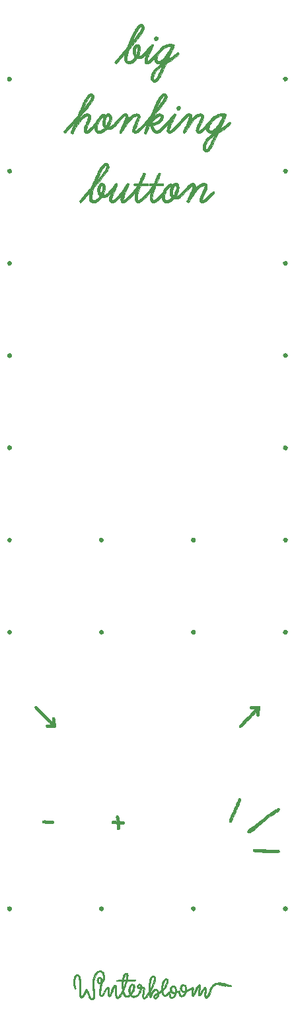
<source format=gbr>
G04 #@! TF.GenerationSoftware,KiCad,Pcbnew,(5.1.2)-2*
G04 #@! TF.CreationDate,2020-04-17T14:25:19-07:00*
G04 #@! TF.ProjectId,panel,70616e65-6c2e-46b6-9963-61645f706362,rev?*
G04 #@! TF.SameCoordinates,Original*
G04 #@! TF.FileFunction,Legend,Top*
G04 #@! TF.FilePolarity,Positive*
%FSLAX46Y46*%
G04 Gerber Fmt 4.6, Leading zero omitted, Abs format (unit mm)*
G04 Created by KiCad (PCBNEW (5.1.2)-2) date 2020-04-17 14:25:19*
%MOMM*%
%LPD*%
G04 APERTURE LIST*
%ADD10C,0.010000*%
G04 APERTURE END LIST*
D10*
G36*
X-5918677Y-59445213D02*
G01*
X-5798943Y-59489878D01*
X-5690422Y-59577245D01*
X-5659532Y-59611300D01*
X-5569192Y-59752894D01*
X-5508028Y-59924985D01*
X-5475621Y-60116781D01*
X-5471551Y-60317490D01*
X-5495399Y-60516322D01*
X-5546745Y-60702483D01*
X-5625171Y-60865183D01*
X-5712597Y-60976758D01*
X-5739313Y-61005172D01*
X-5760820Y-61035194D01*
X-5779064Y-61074025D01*
X-5795992Y-61128866D01*
X-5813549Y-61206917D01*
X-5833684Y-61315379D01*
X-5858342Y-61461453D01*
X-5880818Y-61599058D01*
X-5919582Y-61848584D01*
X-5946989Y-62052691D01*
X-5963065Y-62215464D01*
X-5967841Y-62340991D01*
X-5961344Y-62433359D01*
X-5943605Y-62496656D01*
X-5914650Y-62534968D01*
X-5887516Y-62549177D01*
X-5826515Y-62542214D01*
X-5755280Y-62486755D01*
X-5674697Y-62383871D01*
X-5585650Y-62234632D01*
X-5518680Y-62103000D01*
X-5457493Y-61979741D01*
X-5396074Y-61862392D01*
X-5341716Y-61764525D01*
X-5302925Y-61701472D01*
X-5220806Y-61608129D01*
X-5128734Y-61546603D01*
X-5037875Y-61523269D01*
X-4998135Y-61527464D01*
X-4955696Y-61545024D01*
X-4923069Y-61577849D01*
X-4898773Y-61632175D01*
X-4881326Y-61714238D01*
X-4869245Y-61830277D01*
X-4861050Y-61986527D01*
X-4856860Y-62122050D01*
X-4852226Y-62264843D01*
X-4846358Y-62388163D01*
X-4839799Y-62483824D01*
X-4833091Y-62543639D01*
X-4827824Y-62560200D01*
X-4809261Y-62545088D01*
X-4781515Y-62497460D01*
X-4743061Y-62413874D01*
X-4692374Y-62290889D01*
X-4627932Y-62125064D01*
X-4586047Y-62014283D01*
X-4502835Y-61797853D01*
X-4431469Y-61625546D01*
X-4369116Y-61492849D01*
X-4312944Y-61395252D01*
X-4260119Y-61328245D01*
X-4207809Y-61287316D01*
X-4153179Y-61267955D01*
X-4115312Y-61264800D01*
X-4035839Y-61288801D01*
X-3972990Y-61357603D01*
X-3950631Y-61404500D01*
X-3944690Y-61443920D01*
X-3938877Y-61526096D01*
X-3933530Y-61642986D01*
X-3928988Y-61786545D01*
X-3925587Y-61948730D01*
X-3924506Y-62026800D01*
X-3920474Y-62252239D01*
X-3913773Y-62432688D01*
X-3903790Y-62573910D01*
X-3889912Y-62681673D01*
X-3871528Y-62761744D01*
X-3848025Y-62819888D01*
X-3838578Y-62835968D01*
X-3798409Y-62861059D01*
X-3741327Y-62839412D01*
X-3668116Y-62771904D01*
X-3579561Y-62659415D01*
X-3476447Y-62502824D01*
X-3359559Y-62303009D01*
X-3354257Y-62293500D01*
X-3198771Y-62014100D01*
X-3218636Y-61810900D01*
X-3225330Y-61712511D01*
X-3230416Y-61578177D01*
X-3233164Y-61440981D01*
X-3069162Y-61440981D01*
X-3065623Y-61512539D01*
X-3062147Y-61534779D01*
X-3052336Y-61567088D01*
X-3041467Y-61580780D01*
X-3027231Y-61571170D01*
X-3007316Y-61533573D01*
X-2979412Y-61463302D01*
X-2941206Y-61355673D01*
X-2890390Y-61206000D01*
X-2869971Y-61145126D01*
X-2744173Y-60769500D01*
X-2874313Y-60761696D01*
X-2952378Y-60760943D01*
X-3008730Y-60767601D01*
X-3024462Y-60774396D01*
X-3034356Y-60807971D01*
X-3044018Y-60881002D01*
X-3052885Y-60982145D01*
X-3060395Y-61100058D01*
X-3065986Y-61223397D01*
X-3069096Y-61340819D01*
X-3069162Y-61440981D01*
X-3233164Y-61440981D01*
X-3233530Y-61422736D01*
X-3234308Y-61261029D01*
X-3233812Y-61191316D01*
X-3229124Y-60774932D01*
X-3500512Y-60795115D01*
X-3655976Y-60806630D01*
X-3767900Y-60814033D01*
X-3843425Y-60816687D01*
X-3889693Y-60813953D01*
X-3913844Y-60805193D01*
X-3923019Y-60789768D01*
X-3924360Y-60767040D01*
X-3924300Y-60757230D01*
X-3919330Y-60726748D01*
X-3899994Y-60703309D01*
X-3859658Y-60685241D01*
X-3791687Y-60670875D01*
X-3689444Y-60658538D01*
X-3546294Y-60646562D01*
X-3460288Y-60640393D01*
X-3343041Y-60631691D01*
X-3266849Y-60623225D01*
X-3222066Y-60612044D01*
X-3211621Y-60604400D01*
X-3002969Y-60604400D01*
X-2698893Y-60604400D01*
X-2680874Y-60496450D01*
X-2650739Y-60303743D01*
X-2632764Y-60155886D01*
X-2627106Y-60048366D01*
X-2633925Y-59976671D01*
X-2653379Y-59936288D01*
X-2685624Y-59922705D01*
X-2700960Y-59923587D01*
X-2755783Y-59954395D01*
X-2814498Y-60025443D01*
X-2872153Y-60126944D01*
X-2923794Y-60249116D01*
X-2964467Y-60382172D01*
X-2985026Y-60484748D01*
X-3002969Y-60604400D01*
X-3211621Y-60604400D01*
X-3199047Y-60595199D01*
X-3188146Y-60569740D01*
X-3184952Y-60556179D01*
X-3123722Y-60309132D01*
X-3058520Y-60110222D01*
X-2987737Y-59956842D01*
X-2909763Y-59846385D01*
X-2822989Y-59776242D01*
X-2725806Y-59743806D01*
X-2681688Y-59740800D01*
X-2586414Y-59754837D01*
X-2520788Y-59801302D01*
X-2478135Y-59886724D01*
X-2461374Y-59956242D01*
X-2453522Y-60055607D01*
X-2458118Y-60189509D01*
X-2474074Y-60343524D01*
X-2500302Y-60503226D01*
X-2504039Y-60521850D01*
X-2520950Y-60604400D01*
X-2130425Y-60604620D01*
X-1911054Y-60606535D01*
X-1738907Y-60612239D01*
X-1610524Y-60622084D01*
X-1522444Y-60636423D01*
X-1471209Y-60655607D01*
X-1454870Y-60673412D01*
X-1449213Y-60701166D01*
X-1459871Y-60722363D01*
X-1492259Y-60737807D01*
X-1551790Y-60748304D01*
X-1643877Y-60754658D01*
X-1773936Y-60757675D01*
X-1947378Y-60758160D01*
X-2022797Y-60757863D01*
X-2553398Y-60755172D01*
X-2661900Y-61092536D01*
X-2714393Y-61249379D01*
X-2775048Y-61420659D01*
X-2836016Y-61584697D01*
X-2885115Y-61709300D01*
X-2940720Y-61851558D01*
X-2974481Y-61962571D01*
X-2987130Y-62056601D01*
X-2979402Y-62147911D01*
X-2952029Y-62250762D01*
X-2917915Y-62347096D01*
X-2860781Y-62467082D01*
X-2790178Y-62565427D01*
X-2714187Y-62633203D01*
X-2640887Y-62661483D01*
X-2633094Y-62661800D01*
X-2516090Y-62640524D01*
X-2386636Y-62579869D01*
X-2347149Y-62554623D01*
X-2268598Y-62501197D01*
X-2312784Y-62384648D01*
X-2363662Y-62187447D01*
X-2372978Y-62053430D01*
X-2199410Y-62053430D01*
X-2182338Y-62207266D01*
X-2168103Y-62273388D01*
X-2148751Y-62319933D01*
X-2120491Y-62324508D01*
X-2077471Y-62285918D01*
X-2047649Y-62248823D01*
X-2006799Y-62186390D01*
X-1954988Y-62094921D01*
X-1901930Y-61991781D01*
X-1889987Y-61967002D01*
X-1835032Y-61839868D01*
X-1802568Y-61730660D01*
X-1786022Y-61615636D01*
X-1783561Y-61582540D01*
X-1778539Y-61486024D01*
X-1780859Y-61426710D01*
X-1793572Y-61391182D01*
X-1819729Y-61366024D01*
X-1835211Y-61355485D01*
X-1907922Y-61331648D01*
X-1977473Y-61352253D01*
X-2041560Y-61410946D01*
X-2097879Y-61501376D01*
X-2144128Y-61617192D01*
X-2178001Y-61752040D01*
X-2197197Y-61899570D01*
X-2199410Y-62053430D01*
X-2372978Y-62053430D01*
X-2378765Y-61970193D01*
X-2358945Y-61748039D01*
X-2305055Y-61536133D01*
X-2258801Y-61424468D01*
X-2179587Y-61290959D01*
X-2092294Y-61204220D01*
X-1991857Y-61160310D01*
X-1909905Y-61152969D01*
X-1787623Y-61175876D01*
X-1695192Y-61235494D01*
X-1632565Y-61327467D01*
X-1599694Y-61447436D01*
X-1596532Y-61591045D01*
X-1623031Y-61753934D01*
X-1679144Y-61931747D01*
X-1764824Y-62120127D01*
X-1880023Y-62314714D01*
X-1923243Y-62377766D01*
X-1979751Y-62459072D01*
X-2009808Y-62509991D01*
X-2016984Y-62541116D01*
X-2004852Y-62563039D01*
X-1990058Y-62575965D01*
X-1874071Y-62643538D01*
X-1741368Y-62680448D01*
X-1607611Y-62684854D01*
X-1488463Y-62654917D01*
X-1457264Y-62638571D01*
X-1317923Y-62530060D01*
X-1183486Y-62380996D01*
X-1061876Y-62201540D01*
X-961695Y-62003429D01*
X-918385Y-61898508D01*
X-896930Y-61831366D01*
X-897965Y-61793624D01*
X-922123Y-61776907D01*
X-970039Y-61772837D01*
X-979162Y-61772800D01*
X-1102125Y-61751346D01*
X-1198779Y-61689618D01*
X-1253875Y-61611330D01*
X-1289718Y-61489552D01*
X-1289624Y-61487806D01*
X-1113468Y-61487806D01*
X-1075971Y-61545700D01*
X-1006180Y-61584507D01*
X-933037Y-61595000D01*
X-832547Y-61595000D01*
X-850347Y-61499750D01*
X-882745Y-61401683D01*
X-932548Y-61340559D01*
X-993185Y-61320723D01*
X-1058088Y-61346521D01*
X-1068621Y-61355347D01*
X-1112932Y-61420973D01*
X-1113468Y-61487806D01*
X-1289624Y-61487806D01*
X-1283643Y-61377688D01*
X-1242864Y-61281641D01*
X-1174593Y-61207315D01*
X-1086043Y-61160616D01*
X-984427Y-61147447D01*
X-876956Y-61173712D01*
X-788081Y-61230025D01*
X-720568Y-61318993D01*
X-685637Y-61417880D01*
X-655083Y-61545244D01*
X-530910Y-61528772D01*
X-429305Y-61524075D01*
X-369804Y-61542985D01*
X-368469Y-61544060D01*
X-341631Y-61597039D01*
X-331549Y-61696590D01*
X-338195Y-61841336D01*
X-361540Y-62029904D01*
X-381263Y-62150521D01*
X-403693Y-62300736D01*
X-419992Y-62454581D01*
X-429620Y-62600887D01*
X-432034Y-62728487D01*
X-426695Y-62826211D01*
X-416383Y-62875622D01*
X-386669Y-62910620D01*
X-369059Y-62915800D01*
X-328241Y-62895372D01*
X-265923Y-62838397D01*
X-187638Y-62751338D01*
X-98919Y-62640659D01*
X-5297Y-62512823D01*
X66593Y-62406852D01*
X235708Y-62148744D01*
X221404Y-61890922D01*
X216894Y-61724017D01*
X217550Y-61671816D01*
X387420Y-61671816D01*
X390446Y-61747131D01*
X397132Y-61778353D01*
X415401Y-61771624D01*
X448418Y-61724984D01*
X492642Y-61645915D01*
X544536Y-61541900D01*
X600562Y-61420423D01*
X657180Y-61288965D01*
X710852Y-61155011D01*
X758041Y-61026043D01*
X770924Y-60987867D01*
X834407Y-60773999D01*
X871477Y-60598457D01*
X882131Y-60462302D01*
X866364Y-60366591D01*
X824172Y-60312386D01*
X773658Y-60299600D01*
X704488Y-60308895D01*
X662767Y-60323732D01*
X617823Y-60370051D01*
X570526Y-60456918D01*
X524652Y-60574456D01*
X483979Y-60712784D01*
X452282Y-60862023D01*
X448685Y-60883800D01*
X431845Y-61006116D01*
X416904Y-61145117D01*
X404425Y-61290994D01*
X394975Y-61433940D01*
X389119Y-61564150D01*
X387420Y-61671816D01*
X217550Y-61671816D01*
X219325Y-61530773D01*
X227845Y-61325430D01*
X241600Y-61122227D01*
X259735Y-60935404D01*
X281398Y-60779199D01*
X291188Y-60726896D01*
X323241Y-60605045D01*
X367608Y-60475828D01*
X407034Y-60383713D01*
X484244Y-60256054D01*
X571564Y-60173647D01*
X676686Y-60130999D01*
X773857Y-60121800D01*
X857143Y-60127772D01*
X914961Y-60152285D01*
X966335Y-60199215D01*
X1028417Y-60299721D01*
X1057413Y-60433474D01*
X1053174Y-60601170D01*
X1015553Y-60803507D01*
X944402Y-61041183D01*
X839573Y-61314894D01*
X700918Y-61625339D01*
X634994Y-61761907D01*
X558507Y-61917821D01*
X501822Y-62035965D01*
X462238Y-62124115D01*
X437052Y-62190046D01*
X423564Y-62241534D01*
X419073Y-62286352D01*
X420878Y-62332277D01*
X424341Y-62368271D01*
X439549Y-62515628D01*
X498669Y-62358367D01*
X591772Y-62157116D01*
X702794Y-62002488D01*
X833085Y-61893084D01*
X983997Y-61827504D01*
X1019750Y-61818892D01*
X1148604Y-61806288D01*
X1253047Y-61831379D01*
X1340487Y-61898199D01*
X1418334Y-62010785D01*
X1436955Y-62046139D01*
X1515011Y-62201041D01*
X1668855Y-62099940D01*
X1822698Y-61998839D01*
X1826040Y-61809812D01*
X2006600Y-61809812D01*
X2128534Y-61642557D01*
X2203711Y-61532296D01*
X2281261Y-61407244D01*
X2341307Y-61300201D01*
X2436410Y-61095341D01*
X2492789Y-60921735D01*
X2510808Y-60778193D01*
X2509784Y-60752193D01*
X2493797Y-60670333D01*
X2460239Y-60635048D01*
X2407940Y-60646185D01*
X2335728Y-60703592D01*
X2313120Y-60726526D01*
X2241937Y-60824778D01*
X2173589Y-60961400D01*
X2112047Y-61123978D01*
X2061284Y-61300094D01*
X2025271Y-61477333D01*
X2007981Y-61643278D01*
X2007041Y-61683356D01*
X2006600Y-61809812D01*
X1826040Y-61809812D01*
X1826381Y-61790569D01*
X1842596Y-61532743D01*
X1880439Y-61288750D01*
X1937640Y-61064654D01*
X2011927Y-60866513D01*
X2101032Y-60700390D01*
X2202685Y-60572344D01*
X2313909Y-60488802D01*
X2426727Y-60453265D01*
X2530191Y-60467030D01*
X2618153Y-60526246D01*
X2661169Y-60575792D01*
X2683505Y-60626452D01*
X2691636Y-60697793D01*
X2692400Y-60750651D01*
X2671295Y-60936871D01*
X2608912Y-61146187D01*
X2506646Y-61374137D01*
X2483896Y-61417200D01*
X2405899Y-61551540D01*
X2316086Y-61690270D01*
X2223455Y-61820659D01*
X2137004Y-61929978D01*
X2072295Y-61999477D01*
X2030794Y-62044654D01*
X2011646Y-62090087D01*
X2013450Y-62150065D01*
X2034809Y-62238879D01*
X2045326Y-62274985D01*
X2095709Y-62400400D01*
X2160367Y-62494024D01*
X2233355Y-62548780D01*
X2284832Y-62560200D01*
X2347537Y-62549225D01*
X2412271Y-62512420D01*
X2486517Y-62443958D01*
X2577758Y-62338015D01*
X2590231Y-62322473D01*
X2687077Y-62217252D01*
X2772281Y-62158204D01*
X2844330Y-62146164D01*
X2881080Y-62162190D01*
X2906988Y-62204376D01*
X2933944Y-62289757D01*
X2959614Y-62410842D01*
X2960971Y-62418558D01*
X2982984Y-62529457D01*
X3007500Y-62628954D01*
X3030309Y-62700624D01*
X3037389Y-62716640D01*
X3093252Y-62784410D01*
X3163445Y-62808131D01*
X3242609Y-62790588D01*
X3325390Y-62734563D01*
X3406431Y-62642839D01*
X3480376Y-62518198D01*
X3499657Y-62476454D01*
X3523356Y-62418122D01*
X3520697Y-62390860D01*
X3482709Y-62382861D01*
X3428184Y-62382400D01*
X3272904Y-62359746D01*
X3139669Y-62294453D01*
X3035265Y-62190524D01*
X2997541Y-62128400D01*
X2946291Y-61986058D01*
X2931953Y-61844004D01*
X2932518Y-61839882D01*
X3116912Y-61839882D01*
X3133947Y-61981681D01*
X3186959Y-62090423D01*
X3273078Y-62163063D01*
X3389429Y-62196551D01*
X3454400Y-62197866D01*
X3568700Y-62191900D01*
X3568449Y-61988700D01*
X3561168Y-61842007D01*
X3537058Y-61733353D01*
X3492093Y-61651618D01*
X3422701Y-61586013D01*
X3343106Y-61552416D01*
X3265545Y-61563176D01*
X3197433Y-61612137D01*
X3146185Y-61693142D01*
X3119218Y-61800034D01*
X3116912Y-61839882D01*
X2932518Y-61839882D01*
X2950459Y-61709042D01*
X2997742Y-61587976D01*
X3069737Y-61487610D01*
X3162377Y-61414749D01*
X3271594Y-61376195D01*
X3393322Y-61378754D01*
X3438438Y-61390723D01*
X3557211Y-61455723D01*
X3651316Y-61561196D01*
X3717777Y-61701682D01*
X3753615Y-61871717D01*
X3759200Y-61979204D01*
X3759200Y-62125589D01*
X3898737Y-62061706D01*
X4008618Y-62018210D01*
X4085708Y-62006721D01*
X4137825Y-62028724D01*
X4172787Y-62085705D01*
X4182867Y-62115700D01*
X4206011Y-62209508D01*
X4225187Y-62312449D01*
X4228045Y-62332427D01*
X4249278Y-62424875D01*
X4283120Y-62511424D01*
X4292954Y-62529277D01*
X4337732Y-62586457D01*
X4391164Y-62608690D01*
X4431042Y-62611000D01*
X4522408Y-62588186D01*
X4616582Y-62525934D01*
X4701993Y-62433528D01*
X4751296Y-62354066D01*
X4786120Y-62283123D01*
X4795835Y-62246200D01*
X4778598Y-62232159D01*
X4732566Y-62229862D01*
X4730750Y-62229858D01*
X4571167Y-62206746D01*
X4435189Y-62141595D01*
X4327844Y-62039644D01*
X4254158Y-61906135D01*
X4224856Y-61772318D01*
X4400553Y-61772318D01*
X4418193Y-61845924D01*
X4444086Y-61894886D01*
X4528688Y-61984950D01*
X4639422Y-62036988D01*
X4764218Y-62046457D01*
X4819650Y-62036190D01*
X4849196Y-62024086D01*
X4866339Y-61999717D01*
X4874406Y-61951364D01*
X4876726Y-61867308D01*
X4876800Y-61834991D01*
X4870222Y-61689372D01*
X4848162Y-61580612D01*
X4807131Y-61496204D01*
X4769080Y-61448950D01*
X4693462Y-61400171D01*
X4606860Y-61398795D01*
X4515647Y-61444483D01*
X4492294Y-61463733D01*
X4442132Y-61516983D01*
X4415371Y-61574999D01*
X4402677Y-61659343D01*
X4401579Y-61673283D01*
X4400553Y-61772318D01*
X4224856Y-61772318D01*
X4219160Y-61746310D01*
X4216957Y-61694245D01*
X4237034Y-61539324D01*
X4294774Y-61408575D01*
X4384502Y-61307781D01*
X4500541Y-61242726D01*
X4637214Y-61219193D01*
X4681386Y-61221094D01*
X4806519Y-61256090D01*
X4908822Y-61333802D01*
X4985862Y-61450424D01*
X5035207Y-61602147D01*
X5054428Y-61785165D01*
X5054600Y-61805527D01*
X5054413Y-61868704D01*
X5058075Y-61911545D01*
X5071912Y-61933280D01*
X5102254Y-61933137D01*
X5155431Y-61910345D01*
X5237770Y-61864133D01*
X5355601Y-61793728D01*
X5407615Y-61762499D01*
X5542539Y-61682912D01*
X5643001Y-61627599D01*
X5717187Y-61593229D01*
X5773279Y-61576470D01*
X5819462Y-61573990D01*
X5855420Y-61580211D01*
X5896827Y-61602819D01*
X5922591Y-61649736D01*
X5933370Y-61726831D01*
X5929824Y-61839973D01*
X5912609Y-61995032D01*
X5906739Y-62037571D01*
X5890386Y-62164667D01*
X5877669Y-62286050D01*
X5870185Y-62385126D01*
X5868898Y-62431271D01*
X5870396Y-62547500D01*
X5969489Y-62344300D01*
X6016745Y-62246923D01*
X6078908Y-62118154D01*
X6149015Y-61972451D01*
X6220101Y-61824272D01*
X6244738Y-61772800D01*
X6335533Y-61591078D01*
X6414491Y-61452414D01*
X6485604Y-61351592D01*
X6552866Y-61283400D01*
X6620269Y-61242623D01*
X6660763Y-61229536D01*
X6730960Y-61229955D01*
X6781413Y-61264413D01*
X6809696Y-61306351D01*
X6826267Y-61367836D01*
X6831022Y-61454689D01*
X6823855Y-61572733D01*
X6804662Y-61727788D01*
X6773340Y-61925676D01*
X6769100Y-61950600D01*
X6746532Y-62087825D01*
X6727624Y-62212954D01*
X6713962Y-62314692D01*
X6707133Y-62381744D01*
X6706652Y-62395100D01*
X6708889Y-62445911D01*
X6720053Y-62451352D01*
X6745723Y-62420500D01*
X6773048Y-62378788D01*
X6818435Y-62303514D01*
X6875420Y-62205603D01*
X6933610Y-62103000D01*
X7038763Y-61921878D01*
X7128380Y-61783408D01*
X7206286Y-61683275D01*
X7276307Y-61617167D01*
X7342268Y-61580769D01*
X7406513Y-61569767D01*
X7464182Y-61581554D01*
X7506911Y-61620200D01*
X7535626Y-61690014D01*
X7551253Y-61795305D01*
X7554717Y-61940382D01*
X7546944Y-62129553D01*
X7542154Y-62201227D01*
X7530678Y-62409195D01*
X7529650Y-62570921D01*
X7539236Y-62689910D01*
X7559602Y-62769668D01*
X7569903Y-62789937D01*
X7602019Y-62807910D01*
X7645369Y-62778641D01*
X7698831Y-62704161D01*
X7761283Y-62586504D01*
X7831604Y-62427701D01*
X7908673Y-62229785D01*
X7963078Y-62077600D01*
X8038584Y-61869320D01*
X8107366Y-61702244D01*
X8173802Y-61568000D01*
X8242267Y-61458220D01*
X8317141Y-61364533D01*
X8359070Y-61320386D01*
X8532539Y-61181785D01*
X8735504Y-61083883D01*
X8929822Y-61032581D01*
X9021784Y-61011569D01*
X9094860Y-60986995D01*
X9133490Y-60964110D01*
X9133796Y-60963717D01*
X9174133Y-60941109D01*
X9196569Y-60948393D01*
X9247328Y-60962957D01*
X9299962Y-60964727D01*
X9364973Y-60973685D01*
X9405192Y-60996220D01*
X9446487Y-61017579D01*
X9465791Y-61009048D01*
X9502439Y-61002230D01*
X9582809Y-61007336D01*
X9701363Y-61023885D01*
X9766877Y-61035151D01*
X9901862Y-61061767D01*
X9994361Y-61086021D01*
X10052451Y-61110489D01*
X10082989Y-61136114D01*
X10136743Y-61174401D01*
X10237482Y-61208483D01*
X10312400Y-61225497D01*
X10494803Y-61264407D01*
X10631582Y-61298928D01*
X10727537Y-61330842D01*
X10787465Y-61361928D01*
X10816168Y-61393966D01*
X10820400Y-61413937D01*
X10816539Y-61446575D01*
X10800872Y-61468974D01*
X10767272Y-61481256D01*
X10709613Y-61483541D01*
X10621768Y-61475951D01*
X10497610Y-61458606D01*
X10331013Y-61431628D01*
X10288302Y-61424454D01*
X10167740Y-61406041D01*
X10090118Y-61399237D01*
X10048993Y-61403754D01*
X10038536Y-61413291D01*
X10022243Y-61432551D01*
X9985296Y-61440343D01*
X9920756Y-61436175D01*
X9821689Y-61419553D01*
X9681156Y-61389984D01*
X9667358Y-61386921D01*
X9545358Y-61357627D01*
X9465900Y-61332696D01*
X9421263Y-61309129D01*
X9403891Y-61284585D01*
X9390207Y-61253294D01*
X9368563Y-61269409D01*
X9363132Y-61276511D01*
X9317545Y-61303352D01*
X9264835Y-61295302D01*
X9226541Y-61259319D01*
X9219427Y-61230087D01*
X9216168Y-61193278D01*
X9202534Y-61204155D01*
X9192765Y-61220350D01*
X9156317Y-61259940D01*
X9114416Y-61252286D01*
X9083708Y-61226279D01*
X9026710Y-61202724D01*
X8940808Y-61207782D01*
X8836013Y-61237413D01*
X8722336Y-61287576D01*
X8609787Y-61354229D01*
X8508376Y-61433333D01*
X8465334Y-61475901D01*
X8405366Y-61545402D01*
X8354158Y-61617052D01*
X8307207Y-61699887D01*
X8260007Y-61802945D01*
X8208054Y-61935261D01*
X8146844Y-62105873D01*
X8136469Y-62135662D01*
X8049131Y-62376405D01*
X7969719Y-62571086D01*
X7896021Y-62723420D01*
X7825827Y-62837124D01*
X7756924Y-62915912D01*
X7687102Y-62963502D01*
X7633434Y-62980838D01*
X7543034Y-62984541D01*
X7471349Y-62956270D01*
X7417456Y-62893272D01*
X7380433Y-62792796D01*
X7359358Y-62652088D01*
X7353307Y-62468395D01*
X7361359Y-62238966D01*
X7365068Y-62180041D01*
X7372885Y-62048889D01*
X7377687Y-61936512D01*
X7379220Y-61852281D01*
X7377230Y-61805567D01*
X7375381Y-61799475D01*
X7349293Y-61806374D01*
X7304301Y-61853943D01*
X7243916Y-61937267D01*
X7171651Y-62051431D01*
X7091019Y-62191518D01*
X7077028Y-62217014D01*
X6972290Y-62397219D01*
X6879732Y-62529931D01*
X6797579Y-62616501D01*
X6724053Y-62658282D01*
X6657378Y-62656626D01*
X6595777Y-62612884D01*
X6580443Y-62594874D01*
X6554400Y-62553825D01*
X6537803Y-62504040D01*
X6530769Y-62438372D01*
X6533415Y-62349672D01*
X6545858Y-62230794D01*
X6568214Y-62074589D01*
X6591300Y-61930204D01*
X6613380Y-61791761D01*
X6632008Y-61667513D01*
X6645733Y-61567736D01*
X6653103Y-61502703D01*
X6653954Y-61486584D01*
X6651600Y-61449915D01*
X6639073Y-61449215D01*
X6605753Y-61485810D01*
X6599321Y-61493400D01*
X6581692Y-61516432D01*
X6560921Y-61548906D01*
X6534649Y-61595542D01*
X6500515Y-61661063D01*
X6456159Y-61750190D01*
X6399221Y-61867645D01*
X6327340Y-62018151D01*
X6238157Y-62206428D01*
X6158070Y-62376166D01*
X6076425Y-62535620D01*
X6003027Y-62647505D01*
X5935128Y-62713848D01*
X5869979Y-62736675D01*
X5804832Y-62718013D01*
X5751945Y-62675654D01*
X5717742Y-62634571D01*
X5698891Y-62587153D01*
X5691141Y-62517266D01*
X5690055Y-62440704D01*
X5694437Y-62333477D01*
X5705689Y-62200337D01*
X5721652Y-62065359D01*
X5727077Y-62027839D01*
X5741943Y-61923772D01*
X5752004Y-61840492D01*
X5755983Y-61789371D01*
X5754994Y-61778928D01*
X5731204Y-61787741D01*
X5673389Y-61818273D01*
X5590707Y-61865487D01*
X5509521Y-61913881D01*
X5396383Y-61980506D01*
X5283865Y-62043407D01*
X5188171Y-62093677D01*
X5144599Y-62114504D01*
X5066459Y-62153946D01*
X5019670Y-62195718D01*
X4987260Y-62257822D01*
X4973132Y-62296372D01*
X4891304Y-62478149D01*
X4787142Y-62620932D01*
X4663906Y-62721795D01*
X4524855Y-62777813D01*
X4424602Y-62788800D01*
X4298139Y-62769255D01*
X4198905Y-62709189D01*
X4124427Y-62606450D01*
X4080161Y-62489091D01*
X4057366Y-62396602D01*
X4042269Y-62313797D01*
X4038600Y-62272783D01*
X4035502Y-62222798D01*
X4028969Y-62204600D01*
X4002629Y-62214332D01*
X3943891Y-62239625D01*
X3879110Y-62268798D01*
X3802554Y-62306434D01*
X3754647Y-62342368D01*
X3721692Y-62392227D01*
X3689988Y-62471640D01*
X3682266Y-62493368D01*
X3608031Y-62661250D01*
X3516331Y-62799981D01*
X3413331Y-62901353D01*
X3344749Y-62942645D01*
X3237412Y-62981565D01*
X3146320Y-62987530D01*
X3049837Y-62961434D01*
X3035040Y-62955428D01*
X2940094Y-62888313D01*
X2867926Y-62775818D01*
X2818525Y-62617925D01*
X2817184Y-62611456D01*
X2799424Y-62527358D01*
X2784312Y-62460752D01*
X2777779Y-62435380D01*
X2756561Y-62432051D01*
X2708229Y-62470164D01*
X2641930Y-62539779D01*
X2568720Y-62614460D01*
X2496197Y-62676259D01*
X2439862Y-62711990D01*
X2439112Y-62712304D01*
X2339184Y-62733012D01*
X2224471Y-62726969D01*
X2119203Y-62696885D01*
X2074833Y-62671609D01*
X2001257Y-62594920D01*
X1933374Y-62484192D01*
X1880812Y-62356036D01*
X1869781Y-62317872D01*
X1841500Y-62209104D01*
X1673361Y-62309481D01*
X1587672Y-62362390D01*
X1536113Y-62402265D01*
X1508511Y-62440931D01*
X1494696Y-62490214D01*
X1489718Y-62522972D01*
X1451088Y-62667759D01*
X1380581Y-62811311D01*
X1289406Y-62932344D01*
X1258465Y-62962169D01*
X1147111Y-63038937D01*
X1043249Y-63065905D01*
X944711Y-63043146D01*
X854363Y-62975836D01*
X782772Y-62877932D01*
X761578Y-62778540D01*
X764315Y-62769042D01*
X939800Y-62769042D01*
X954350Y-62804349D01*
X986920Y-62849805D01*
X1020885Y-62884063D01*
X1034306Y-62890400D01*
X1062385Y-62879891D01*
X1092103Y-62865051D01*
X1152798Y-62813351D01*
X1217039Y-62727217D01*
X1274428Y-62621065D01*
X1284087Y-62598896D01*
X1322214Y-62507645D01*
X1213557Y-62562224D01*
X1114786Y-62617196D01*
X1029547Y-62674370D01*
X968023Y-62726056D01*
X940394Y-62764560D01*
X939800Y-62769042D01*
X764315Y-62769042D01*
X790429Y-62678422D01*
X868971Y-62578337D01*
X996852Y-62479045D01*
X1117379Y-62409459D01*
X1224210Y-62350481D01*
X1289399Y-62302444D01*
X1318190Y-62256730D01*
X1315825Y-62204720D01*
X1287546Y-62137797D01*
X1285300Y-62133428D01*
X1221079Y-62038981D01*
X1147454Y-61991768D01*
X1059222Y-61990627D01*
X951183Y-62034398D01*
X920740Y-62052057D01*
X847129Y-62111072D01*
X779295Y-62197824D01*
X713427Y-62318761D01*
X645709Y-62480332D01*
X610721Y-62576217D01*
X556028Y-62721707D01*
X509073Y-62821599D01*
X466488Y-62879867D01*
X424906Y-62900483D01*
X380958Y-62887421D01*
X360000Y-62872025D01*
X319888Y-62815101D01*
X290507Y-62717620D01*
X281021Y-62664786D01*
X266609Y-62580016D01*
X253798Y-62517823D01*
X245886Y-62492819D01*
X227826Y-62506306D01*
X192215Y-62551550D01*
X164846Y-62591433D01*
X30816Y-62782664D01*
X-90205Y-62926961D01*
X-200348Y-63025879D01*
X-301749Y-63080975D01*
X-396542Y-63093803D01*
X-486421Y-63066155D01*
X-545567Y-63006414D01*
X-586026Y-62902560D01*
X-607548Y-62757815D01*
X-609884Y-62575403D01*
X-592783Y-62358546D01*
X-559150Y-62128400D01*
X-532103Y-61966380D01*
X-515555Y-61848507D01*
X-509361Y-61769252D01*
X-513379Y-61723090D01*
X-527465Y-61704494D01*
X-548178Y-61706582D01*
X-610322Y-61720570D01*
X-632606Y-61722000D01*
X-660922Y-61736293D01*
X-689907Y-61783839D01*
X-723349Y-61871632D01*
X-737830Y-61916421D01*
X-812835Y-62110650D01*
X-911735Y-62299410D01*
X-1027834Y-62473655D01*
X-1154437Y-62624339D01*
X-1284849Y-62742416D01*
X-1402600Y-62814547D01*
X-1561548Y-62860248D01*
X-1732947Y-62863894D01*
X-1903480Y-62827211D01*
X-2059827Y-62751925D01*
X-2099055Y-62724310D01*
X-2181545Y-62661392D01*
X-2274882Y-62724733D01*
X-2407724Y-62794437D01*
X-2546746Y-62832100D01*
X-2678651Y-62835676D01*
X-2788912Y-62803767D01*
X-2904582Y-62716379D01*
X-3004258Y-62582823D01*
X-3068756Y-62452628D01*
X-3139320Y-62285371D01*
X-3211676Y-62416435D01*
X-3342839Y-62638005D01*
X-3465037Y-62810650D01*
X-3579303Y-62935253D01*
X-3686667Y-63012695D01*
X-3788161Y-63043859D01*
X-3884816Y-63029628D01*
X-3913187Y-63016550D01*
X-3972256Y-62958528D01*
X-4022081Y-62856045D01*
X-4061629Y-62714774D01*
X-4089864Y-62540385D01*
X-4105750Y-62338551D01*
X-4108254Y-62114944D01*
X-4103083Y-61976000D01*
X-4098709Y-61846408D01*
X-4098990Y-61718695D01*
X-4103692Y-61612020D01*
X-4108031Y-61569600D01*
X-4127542Y-61429900D01*
X-4182075Y-61522201D01*
X-4203870Y-61561689D01*
X-4228499Y-61612334D01*
X-4258329Y-61679895D01*
X-4295731Y-61770132D01*
X-4343074Y-61888805D01*
X-4402727Y-62041675D01*
X-4477060Y-62234500D01*
X-4504570Y-62306200D01*
X-4580548Y-62489555D01*
X-4650760Y-62625932D01*
X-4717717Y-62718474D01*
X-4783931Y-62770323D01*
X-4851911Y-62784621D01*
X-4882965Y-62779843D01*
X-4925746Y-62763940D01*
X-4958525Y-62736445D01*
X-4982894Y-62690878D01*
X-5000443Y-62620761D01*
X-5012765Y-62519614D01*
X-5021449Y-62380958D01*
X-5028088Y-62198314D01*
X-5028402Y-62187662D01*
X-5033578Y-62039492D01*
X-5039725Y-61909230D01*
X-5046319Y-61805236D01*
X-5052836Y-61735869D01*
X-5058385Y-61709744D01*
X-5084797Y-61715582D01*
X-5128204Y-61766169D01*
X-5187019Y-61858973D01*
X-5259653Y-61991465D01*
X-5344517Y-62161116D01*
X-5353256Y-62179278D01*
X-5453949Y-62374724D01*
X-5547131Y-62523875D01*
X-5635630Y-62630175D01*
X-5722272Y-62697068D01*
X-5802924Y-62726792D01*
X-5920344Y-62728374D01*
X-6014964Y-62684605D01*
X-6087155Y-62595285D01*
X-6102946Y-62563115D01*
X-6126668Y-62502029D01*
X-6140209Y-62441488D01*
X-6144947Y-62367036D01*
X-6142264Y-62264213D01*
X-6138286Y-62192962D01*
X-6127596Y-62068715D01*
X-6109640Y-61913487D01*
X-6086826Y-61746171D01*
X-6061563Y-61585655D01*
X-6058803Y-61569600D01*
X-6036168Y-61437413D01*
X-6017023Y-61322260D01*
X-6002928Y-61233787D01*
X-5995442Y-61181641D01*
X-5994645Y-61172894D01*
X-6017047Y-61152385D01*
X-6073564Y-61134787D01*
X-6100151Y-61130304D01*
X-6228420Y-61090984D01*
X-6338017Y-61007778D01*
X-6386531Y-60950217D01*
X-6419501Y-60889402D01*
X-6435448Y-60809997D01*
X-6438652Y-60723187D01*
X-6434477Y-60685545D01*
X-6256641Y-60685545D01*
X-6253508Y-60779800D01*
X-6233669Y-60854005D01*
X-6222417Y-60871803D01*
X-6153297Y-60930404D01*
X-6079577Y-60954763D01*
X-6013932Y-60943971D01*
X-5969039Y-60897122D01*
X-5966074Y-60890150D01*
X-5953040Y-60817828D01*
X-5952837Y-60718693D01*
X-5963796Y-60614619D01*
X-5984248Y-60527479D01*
X-5995830Y-60500129D01*
X-6042480Y-60458875D01*
X-6107721Y-60451753D01*
X-6173917Y-60477282D01*
X-6214600Y-60518496D01*
X-6243521Y-60591643D01*
X-6256641Y-60685545D01*
X-6434477Y-60685545D01*
X-6421136Y-60565293D01*
X-6371687Y-60435747D01*
X-6294141Y-60339652D01*
X-6192333Y-60282113D01*
X-6096000Y-60267272D01*
X-6003074Y-60276830D01*
X-5930617Y-60309799D01*
X-5873242Y-60372620D01*
X-5825564Y-60471738D01*
X-5782199Y-60613593D01*
X-5771715Y-60655200D01*
X-5749966Y-60744100D01*
X-5702709Y-60604400D01*
X-5670979Y-60466633D01*
X-5655552Y-60302669D01*
X-5656922Y-60134278D01*
X-5675584Y-59983233D01*
X-5687504Y-59934248D01*
X-5733009Y-59826960D01*
X-5799268Y-59731239D01*
X-5876185Y-59657988D01*
X-5953660Y-59618113D01*
X-5984118Y-59613941D01*
X-6128266Y-59638311D01*
X-6271306Y-59706720D01*
X-6404844Y-59812929D01*
X-6520481Y-59950704D01*
X-6585201Y-60060424D01*
X-6675330Y-60269219D01*
X-6742308Y-60492508D01*
X-6786715Y-60736033D01*
X-6809129Y-61005540D01*
X-6810129Y-61306772D01*
X-6790295Y-61645475D01*
X-6768053Y-61874400D01*
X-6745510Y-62109316D01*
X-6730464Y-62330013D01*
X-6723019Y-62529593D01*
X-6723281Y-62701160D01*
X-6731354Y-62837819D01*
X-6747343Y-62932672D01*
X-6751746Y-62946718D01*
X-6814266Y-63056672D01*
X-6905529Y-63131751D01*
X-7015102Y-63168122D01*
X-7132555Y-63161949D01*
X-7228326Y-63121908D01*
X-7308997Y-63059703D01*
X-7385251Y-62972075D01*
X-7459560Y-62854379D01*
X-7534396Y-62701969D01*
X-7612232Y-62510201D01*
X-7695539Y-62274427D01*
X-7722105Y-62193995D01*
X-7779374Y-62018291D01*
X-7950799Y-62372763D01*
X-8038822Y-62549424D01*
X-8112980Y-62684791D01*
X-8177624Y-62784990D01*
X-8237106Y-62856147D01*
X-8295776Y-62904391D01*
X-8347850Y-62931786D01*
X-8441004Y-62953736D01*
X-8517630Y-62932415D01*
X-8580998Y-62865559D01*
X-8634376Y-62750905D01*
X-8642164Y-62728109D01*
X-8648418Y-62685388D01*
X-8655040Y-62597343D01*
X-8661810Y-62469447D01*
X-8668511Y-62307174D01*
X-8674923Y-62115996D01*
X-8680829Y-61901387D01*
X-8686010Y-61668819D01*
X-8687415Y-61595000D01*
X-8693161Y-61304585D01*
X-8699208Y-61060257D01*
X-8706038Y-60857303D01*
X-8714135Y-60691012D01*
X-8723979Y-60556669D01*
X-8736056Y-60449563D01*
X-8750846Y-60364981D01*
X-8768834Y-60298210D01*
X-8790501Y-60244537D01*
X-8816331Y-60199251D01*
X-8832799Y-60175789D01*
X-8897925Y-60117170D01*
X-8967116Y-60106510D01*
X-9037102Y-60141501D01*
X-9104610Y-60219835D01*
X-9166371Y-60339204D01*
X-9201276Y-60435770D01*
X-9226010Y-60523120D01*
X-9242485Y-60607692D01*
X-9252175Y-60703307D01*
X-9256553Y-60823784D01*
X-9257188Y-60960000D01*
X-9255646Y-61106860D01*
X-9250934Y-61216781D01*
X-9241271Y-61303607D01*
X-9224874Y-61381180D01*
X-9199961Y-61463342D01*
X-9187806Y-61498891D01*
X-9150093Y-61619021D01*
X-9136031Y-61700118D01*
X-9146148Y-61748382D01*
X-9180972Y-61770011D01*
X-9211121Y-61772800D01*
X-9254912Y-61762144D01*
X-9290315Y-61722697D01*
X-9321559Y-61659062D01*
X-9385021Y-61473161D01*
X-9426046Y-61270469D01*
X-9445641Y-61058491D01*
X-9444812Y-60844731D01*
X-9424566Y-60636692D01*
X-9385910Y-60441879D01*
X-9329851Y-60267794D01*
X-9257396Y-60121942D01*
X-9169551Y-60011826D01*
X-9093149Y-59956673D01*
X-8975328Y-59918131D01*
X-8865750Y-59929519D01*
X-8762443Y-59991160D01*
X-8736837Y-60014986D01*
X-8685181Y-60074311D01*
X-8641701Y-60143395D01*
X-8605742Y-60226792D01*
X-8576650Y-60329053D01*
X-8553770Y-60454730D01*
X-8536447Y-60608378D01*
X-8524028Y-60794546D01*
X-8515856Y-61017789D01*
X-8511278Y-61282659D01*
X-8509639Y-61593707D01*
X-8509638Y-61595000D01*
X-8508252Y-61883358D01*
X-8504658Y-62124207D01*
X-8498644Y-62320798D01*
X-8489995Y-62476383D01*
X-8478498Y-62594213D01*
X-8463939Y-62677540D01*
X-8446106Y-62729616D01*
X-8434004Y-62746956D01*
X-8405921Y-62756842D01*
X-8369835Y-62734780D01*
X-8323548Y-62677635D01*
X-8264862Y-62582267D01*
X-8191580Y-62445540D01*
X-8114137Y-62290289D01*
X-8023679Y-62111649D01*
X-7947494Y-61977088D01*
X-7882860Y-61882814D01*
X-7827051Y-61825033D01*
X-7777344Y-61799954D01*
X-7760703Y-61798200D01*
X-7719373Y-61814043D01*
X-7675213Y-61864029D01*
X-7626226Y-61951841D01*
X-7570420Y-62081162D01*
X-7505799Y-62255676D01*
X-7492760Y-62293092D01*
X-7434711Y-62459395D01*
X-7388743Y-62585739D01*
X-7351019Y-62680408D01*
X-7317705Y-62751687D01*
X-7284965Y-62807858D01*
X-7248964Y-62857205D01*
X-7210494Y-62902757D01*
X-7131355Y-62969616D01*
X-7053733Y-62993522D01*
X-6985491Y-62973513D01*
X-6948795Y-62934850D01*
X-6915331Y-62847868D01*
X-6897069Y-62712664D01*
X-6894018Y-62529487D01*
X-6906188Y-62298588D01*
X-6920406Y-62141100D01*
X-6949911Y-61838484D01*
X-6971982Y-61579540D01*
X-6986574Y-61357678D01*
X-6993639Y-61166308D01*
X-6993130Y-60998841D01*
X-6985002Y-60848688D01*
X-6969206Y-60709260D01*
X-6945697Y-60573968D01*
X-6914428Y-60436223D01*
X-6908131Y-60411282D01*
X-6835211Y-60184869D01*
X-6739316Y-59978265D01*
X-6625025Y-59797716D01*
X-6496915Y-59649469D01*
X-6359564Y-59539773D01*
X-6223135Y-59476493D01*
X-6057462Y-59441377D01*
X-5918677Y-59445213D01*
X-5918677Y-59445213D01*
G37*
X-5918677Y-59445213D02*
X-5798943Y-59489878D01*
X-5690422Y-59577245D01*
X-5659532Y-59611300D01*
X-5569192Y-59752894D01*
X-5508028Y-59924985D01*
X-5475621Y-60116781D01*
X-5471551Y-60317490D01*
X-5495399Y-60516322D01*
X-5546745Y-60702483D01*
X-5625171Y-60865183D01*
X-5712597Y-60976758D01*
X-5739313Y-61005172D01*
X-5760820Y-61035194D01*
X-5779064Y-61074025D01*
X-5795992Y-61128866D01*
X-5813549Y-61206917D01*
X-5833684Y-61315379D01*
X-5858342Y-61461453D01*
X-5880818Y-61599058D01*
X-5919582Y-61848584D01*
X-5946989Y-62052691D01*
X-5963065Y-62215464D01*
X-5967841Y-62340991D01*
X-5961344Y-62433359D01*
X-5943605Y-62496656D01*
X-5914650Y-62534968D01*
X-5887516Y-62549177D01*
X-5826515Y-62542214D01*
X-5755280Y-62486755D01*
X-5674697Y-62383871D01*
X-5585650Y-62234632D01*
X-5518680Y-62103000D01*
X-5457493Y-61979741D01*
X-5396074Y-61862392D01*
X-5341716Y-61764525D01*
X-5302925Y-61701472D01*
X-5220806Y-61608129D01*
X-5128734Y-61546603D01*
X-5037875Y-61523269D01*
X-4998135Y-61527464D01*
X-4955696Y-61545024D01*
X-4923069Y-61577849D01*
X-4898773Y-61632175D01*
X-4881326Y-61714238D01*
X-4869245Y-61830277D01*
X-4861050Y-61986527D01*
X-4856860Y-62122050D01*
X-4852226Y-62264843D01*
X-4846358Y-62388163D01*
X-4839799Y-62483824D01*
X-4833091Y-62543639D01*
X-4827824Y-62560200D01*
X-4809261Y-62545088D01*
X-4781515Y-62497460D01*
X-4743061Y-62413874D01*
X-4692374Y-62290889D01*
X-4627932Y-62125064D01*
X-4586047Y-62014283D01*
X-4502835Y-61797853D01*
X-4431469Y-61625546D01*
X-4369116Y-61492849D01*
X-4312944Y-61395252D01*
X-4260119Y-61328245D01*
X-4207809Y-61287316D01*
X-4153179Y-61267955D01*
X-4115312Y-61264800D01*
X-4035839Y-61288801D01*
X-3972990Y-61357603D01*
X-3950631Y-61404500D01*
X-3944690Y-61443920D01*
X-3938877Y-61526096D01*
X-3933530Y-61642986D01*
X-3928988Y-61786545D01*
X-3925587Y-61948730D01*
X-3924506Y-62026800D01*
X-3920474Y-62252239D01*
X-3913773Y-62432688D01*
X-3903790Y-62573910D01*
X-3889912Y-62681673D01*
X-3871528Y-62761744D01*
X-3848025Y-62819888D01*
X-3838578Y-62835968D01*
X-3798409Y-62861059D01*
X-3741327Y-62839412D01*
X-3668116Y-62771904D01*
X-3579561Y-62659415D01*
X-3476447Y-62502824D01*
X-3359559Y-62303009D01*
X-3354257Y-62293500D01*
X-3198771Y-62014100D01*
X-3218636Y-61810900D01*
X-3225330Y-61712511D01*
X-3230416Y-61578177D01*
X-3233164Y-61440981D01*
X-3069162Y-61440981D01*
X-3065623Y-61512539D01*
X-3062147Y-61534779D01*
X-3052336Y-61567088D01*
X-3041467Y-61580780D01*
X-3027231Y-61571170D01*
X-3007316Y-61533573D01*
X-2979412Y-61463302D01*
X-2941206Y-61355673D01*
X-2890390Y-61206000D01*
X-2869971Y-61145126D01*
X-2744173Y-60769500D01*
X-2874313Y-60761696D01*
X-2952378Y-60760943D01*
X-3008730Y-60767601D01*
X-3024462Y-60774396D01*
X-3034356Y-60807971D01*
X-3044018Y-60881002D01*
X-3052885Y-60982145D01*
X-3060395Y-61100058D01*
X-3065986Y-61223397D01*
X-3069096Y-61340819D01*
X-3069162Y-61440981D01*
X-3233164Y-61440981D01*
X-3233530Y-61422736D01*
X-3234308Y-61261029D01*
X-3233812Y-61191316D01*
X-3229124Y-60774932D01*
X-3500512Y-60795115D01*
X-3655976Y-60806630D01*
X-3767900Y-60814033D01*
X-3843425Y-60816687D01*
X-3889693Y-60813953D01*
X-3913844Y-60805193D01*
X-3923019Y-60789768D01*
X-3924360Y-60767040D01*
X-3924300Y-60757230D01*
X-3919330Y-60726748D01*
X-3899994Y-60703309D01*
X-3859658Y-60685241D01*
X-3791687Y-60670875D01*
X-3689444Y-60658538D01*
X-3546294Y-60646562D01*
X-3460288Y-60640393D01*
X-3343041Y-60631691D01*
X-3266849Y-60623225D01*
X-3222066Y-60612044D01*
X-3211621Y-60604400D01*
X-3002969Y-60604400D01*
X-2698893Y-60604400D01*
X-2680874Y-60496450D01*
X-2650739Y-60303743D01*
X-2632764Y-60155886D01*
X-2627106Y-60048366D01*
X-2633925Y-59976671D01*
X-2653379Y-59936288D01*
X-2685624Y-59922705D01*
X-2700960Y-59923587D01*
X-2755783Y-59954395D01*
X-2814498Y-60025443D01*
X-2872153Y-60126944D01*
X-2923794Y-60249116D01*
X-2964467Y-60382172D01*
X-2985026Y-60484748D01*
X-3002969Y-60604400D01*
X-3211621Y-60604400D01*
X-3199047Y-60595199D01*
X-3188146Y-60569740D01*
X-3184952Y-60556179D01*
X-3123722Y-60309132D01*
X-3058520Y-60110222D01*
X-2987737Y-59956842D01*
X-2909763Y-59846385D01*
X-2822989Y-59776242D01*
X-2725806Y-59743806D01*
X-2681688Y-59740800D01*
X-2586414Y-59754837D01*
X-2520788Y-59801302D01*
X-2478135Y-59886724D01*
X-2461374Y-59956242D01*
X-2453522Y-60055607D01*
X-2458118Y-60189509D01*
X-2474074Y-60343524D01*
X-2500302Y-60503226D01*
X-2504039Y-60521850D01*
X-2520950Y-60604400D01*
X-2130425Y-60604620D01*
X-1911054Y-60606535D01*
X-1738907Y-60612239D01*
X-1610524Y-60622084D01*
X-1522444Y-60636423D01*
X-1471209Y-60655607D01*
X-1454870Y-60673412D01*
X-1449213Y-60701166D01*
X-1459871Y-60722363D01*
X-1492259Y-60737807D01*
X-1551790Y-60748304D01*
X-1643877Y-60754658D01*
X-1773936Y-60757675D01*
X-1947378Y-60758160D01*
X-2022797Y-60757863D01*
X-2553398Y-60755172D01*
X-2661900Y-61092536D01*
X-2714393Y-61249379D01*
X-2775048Y-61420659D01*
X-2836016Y-61584697D01*
X-2885115Y-61709300D01*
X-2940720Y-61851558D01*
X-2974481Y-61962571D01*
X-2987130Y-62056601D01*
X-2979402Y-62147911D01*
X-2952029Y-62250762D01*
X-2917915Y-62347096D01*
X-2860781Y-62467082D01*
X-2790178Y-62565427D01*
X-2714187Y-62633203D01*
X-2640887Y-62661483D01*
X-2633094Y-62661800D01*
X-2516090Y-62640524D01*
X-2386636Y-62579869D01*
X-2347149Y-62554623D01*
X-2268598Y-62501197D01*
X-2312784Y-62384648D01*
X-2363662Y-62187447D01*
X-2372978Y-62053430D01*
X-2199410Y-62053430D01*
X-2182338Y-62207266D01*
X-2168103Y-62273388D01*
X-2148751Y-62319933D01*
X-2120491Y-62324508D01*
X-2077471Y-62285918D01*
X-2047649Y-62248823D01*
X-2006799Y-62186390D01*
X-1954988Y-62094921D01*
X-1901930Y-61991781D01*
X-1889987Y-61967002D01*
X-1835032Y-61839868D01*
X-1802568Y-61730660D01*
X-1786022Y-61615636D01*
X-1783561Y-61582540D01*
X-1778539Y-61486024D01*
X-1780859Y-61426710D01*
X-1793572Y-61391182D01*
X-1819729Y-61366024D01*
X-1835211Y-61355485D01*
X-1907922Y-61331648D01*
X-1977473Y-61352253D01*
X-2041560Y-61410946D01*
X-2097879Y-61501376D01*
X-2144128Y-61617192D01*
X-2178001Y-61752040D01*
X-2197197Y-61899570D01*
X-2199410Y-62053430D01*
X-2372978Y-62053430D01*
X-2378765Y-61970193D01*
X-2358945Y-61748039D01*
X-2305055Y-61536133D01*
X-2258801Y-61424468D01*
X-2179587Y-61290959D01*
X-2092294Y-61204220D01*
X-1991857Y-61160310D01*
X-1909905Y-61152969D01*
X-1787623Y-61175876D01*
X-1695192Y-61235494D01*
X-1632565Y-61327467D01*
X-1599694Y-61447436D01*
X-1596532Y-61591045D01*
X-1623031Y-61753934D01*
X-1679144Y-61931747D01*
X-1764824Y-62120127D01*
X-1880023Y-62314714D01*
X-1923243Y-62377766D01*
X-1979751Y-62459072D01*
X-2009808Y-62509991D01*
X-2016984Y-62541116D01*
X-2004852Y-62563039D01*
X-1990058Y-62575965D01*
X-1874071Y-62643538D01*
X-1741368Y-62680448D01*
X-1607611Y-62684854D01*
X-1488463Y-62654917D01*
X-1457264Y-62638571D01*
X-1317923Y-62530060D01*
X-1183486Y-62380996D01*
X-1061876Y-62201540D01*
X-961695Y-62003429D01*
X-918385Y-61898508D01*
X-896930Y-61831366D01*
X-897965Y-61793624D01*
X-922123Y-61776907D01*
X-970039Y-61772837D01*
X-979162Y-61772800D01*
X-1102125Y-61751346D01*
X-1198779Y-61689618D01*
X-1253875Y-61611330D01*
X-1289718Y-61489552D01*
X-1289624Y-61487806D01*
X-1113468Y-61487806D01*
X-1075971Y-61545700D01*
X-1006180Y-61584507D01*
X-933037Y-61595000D01*
X-832547Y-61595000D01*
X-850347Y-61499750D01*
X-882745Y-61401683D01*
X-932548Y-61340559D01*
X-993185Y-61320723D01*
X-1058088Y-61346521D01*
X-1068621Y-61355347D01*
X-1112932Y-61420973D01*
X-1113468Y-61487806D01*
X-1289624Y-61487806D01*
X-1283643Y-61377688D01*
X-1242864Y-61281641D01*
X-1174593Y-61207315D01*
X-1086043Y-61160616D01*
X-984427Y-61147447D01*
X-876956Y-61173712D01*
X-788081Y-61230025D01*
X-720568Y-61318993D01*
X-685637Y-61417880D01*
X-655083Y-61545244D01*
X-530910Y-61528772D01*
X-429305Y-61524075D01*
X-369804Y-61542985D01*
X-368469Y-61544060D01*
X-341631Y-61597039D01*
X-331549Y-61696590D01*
X-338195Y-61841336D01*
X-361540Y-62029904D01*
X-381263Y-62150521D01*
X-403693Y-62300736D01*
X-419992Y-62454581D01*
X-429620Y-62600887D01*
X-432034Y-62728487D01*
X-426695Y-62826211D01*
X-416383Y-62875622D01*
X-386669Y-62910620D01*
X-369059Y-62915800D01*
X-328241Y-62895372D01*
X-265923Y-62838397D01*
X-187638Y-62751338D01*
X-98919Y-62640659D01*
X-5297Y-62512823D01*
X66593Y-62406852D01*
X235708Y-62148744D01*
X221404Y-61890922D01*
X216894Y-61724017D01*
X217550Y-61671816D01*
X387420Y-61671816D01*
X390446Y-61747131D01*
X397132Y-61778353D01*
X415401Y-61771624D01*
X448418Y-61724984D01*
X492642Y-61645915D01*
X544536Y-61541900D01*
X600562Y-61420423D01*
X657180Y-61288965D01*
X710852Y-61155011D01*
X758041Y-61026043D01*
X770924Y-60987867D01*
X834407Y-60773999D01*
X871477Y-60598457D01*
X882131Y-60462302D01*
X866364Y-60366591D01*
X824172Y-60312386D01*
X773658Y-60299600D01*
X704488Y-60308895D01*
X662767Y-60323732D01*
X617823Y-60370051D01*
X570526Y-60456918D01*
X524652Y-60574456D01*
X483979Y-60712784D01*
X452282Y-60862023D01*
X448685Y-60883800D01*
X431845Y-61006116D01*
X416904Y-61145117D01*
X404425Y-61290994D01*
X394975Y-61433940D01*
X389119Y-61564150D01*
X387420Y-61671816D01*
X217550Y-61671816D01*
X219325Y-61530773D01*
X227845Y-61325430D01*
X241600Y-61122227D01*
X259735Y-60935404D01*
X281398Y-60779199D01*
X291188Y-60726896D01*
X323241Y-60605045D01*
X367608Y-60475828D01*
X407034Y-60383713D01*
X484244Y-60256054D01*
X571564Y-60173647D01*
X676686Y-60130999D01*
X773857Y-60121800D01*
X857143Y-60127772D01*
X914961Y-60152285D01*
X966335Y-60199215D01*
X1028417Y-60299721D01*
X1057413Y-60433474D01*
X1053174Y-60601170D01*
X1015553Y-60803507D01*
X944402Y-61041183D01*
X839573Y-61314894D01*
X700918Y-61625339D01*
X634994Y-61761907D01*
X558507Y-61917821D01*
X501822Y-62035965D01*
X462238Y-62124115D01*
X437052Y-62190046D01*
X423564Y-62241534D01*
X419073Y-62286352D01*
X420878Y-62332277D01*
X424341Y-62368271D01*
X439549Y-62515628D01*
X498669Y-62358367D01*
X591772Y-62157116D01*
X702794Y-62002488D01*
X833085Y-61893084D01*
X983997Y-61827504D01*
X1019750Y-61818892D01*
X1148604Y-61806288D01*
X1253047Y-61831379D01*
X1340487Y-61898199D01*
X1418334Y-62010785D01*
X1436955Y-62046139D01*
X1515011Y-62201041D01*
X1668855Y-62099940D01*
X1822698Y-61998839D01*
X1826040Y-61809812D01*
X2006600Y-61809812D01*
X2128534Y-61642557D01*
X2203711Y-61532296D01*
X2281261Y-61407244D01*
X2341307Y-61300201D01*
X2436410Y-61095341D01*
X2492789Y-60921735D01*
X2510808Y-60778193D01*
X2509784Y-60752193D01*
X2493797Y-60670333D01*
X2460239Y-60635048D01*
X2407940Y-60646185D01*
X2335728Y-60703592D01*
X2313120Y-60726526D01*
X2241937Y-60824778D01*
X2173589Y-60961400D01*
X2112047Y-61123978D01*
X2061284Y-61300094D01*
X2025271Y-61477333D01*
X2007981Y-61643278D01*
X2007041Y-61683356D01*
X2006600Y-61809812D01*
X1826040Y-61809812D01*
X1826381Y-61790569D01*
X1842596Y-61532743D01*
X1880439Y-61288750D01*
X1937640Y-61064654D01*
X2011927Y-60866513D01*
X2101032Y-60700390D01*
X2202685Y-60572344D01*
X2313909Y-60488802D01*
X2426727Y-60453265D01*
X2530191Y-60467030D01*
X2618153Y-60526246D01*
X2661169Y-60575792D01*
X2683505Y-60626452D01*
X2691636Y-60697793D01*
X2692400Y-60750651D01*
X2671295Y-60936871D01*
X2608912Y-61146187D01*
X2506646Y-61374137D01*
X2483896Y-61417200D01*
X2405899Y-61551540D01*
X2316086Y-61690270D01*
X2223455Y-61820659D01*
X2137004Y-61929978D01*
X2072295Y-61999477D01*
X2030794Y-62044654D01*
X2011646Y-62090087D01*
X2013450Y-62150065D01*
X2034809Y-62238879D01*
X2045326Y-62274985D01*
X2095709Y-62400400D01*
X2160367Y-62494024D01*
X2233355Y-62548780D01*
X2284832Y-62560200D01*
X2347537Y-62549225D01*
X2412271Y-62512420D01*
X2486517Y-62443958D01*
X2577758Y-62338015D01*
X2590231Y-62322473D01*
X2687077Y-62217252D01*
X2772281Y-62158204D01*
X2844330Y-62146164D01*
X2881080Y-62162190D01*
X2906988Y-62204376D01*
X2933944Y-62289757D01*
X2959614Y-62410842D01*
X2960971Y-62418558D01*
X2982984Y-62529457D01*
X3007500Y-62628954D01*
X3030309Y-62700624D01*
X3037389Y-62716640D01*
X3093252Y-62784410D01*
X3163445Y-62808131D01*
X3242609Y-62790588D01*
X3325390Y-62734563D01*
X3406431Y-62642839D01*
X3480376Y-62518198D01*
X3499657Y-62476454D01*
X3523356Y-62418122D01*
X3520697Y-62390860D01*
X3482709Y-62382861D01*
X3428184Y-62382400D01*
X3272904Y-62359746D01*
X3139669Y-62294453D01*
X3035265Y-62190524D01*
X2997541Y-62128400D01*
X2946291Y-61986058D01*
X2931953Y-61844004D01*
X2932518Y-61839882D01*
X3116912Y-61839882D01*
X3133947Y-61981681D01*
X3186959Y-62090423D01*
X3273078Y-62163063D01*
X3389429Y-62196551D01*
X3454400Y-62197866D01*
X3568700Y-62191900D01*
X3568449Y-61988700D01*
X3561168Y-61842007D01*
X3537058Y-61733353D01*
X3492093Y-61651618D01*
X3422701Y-61586013D01*
X3343106Y-61552416D01*
X3265545Y-61563176D01*
X3197433Y-61612137D01*
X3146185Y-61693142D01*
X3119218Y-61800034D01*
X3116912Y-61839882D01*
X2932518Y-61839882D01*
X2950459Y-61709042D01*
X2997742Y-61587976D01*
X3069737Y-61487610D01*
X3162377Y-61414749D01*
X3271594Y-61376195D01*
X3393322Y-61378754D01*
X3438438Y-61390723D01*
X3557211Y-61455723D01*
X3651316Y-61561196D01*
X3717777Y-61701682D01*
X3753615Y-61871717D01*
X3759200Y-61979204D01*
X3759200Y-62125589D01*
X3898737Y-62061706D01*
X4008618Y-62018210D01*
X4085708Y-62006721D01*
X4137825Y-62028724D01*
X4172787Y-62085705D01*
X4182867Y-62115700D01*
X4206011Y-62209508D01*
X4225187Y-62312449D01*
X4228045Y-62332427D01*
X4249278Y-62424875D01*
X4283120Y-62511424D01*
X4292954Y-62529277D01*
X4337732Y-62586457D01*
X4391164Y-62608690D01*
X4431042Y-62611000D01*
X4522408Y-62588186D01*
X4616582Y-62525934D01*
X4701993Y-62433528D01*
X4751296Y-62354066D01*
X4786120Y-62283123D01*
X4795835Y-62246200D01*
X4778598Y-62232159D01*
X4732566Y-62229862D01*
X4730750Y-62229858D01*
X4571167Y-62206746D01*
X4435189Y-62141595D01*
X4327844Y-62039644D01*
X4254158Y-61906135D01*
X4224856Y-61772318D01*
X4400553Y-61772318D01*
X4418193Y-61845924D01*
X4444086Y-61894886D01*
X4528688Y-61984950D01*
X4639422Y-62036988D01*
X4764218Y-62046457D01*
X4819650Y-62036190D01*
X4849196Y-62024086D01*
X4866339Y-61999717D01*
X4874406Y-61951364D01*
X4876726Y-61867308D01*
X4876800Y-61834991D01*
X4870222Y-61689372D01*
X4848162Y-61580612D01*
X4807131Y-61496204D01*
X4769080Y-61448950D01*
X4693462Y-61400171D01*
X4606860Y-61398795D01*
X4515647Y-61444483D01*
X4492294Y-61463733D01*
X4442132Y-61516983D01*
X4415371Y-61574999D01*
X4402677Y-61659343D01*
X4401579Y-61673283D01*
X4400553Y-61772318D01*
X4224856Y-61772318D01*
X4219160Y-61746310D01*
X4216957Y-61694245D01*
X4237034Y-61539324D01*
X4294774Y-61408575D01*
X4384502Y-61307781D01*
X4500541Y-61242726D01*
X4637214Y-61219193D01*
X4681386Y-61221094D01*
X4806519Y-61256090D01*
X4908822Y-61333802D01*
X4985862Y-61450424D01*
X5035207Y-61602147D01*
X5054428Y-61785165D01*
X5054600Y-61805527D01*
X5054413Y-61868704D01*
X5058075Y-61911545D01*
X5071912Y-61933280D01*
X5102254Y-61933137D01*
X5155431Y-61910345D01*
X5237770Y-61864133D01*
X5355601Y-61793728D01*
X5407615Y-61762499D01*
X5542539Y-61682912D01*
X5643001Y-61627599D01*
X5717187Y-61593229D01*
X5773279Y-61576470D01*
X5819462Y-61573990D01*
X5855420Y-61580211D01*
X5896827Y-61602819D01*
X5922591Y-61649736D01*
X5933370Y-61726831D01*
X5929824Y-61839973D01*
X5912609Y-61995032D01*
X5906739Y-62037571D01*
X5890386Y-62164667D01*
X5877669Y-62286050D01*
X5870185Y-62385126D01*
X5868898Y-62431271D01*
X5870396Y-62547500D01*
X5969489Y-62344300D01*
X6016745Y-62246923D01*
X6078908Y-62118154D01*
X6149015Y-61972451D01*
X6220101Y-61824272D01*
X6244738Y-61772800D01*
X6335533Y-61591078D01*
X6414491Y-61452414D01*
X6485604Y-61351592D01*
X6552866Y-61283400D01*
X6620269Y-61242623D01*
X6660763Y-61229536D01*
X6730960Y-61229955D01*
X6781413Y-61264413D01*
X6809696Y-61306351D01*
X6826267Y-61367836D01*
X6831022Y-61454689D01*
X6823855Y-61572733D01*
X6804662Y-61727788D01*
X6773340Y-61925676D01*
X6769100Y-61950600D01*
X6746532Y-62087825D01*
X6727624Y-62212954D01*
X6713962Y-62314692D01*
X6707133Y-62381744D01*
X6706652Y-62395100D01*
X6708889Y-62445911D01*
X6720053Y-62451352D01*
X6745723Y-62420500D01*
X6773048Y-62378788D01*
X6818435Y-62303514D01*
X6875420Y-62205603D01*
X6933610Y-62103000D01*
X7038763Y-61921878D01*
X7128380Y-61783408D01*
X7206286Y-61683275D01*
X7276307Y-61617167D01*
X7342268Y-61580769D01*
X7406513Y-61569767D01*
X7464182Y-61581554D01*
X7506911Y-61620200D01*
X7535626Y-61690014D01*
X7551253Y-61795305D01*
X7554717Y-61940382D01*
X7546944Y-62129553D01*
X7542154Y-62201227D01*
X7530678Y-62409195D01*
X7529650Y-62570921D01*
X7539236Y-62689910D01*
X7559602Y-62769668D01*
X7569903Y-62789937D01*
X7602019Y-62807910D01*
X7645369Y-62778641D01*
X7698831Y-62704161D01*
X7761283Y-62586504D01*
X7831604Y-62427701D01*
X7908673Y-62229785D01*
X7963078Y-62077600D01*
X8038584Y-61869320D01*
X8107366Y-61702244D01*
X8173802Y-61568000D01*
X8242267Y-61458220D01*
X8317141Y-61364533D01*
X8359070Y-61320386D01*
X8532539Y-61181785D01*
X8735504Y-61083883D01*
X8929822Y-61032581D01*
X9021784Y-61011569D01*
X9094860Y-60986995D01*
X9133490Y-60964110D01*
X9133796Y-60963717D01*
X9174133Y-60941109D01*
X9196569Y-60948393D01*
X9247328Y-60962957D01*
X9299962Y-60964727D01*
X9364973Y-60973685D01*
X9405192Y-60996220D01*
X9446487Y-61017579D01*
X9465791Y-61009048D01*
X9502439Y-61002230D01*
X9582809Y-61007336D01*
X9701363Y-61023885D01*
X9766877Y-61035151D01*
X9901862Y-61061767D01*
X9994361Y-61086021D01*
X10052451Y-61110489D01*
X10082989Y-61136114D01*
X10136743Y-61174401D01*
X10237482Y-61208483D01*
X10312400Y-61225497D01*
X10494803Y-61264407D01*
X10631582Y-61298928D01*
X10727537Y-61330842D01*
X10787465Y-61361928D01*
X10816168Y-61393966D01*
X10820400Y-61413937D01*
X10816539Y-61446575D01*
X10800872Y-61468974D01*
X10767272Y-61481256D01*
X10709613Y-61483541D01*
X10621768Y-61475951D01*
X10497610Y-61458606D01*
X10331013Y-61431628D01*
X10288302Y-61424454D01*
X10167740Y-61406041D01*
X10090118Y-61399237D01*
X10048993Y-61403754D01*
X10038536Y-61413291D01*
X10022243Y-61432551D01*
X9985296Y-61440343D01*
X9920756Y-61436175D01*
X9821689Y-61419553D01*
X9681156Y-61389984D01*
X9667358Y-61386921D01*
X9545358Y-61357627D01*
X9465900Y-61332696D01*
X9421263Y-61309129D01*
X9403891Y-61284585D01*
X9390207Y-61253294D01*
X9368563Y-61269409D01*
X9363132Y-61276511D01*
X9317545Y-61303352D01*
X9264835Y-61295302D01*
X9226541Y-61259319D01*
X9219427Y-61230087D01*
X9216168Y-61193278D01*
X9202534Y-61204155D01*
X9192765Y-61220350D01*
X9156317Y-61259940D01*
X9114416Y-61252286D01*
X9083708Y-61226279D01*
X9026710Y-61202724D01*
X8940808Y-61207782D01*
X8836013Y-61237413D01*
X8722336Y-61287576D01*
X8609787Y-61354229D01*
X8508376Y-61433333D01*
X8465334Y-61475901D01*
X8405366Y-61545402D01*
X8354158Y-61617052D01*
X8307207Y-61699887D01*
X8260007Y-61802945D01*
X8208054Y-61935261D01*
X8146844Y-62105873D01*
X8136469Y-62135662D01*
X8049131Y-62376405D01*
X7969719Y-62571086D01*
X7896021Y-62723420D01*
X7825827Y-62837124D01*
X7756924Y-62915912D01*
X7687102Y-62963502D01*
X7633434Y-62980838D01*
X7543034Y-62984541D01*
X7471349Y-62956270D01*
X7417456Y-62893272D01*
X7380433Y-62792796D01*
X7359358Y-62652088D01*
X7353307Y-62468395D01*
X7361359Y-62238966D01*
X7365068Y-62180041D01*
X7372885Y-62048889D01*
X7377687Y-61936512D01*
X7379220Y-61852281D01*
X7377230Y-61805567D01*
X7375381Y-61799475D01*
X7349293Y-61806374D01*
X7304301Y-61853943D01*
X7243916Y-61937267D01*
X7171651Y-62051431D01*
X7091019Y-62191518D01*
X7077028Y-62217014D01*
X6972290Y-62397219D01*
X6879732Y-62529931D01*
X6797579Y-62616501D01*
X6724053Y-62658282D01*
X6657378Y-62656626D01*
X6595777Y-62612884D01*
X6580443Y-62594874D01*
X6554400Y-62553825D01*
X6537803Y-62504040D01*
X6530769Y-62438372D01*
X6533415Y-62349672D01*
X6545858Y-62230794D01*
X6568214Y-62074589D01*
X6591300Y-61930204D01*
X6613380Y-61791761D01*
X6632008Y-61667513D01*
X6645733Y-61567736D01*
X6653103Y-61502703D01*
X6653954Y-61486584D01*
X6651600Y-61449915D01*
X6639073Y-61449215D01*
X6605753Y-61485810D01*
X6599321Y-61493400D01*
X6581692Y-61516432D01*
X6560921Y-61548906D01*
X6534649Y-61595542D01*
X6500515Y-61661063D01*
X6456159Y-61750190D01*
X6399221Y-61867645D01*
X6327340Y-62018151D01*
X6238157Y-62206428D01*
X6158070Y-62376166D01*
X6076425Y-62535620D01*
X6003027Y-62647505D01*
X5935128Y-62713848D01*
X5869979Y-62736675D01*
X5804832Y-62718013D01*
X5751945Y-62675654D01*
X5717742Y-62634571D01*
X5698891Y-62587153D01*
X5691141Y-62517266D01*
X5690055Y-62440704D01*
X5694437Y-62333477D01*
X5705689Y-62200337D01*
X5721652Y-62065359D01*
X5727077Y-62027839D01*
X5741943Y-61923772D01*
X5752004Y-61840492D01*
X5755983Y-61789371D01*
X5754994Y-61778928D01*
X5731204Y-61787741D01*
X5673389Y-61818273D01*
X5590707Y-61865487D01*
X5509521Y-61913881D01*
X5396383Y-61980506D01*
X5283865Y-62043407D01*
X5188171Y-62093677D01*
X5144599Y-62114504D01*
X5066459Y-62153946D01*
X5019670Y-62195718D01*
X4987260Y-62257822D01*
X4973132Y-62296372D01*
X4891304Y-62478149D01*
X4787142Y-62620932D01*
X4663906Y-62721795D01*
X4524855Y-62777813D01*
X4424602Y-62788800D01*
X4298139Y-62769255D01*
X4198905Y-62709189D01*
X4124427Y-62606450D01*
X4080161Y-62489091D01*
X4057366Y-62396602D01*
X4042269Y-62313797D01*
X4038600Y-62272783D01*
X4035502Y-62222798D01*
X4028969Y-62204600D01*
X4002629Y-62214332D01*
X3943891Y-62239625D01*
X3879110Y-62268798D01*
X3802554Y-62306434D01*
X3754647Y-62342368D01*
X3721692Y-62392227D01*
X3689988Y-62471640D01*
X3682266Y-62493368D01*
X3608031Y-62661250D01*
X3516331Y-62799981D01*
X3413331Y-62901353D01*
X3344749Y-62942645D01*
X3237412Y-62981565D01*
X3146320Y-62987530D01*
X3049837Y-62961434D01*
X3035040Y-62955428D01*
X2940094Y-62888313D01*
X2867926Y-62775818D01*
X2818525Y-62617925D01*
X2817184Y-62611456D01*
X2799424Y-62527358D01*
X2784312Y-62460752D01*
X2777779Y-62435380D01*
X2756561Y-62432051D01*
X2708229Y-62470164D01*
X2641930Y-62539779D01*
X2568720Y-62614460D01*
X2496197Y-62676259D01*
X2439862Y-62711990D01*
X2439112Y-62712304D01*
X2339184Y-62733012D01*
X2224471Y-62726969D01*
X2119203Y-62696885D01*
X2074833Y-62671609D01*
X2001257Y-62594920D01*
X1933374Y-62484192D01*
X1880812Y-62356036D01*
X1869781Y-62317872D01*
X1841500Y-62209104D01*
X1673361Y-62309481D01*
X1587672Y-62362390D01*
X1536113Y-62402265D01*
X1508511Y-62440931D01*
X1494696Y-62490214D01*
X1489718Y-62522972D01*
X1451088Y-62667759D01*
X1380581Y-62811311D01*
X1289406Y-62932344D01*
X1258465Y-62962169D01*
X1147111Y-63038937D01*
X1043249Y-63065905D01*
X944711Y-63043146D01*
X854363Y-62975836D01*
X782772Y-62877932D01*
X761578Y-62778540D01*
X764315Y-62769042D01*
X939800Y-62769042D01*
X954350Y-62804349D01*
X986920Y-62849805D01*
X1020885Y-62884063D01*
X1034306Y-62890400D01*
X1062385Y-62879891D01*
X1092103Y-62865051D01*
X1152798Y-62813351D01*
X1217039Y-62727217D01*
X1274428Y-62621065D01*
X1284087Y-62598896D01*
X1322214Y-62507645D01*
X1213557Y-62562224D01*
X1114786Y-62617196D01*
X1029547Y-62674370D01*
X968023Y-62726056D01*
X940394Y-62764560D01*
X939800Y-62769042D01*
X764315Y-62769042D01*
X790429Y-62678422D01*
X868971Y-62578337D01*
X996852Y-62479045D01*
X1117379Y-62409459D01*
X1224210Y-62350481D01*
X1289399Y-62302444D01*
X1318190Y-62256730D01*
X1315825Y-62204720D01*
X1287546Y-62137797D01*
X1285300Y-62133428D01*
X1221079Y-62038981D01*
X1147454Y-61991768D01*
X1059222Y-61990627D01*
X951183Y-62034398D01*
X920740Y-62052057D01*
X847129Y-62111072D01*
X779295Y-62197824D01*
X713427Y-62318761D01*
X645709Y-62480332D01*
X610721Y-62576217D01*
X556028Y-62721707D01*
X509073Y-62821599D01*
X466488Y-62879867D01*
X424906Y-62900483D01*
X380958Y-62887421D01*
X360000Y-62872025D01*
X319888Y-62815101D01*
X290507Y-62717620D01*
X281021Y-62664786D01*
X266609Y-62580016D01*
X253798Y-62517823D01*
X245886Y-62492819D01*
X227826Y-62506306D01*
X192215Y-62551550D01*
X164846Y-62591433D01*
X30816Y-62782664D01*
X-90205Y-62926961D01*
X-200348Y-63025879D01*
X-301749Y-63080975D01*
X-396542Y-63093803D01*
X-486421Y-63066155D01*
X-545567Y-63006414D01*
X-586026Y-62902560D01*
X-607548Y-62757815D01*
X-609884Y-62575403D01*
X-592783Y-62358546D01*
X-559150Y-62128400D01*
X-532103Y-61966380D01*
X-515555Y-61848507D01*
X-509361Y-61769252D01*
X-513379Y-61723090D01*
X-527465Y-61704494D01*
X-548178Y-61706582D01*
X-610322Y-61720570D01*
X-632606Y-61722000D01*
X-660922Y-61736293D01*
X-689907Y-61783839D01*
X-723349Y-61871632D01*
X-737830Y-61916421D01*
X-812835Y-62110650D01*
X-911735Y-62299410D01*
X-1027834Y-62473655D01*
X-1154437Y-62624339D01*
X-1284849Y-62742416D01*
X-1402600Y-62814547D01*
X-1561548Y-62860248D01*
X-1732947Y-62863894D01*
X-1903480Y-62827211D01*
X-2059827Y-62751925D01*
X-2099055Y-62724310D01*
X-2181545Y-62661392D01*
X-2274882Y-62724733D01*
X-2407724Y-62794437D01*
X-2546746Y-62832100D01*
X-2678651Y-62835676D01*
X-2788912Y-62803767D01*
X-2904582Y-62716379D01*
X-3004258Y-62582823D01*
X-3068756Y-62452628D01*
X-3139320Y-62285371D01*
X-3211676Y-62416435D01*
X-3342839Y-62638005D01*
X-3465037Y-62810650D01*
X-3579303Y-62935253D01*
X-3686667Y-63012695D01*
X-3788161Y-63043859D01*
X-3884816Y-63029628D01*
X-3913187Y-63016550D01*
X-3972256Y-62958528D01*
X-4022081Y-62856045D01*
X-4061629Y-62714774D01*
X-4089864Y-62540385D01*
X-4105750Y-62338551D01*
X-4108254Y-62114944D01*
X-4103083Y-61976000D01*
X-4098709Y-61846408D01*
X-4098990Y-61718695D01*
X-4103692Y-61612020D01*
X-4108031Y-61569600D01*
X-4127542Y-61429900D01*
X-4182075Y-61522201D01*
X-4203870Y-61561689D01*
X-4228499Y-61612334D01*
X-4258329Y-61679895D01*
X-4295731Y-61770132D01*
X-4343074Y-61888805D01*
X-4402727Y-62041675D01*
X-4477060Y-62234500D01*
X-4504570Y-62306200D01*
X-4580548Y-62489555D01*
X-4650760Y-62625932D01*
X-4717717Y-62718474D01*
X-4783931Y-62770323D01*
X-4851911Y-62784621D01*
X-4882965Y-62779843D01*
X-4925746Y-62763940D01*
X-4958525Y-62736445D01*
X-4982894Y-62690878D01*
X-5000443Y-62620761D01*
X-5012765Y-62519614D01*
X-5021449Y-62380958D01*
X-5028088Y-62198314D01*
X-5028402Y-62187662D01*
X-5033578Y-62039492D01*
X-5039725Y-61909230D01*
X-5046319Y-61805236D01*
X-5052836Y-61735869D01*
X-5058385Y-61709744D01*
X-5084797Y-61715582D01*
X-5128204Y-61766169D01*
X-5187019Y-61858973D01*
X-5259653Y-61991465D01*
X-5344517Y-62161116D01*
X-5353256Y-62179278D01*
X-5453949Y-62374724D01*
X-5547131Y-62523875D01*
X-5635630Y-62630175D01*
X-5722272Y-62697068D01*
X-5802924Y-62726792D01*
X-5920344Y-62728374D01*
X-6014964Y-62684605D01*
X-6087155Y-62595285D01*
X-6102946Y-62563115D01*
X-6126668Y-62502029D01*
X-6140209Y-62441488D01*
X-6144947Y-62367036D01*
X-6142264Y-62264213D01*
X-6138286Y-62192962D01*
X-6127596Y-62068715D01*
X-6109640Y-61913487D01*
X-6086826Y-61746171D01*
X-6061563Y-61585655D01*
X-6058803Y-61569600D01*
X-6036168Y-61437413D01*
X-6017023Y-61322260D01*
X-6002928Y-61233787D01*
X-5995442Y-61181641D01*
X-5994645Y-61172894D01*
X-6017047Y-61152385D01*
X-6073564Y-61134787D01*
X-6100151Y-61130304D01*
X-6228420Y-61090984D01*
X-6338017Y-61007778D01*
X-6386531Y-60950217D01*
X-6419501Y-60889402D01*
X-6435448Y-60809997D01*
X-6438652Y-60723187D01*
X-6434477Y-60685545D01*
X-6256641Y-60685545D01*
X-6253508Y-60779800D01*
X-6233669Y-60854005D01*
X-6222417Y-60871803D01*
X-6153297Y-60930404D01*
X-6079577Y-60954763D01*
X-6013932Y-60943971D01*
X-5969039Y-60897122D01*
X-5966074Y-60890150D01*
X-5953040Y-60817828D01*
X-5952837Y-60718693D01*
X-5963796Y-60614619D01*
X-5984248Y-60527479D01*
X-5995830Y-60500129D01*
X-6042480Y-60458875D01*
X-6107721Y-60451753D01*
X-6173917Y-60477282D01*
X-6214600Y-60518496D01*
X-6243521Y-60591643D01*
X-6256641Y-60685545D01*
X-6434477Y-60685545D01*
X-6421136Y-60565293D01*
X-6371687Y-60435747D01*
X-6294141Y-60339652D01*
X-6192333Y-60282113D01*
X-6096000Y-60267272D01*
X-6003074Y-60276830D01*
X-5930617Y-60309799D01*
X-5873242Y-60372620D01*
X-5825564Y-60471738D01*
X-5782199Y-60613593D01*
X-5771715Y-60655200D01*
X-5749966Y-60744100D01*
X-5702709Y-60604400D01*
X-5670979Y-60466633D01*
X-5655552Y-60302669D01*
X-5656922Y-60134278D01*
X-5675584Y-59983233D01*
X-5687504Y-59934248D01*
X-5733009Y-59826960D01*
X-5799268Y-59731239D01*
X-5876185Y-59657988D01*
X-5953660Y-59618113D01*
X-5984118Y-59613941D01*
X-6128266Y-59638311D01*
X-6271306Y-59706720D01*
X-6404844Y-59812929D01*
X-6520481Y-59950704D01*
X-6585201Y-60060424D01*
X-6675330Y-60269219D01*
X-6742308Y-60492508D01*
X-6786715Y-60736033D01*
X-6809129Y-61005540D01*
X-6810129Y-61306772D01*
X-6790295Y-61645475D01*
X-6768053Y-61874400D01*
X-6745510Y-62109316D01*
X-6730464Y-62330013D01*
X-6723019Y-62529593D01*
X-6723281Y-62701160D01*
X-6731354Y-62837819D01*
X-6747343Y-62932672D01*
X-6751746Y-62946718D01*
X-6814266Y-63056672D01*
X-6905529Y-63131751D01*
X-7015102Y-63168122D01*
X-7132555Y-63161949D01*
X-7228326Y-63121908D01*
X-7308997Y-63059703D01*
X-7385251Y-62972075D01*
X-7459560Y-62854379D01*
X-7534396Y-62701969D01*
X-7612232Y-62510201D01*
X-7695539Y-62274427D01*
X-7722105Y-62193995D01*
X-7779374Y-62018291D01*
X-7950799Y-62372763D01*
X-8038822Y-62549424D01*
X-8112980Y-62684791D01*
X-8177624Y-62784990D01*
X-8237106Y-62856147D01*
X-8295776Y-62904391D01*
X-8347850Y-62931786D01*
X-8441004Y-62953736D01*
X-8517630Y-62932415D01*
X-8580998Y-62865559D01*
X-8634376Y-62750905D01*
X-8642164Y-62728109D01*
X-8648418Y-62685388D01*
X-8655040Y-62597343D01*
X-8661810Y-62469447D01*
X-8668511Y-62307174D01*
X-8674923Y-62115996D01*
X-8680829Y-61901387D01*
X-8686010Y-61668819D01*
X-8687415Y-61595000D01*
X-8693161Y-61304585D01*
X-8699208Y-61060257D01*
X-8706038Y-60857303D01*
X-8714135Y-60691012D01*
X-8723979Y-60556669D01*
X-8736056Y-60449563D01*
X-8750846Y-60364981D01*
X-8768834Y-60298210D01*
X-8790501Y-60244537D01*
X-8816331Y-60199251D01*
X-8832799Y-60175789D01*
X-8897925Y-60117170D01*
X-8967116Y-60106510D01*
X-9037102Y-60141501D01*
X-9104610Y-60219835D01*
X-9166371Y-60339204D01*
X-9201276Y-60435770D01*
X-9226010Y-60523120D01*
X-9242485Y-60607692D01*
X-9252175Y-60703307D01*
X-9256553Y-60823784D01*
X-9257188Y-60960000D01*
X-9255646Y-61106860D01*
X-9250934Y-61216781D01*
X-9241271Y-61303607D01*
X-9224874Y-61381180D01*
X-9199961Y-61463342D01*
X-9187806Y-61498891D01*
X-9150093Y-61619021D01*
X-9136031Y-61700118D01*
X-9146148Y-61748382D01*
X-9180972Y-61770011D01*
X-9211121Y-61772800D01*
X-9254912Y-61762144D01*
X-9290315Y-61722697D01*
X-9321559Y-61659062D01*
X-9385021Y-61473161D01*
X-9426046Y-61270469D01*
X-9445641Y-61058491D01*
X-9444812Y-60844731D01*
X-9424566Y-60636692D01*
X-9385910Y-60441879D01*
X-9329851Y-60267794D01*
X-9257396Y-60121942D01*
X-9169551Y-60011826D01*
X-9093149Y-59956673D01*
X-8975328Y-59918131D01*
X-8865750Y-59929519D01*
X-8762443Y-59991160D01*
X-8736837Y-60014986D01*
X-8685181Y-60074311D01*
X-8641701Y-60143395D01*
X-8605742Y-60226792D01*
X-8576650Y-60329053D01*
X-8553770Y-60454730D01*
X-8536447Y-60608378D01*
X-8524028Y-60794546D01*
X-8515856Y-61017789D01*
X-8511278Y-61282659D01*
X-8509639Y-61593707D01*
X-8509638Y-61595000D01*
X-8508252Y-61883358D01*
X-8504658Y-62124207D01*
X-8498644Y-62320798D01*
X-8489995Y-62476383D01*
X-8478498Y-62594213D01*
X-8463939Y-62677540D01*
X-8446106Y-62729616D01*
X-8434004Y-62746956D01*
X-8405921Y-62756842D01*
X-8369835Y-62734780D01*
X-8323548Y-62677635D01*
X-8264862Y-62582267D01*
X-8191580Y-62445540D01*
X-8114137Y-62290289D01*
X-8023679Y-62111649D01*
X-7947494Y-61977088D01*
X-7882860Y-61882814D01*
X-7827051Y-61825033D01*
X-7777344Y-61799954D01*
X-7760703Y-61798200D01*
X-7719373Y-61814043D01*
X-7675213Y-61864029D01*
X-7626226Y-61951841D01*
X-7570420Y-62081162D01*
X-7505799Y-62255676D01*
X-7492760Y-62293092D01*
X-7434711Y-62459395D01*
X-7388743Y-62585739D01*
X-7351019Y-62680408D01*
X-7317705Y-62751687D01*
X-7284965Y-62807858D01*
X-7248964Y-62857205D01*
X-7210494Y-62902757D01*
X-7131355Y-62969616D01*
X-7053733Y-62993522D01*
X-6985491Y-62973513D01*
X-6948795Y-62934850D01*
X-6915331Y-62847868D01*
X-6897069Y-62712664D01*
X-6894018Y-62529487D01*
X-6906188Y-62298588D01*
X-6920406Y-62141100D01*
X-6949911Y-61838484D01*
X-6971982Y-61579540D01*
X-6986574Y-61357678D01*
X-6993639Y-61166308D01*
X-6993130Y-60998841D01*
X-6985002Y-60848688D01*
X-6969206Y-60709260D01*
X-6945697Y-60573968D01*
X-6914428Y-60436223D01*
X-6908131Y-60411282D01*
X-6835211Y-60184869D01*
X-6739316Y-59978265D01*
X-6625025Y-59797716D01*
X-6496915Y-59649469D01*
X-6359564Y-59539773D01*
X-6223135Y-59476493D01*
X-6057462Y-59441377D01*
X-5918677Y-59445213D01*
G36*
X-17579256Y-51279553D02*
G01*
X-17496351Y-51333398D01*
X-17437558Y-51418058D01*
X-17413034Y-51529227D01*
X-17412855Y-51540288D01*
X-17434619Y-51642176D01*
X-17492379Y-51721053D01*
X-17574836Y-51772452D01*
X-17670691Y-51791905D01*
X-17768645Y-51774945D01*
X-17857400Y-51717104D01*
X-17858154Y-51716353D01*
X-17916012Y-51627699D01*
X-17936939Y-51524782D01*
X-17920372Y-51423771D01*
X-17871088Y-51345978D01*
X-17776781Y-51281537D01*
X-17676118Y-51260831D01*
X-17579256Y-51279553D01*
X-17579256Y-51279553D01*
G37*
X-17579256Y-51279553D02*
X-17496351Y-51333398D01*
X-17437558Y-51418058D01*
X-17413034Y-51529227D01*
X-17412855Y-51540288D01*
X-17434619Y-51642176D01*
X-17492379Y-51721053D01*
X-17574836Y-51772452D01*
X-17670691Y-51791905D01*
X-17768645Y-51774945D01*
X-17857400Y-51717104D01*
X-17858154Y-51716353D01*
X-17916012Y-51627699D01*
X-17936939Y-51524782D01*
X-17920372Y-51423771D01*
X-17871088Y-51345978D01*
X-17776781Y-51281537D01*
X-17676118Y-51260831D01*
X-17579256Y-51279553D01*
G36*
X-5787817Y-51280249D02*
G01*
X-5709051Y-51331316D01*
X-5655695Y-51387202D01*
X-5631640Y-51443601D01*
X-5626100Y-51523900D01*
X-5631851Y-51605238D01*
X-5656292Y-51661432D01*
X-5709051Y-51716483D01*
X-5807436Y-51775643D01*
X-5913173Y-51789680D01*
X-6007100Y-51761118D01*
X-6094624Y-51686849D01*
X-6139713Y-51585319D01*
X-6145671Y-51523900D01*
X-6124421Y-51413562D01*
X-6067608Y-51329440D01*
X-5985634Y-51276121D01*
X-5888903Y-51258195D01*
X-5787817Y-51280249D01*
X-5787817Y-51280249D01*
G37*
X-5787817Y-51280249D02*
X-5709051Y-51331316D01*
X-5655695Y-51387202D01*
X-5631640Y-51443601D01*
X-5626100Y-51523900D01*
X-5631851Y-51605238D01*
X-5656292Y-51661432D01*
X-5709051Y-51716483D01*
X-5807436Y-51775643D01*
X-5913173Y-51789680D01*
X-6007100Y-51761118D01*
X-6094624Y-51686849D01*
X-6139713Y-51585319D01*
X-6145671Y-51523900D01*
X-6124421Y-51413562D01*
X-6067608Y-51329440D01*
X-5985634Y-51276121D01*
X-5888903Y-51258195D01*
X-5787817Y-51280249D01*
G36*
X5994023Y-51278922D02*
G01*
X6076549Y-51331316D01*
X6129905Y-51387202D01*
X6153960Y-51443601D01*
X6159500Y-51523900D01*
X6153749Y-51605238D01*
X6129308Y-51661432D01*
X6076549Y-51716483D01*
X5976155Y-51776601D01*
X5868159Y-51788159D01*
X5768595Y-51755154D01*
X5691885Y-51685627D01*
X5647112Y-51587711D01*
X5639700Y-51528988D01*
X5659606Y-51418583D01*
X5715438Y-51333646D01*
X5796750Y-51278906D01*
X5893094Y-51259089D01*
X5994023Y-51278922D01*
X5994023Y-51278922D01*
G37*
X5994023Y-51278922D02*
X6076549Y-51331316D01*
X6129905Y-51387202D01*
X6153960Y-51443601D01*
X6159500Y-51523900D01*
X6153749Y-51605238D01*
X6129308Y-51661432D01*
X6076549Y-51716483D01*
X5976155Y-51776601D01*
X5868159Y-51788159D01*
X5768595Y-51755154D01*
X5691885Y-51685627D01*
X5647112Y-51587711D01*
X5639700Y-51528988D01*
X5659606Y-51418583D01*
X5715438Y-51333646D01*
X5796750Y-51278906D01*
X5893094Y-51259089D01*
X5994023Y-51278922D01*
G36*
X17789496Y-51280457D02*
G01*
X17875308Y-51341664D01*
X17935687Y-51427969D01*
X17957800Y-51523900D01*
X17934542Y-51622296D01*
X17873335Y-51708108D01*
X17787030Y-51768487D01*
X17691100Y-51790600D01*
X17616605Y-51779945D01*
X17550768Y-51741055D01*
X17510760Y-51704240D01*
X17452095Y-51633981D01*
X17427333Y-51566897D01*
X17424400Y-51523900D01*
X17447657Y-51425503D01*
X17508864Y-51339691D01*
X17595169Y-51279312D01*
X17691100Y-51257200D01*
X17789496Y-51280457D01*
X17789496Y-51280457D01*
G37*
X17789496Y-51280457D02*
X17875308Y-51341664D01*
X17935687Y-51427969D01*
X17957800Y-51523900D01*
X17934542Y-51622296D01*
X17873335Y-51708108D01*
X17787030Y-51768487D01*
X17691100Y-51790600D01*
X17616605Y-51779945D01*
X17550768Y-51741055D01*
X17510760Y-51704240D01*
X17452095Y-51633981D01*
X17427333Y-51566897D01*
X17424400Y-51523900D01*
X17447657Y-51425503D01*
X17508864Y-51339691D01*
X17595169Y-51279312D01*
X17691100Y-51257200D01*
X17789496Y-51280457D01*
G36*
X14300648Y-43907032D02*
G01*
X14532581Y-43910289D01*
X14720728Y-43915313D01*
X14872083Y-43922504D01*
X14993642Y-43932262D01*
X15092399Y-43944989D01*
X15151100Y-43955751D01*
X15303300Y-43983411D01*
X15468901Y-44004982D01*
X15655640Y-44021008D01*
X15871256Y-44032036D01*
X16123485Y-44038609D01*
X16362509Y-44041054D01*
X16538647Y-44042091D01*
X16670930Y-44043745D01*
X16766306Y-44046741D01*
X16831718Y-44051804D01*
X16874113Y-44059659D01*
X16900438Y-44071031D01*
X16917636Y-44086646D01*
X16927659Y-44100051D01*
X16963380Y-44178956D01*
X16950867Y-44251504D01*
X16904854Y-44311454D01*
X16842509Y-44373800D01*
X16136504Y-44370074D01*
X15930512Y-44368285D01*
X15721763Y-44365208D01*
X15521419Y-44361099D01*
X15340640Y-44356215D01*
X15190588Y-44350812D01*
X15100300Y-44346295D01*
X14950282Y-44336014D01*
X14794439Y-44323376D01*
X14652435Y-44310079D01*
X14554866Y-44299220D01*
X14419215Y-44285689D01*
X14268861Y-44275996D01*
X14135915Y-44272201D01*
X14133652Y-44272200D01*
X13996420Y-44267561D01*
X13862584Y-44254897D01*
X13743847Y-44236083D01*
X13651912Y-44212995D01*
X13598483Y-44187507D01*
X13597021Y-44186194D01*
X13568519Y-44141150D01*
X13550138Y-44089328D01*
X13548397Y-44026761D01*
X13584222Y-43970172D01*
X13593365Y-43960725D01*
X13653396Y-43900694D01*
X14300648Y-43907032D01*
X14300648Y-43907032D01*
G37*
X14300648Y-43907032D02*
X14532581Y-43910289D01*
X14720728Y-43915313D01*
X14872083Y-43922504D01*
X14993642Y-43932262D01*
X15092399Y-43944989D01*
X15151100Y-43955751D01*
X15303300Y-43983411D01*
X15468901Y-44004982D01*
X15655640Y-44021008D01*
X15871256Y-44032036D01*
X16123485Y-44038609D01*
X16362509Y-44041054D01*
X16538647Y-44042091D01*
X16670930Y-44043745D01*
X16766306Y-44046741D01*
X16831718Y-44051804D01*
X16874113Y-44059659D01*
X16900438Y-44071031D01*
X16917636Y-44086646D01*
X16927659Y-44100051D01*
X16963380Y-44178956D01*
X16950867Y-44251504D01*
X16904854Y-44311454D01*
X16842509Y-44373800D01*
X16136504Y-44370074D01*
X15930512Y-44368285D01*
X15721763Y-44365208D01*
X15521419Y-44361099D01*
X15340640Y-44356215D01*
X15190588Y-44350812D01*
X15100300Y-44346295D01*
X14950282Y-44336014D01*
X14794439Y-44323376D01*
X14652435Y-44310079D01*
X14554866Y-44299220D01*
X14419215Y-44285689D01*
X14268861Y-44275996D01*
X14135915Y-44272201D01*
X14133652Y-44272200D01*
X13996420Y-44267561D01*
X13862584Y-44254897D01*
X13743847Y-44236083D01*
X13651912Y-44212995D01*
X13598483Y-44187507D01*
X13597021Y-44186194D01*
X13568519Y-44141150D01*
X13550138Y-44089328D01*
X13548397Y-44026761D01*
X13584222Y-43970172D01*
X13593365Y-43960725D01*
X13653396Y-43900694D01*
X14300648Y-43907032D01*
G36*
X16866745Y-38675807D02*
G01*
X16886679Y-38686181D01*
X16944456Y-38736651D01*
X16977630Y-38791548D01*
X16987092Y-38841693D01*
X16972797Y-38892724D01*
X16929581Y-38962904D01*
X16928913Y-38963869D01*
X16860450Y-39040780D01*
X16776151Y-39107616D01*
X16748004Y-39124006D01*
X16682386Y-39161033D01*
X16588497Y-39218396D01*
X16479919Y-39287637D01*
X16390656Y-39346537D01*
X16271923Y-39424793D01*
X16127081Y-39518132D01*
X15973544Y-39615437D01*
X15828726Y-39705593D01*
X15813684Y-39714837D01*
X15562630Y-39881228D01*
X15344179Y-40053987D01*
X15242184Y-40146425D01*
X15101963Y-40275291D01*
X14955171Y-40401993D01*
X14792107Y-40534476D01*
X14603071Y-40680680D01*
X14443416Y-40800404D01*
X14369450Y-40860422D01*
X14310106Y-40917722D01*
X14282815Y-40952804D01*
X14247443Y-40999227D01*
X14187244Y-41061612D01*
X14134186Y-41109900D01*
X14060140Y-41174651D01*
X13965573Y-41259136D01*
X13867123Y-41348450D01*
X13834070Y-41378789D01*
X13724552Y-41474061D01*
X13598143Y-41575610D01*
X13478686Y-41664426D01*
X13455995Y-41680172D01*
X13354572Y-41746527D01*
X13281940Y-41785834D01*
X13227329Y-41802914D01*
X13181827Y-41802868D01*
X13123528Y-41800993D01*
X13091260Y-41812358D01*
X13091082Y-41812634D01*
X13052860Y-41832013D01*
X12990646Y-41828511D01*
X12924712Y-41804173D01*
X12908851Y-41794259D01*
X12860060Y-41732243D01*
X12847954Y-41649685D01*
X12871399Y-41559955D01*
X12929255Y-41476423D01*
X12936485Y-41469309D01*
X13084938Y-41340300D01*
X13263146Y-41205054D01*
X13453790Y-41076424D01*
X13525500Y-41032189D01*
X13637773Y-40960817D01*
X13753171Y-40880910D01*
X13850434Y-40807327D01*
X13868400Y-40792526D01*
X13956102Y-40722436D01*
X14045614Y-40657015D01*
X14109700Y-40615268D01*
X14177560Y-40571068D01*
X14267763Y-40506369D01*
X14363656Y-40433227D01*
X14389100Y-40413004D01*
X14481704Y-40339782D01*
X14570926Y-40271185D01*
X14641091Y-40219211D01*
X14655800Y-40208848D01*
X14706597Y-40169022D01*
X14784416Y-40102240D01*
X14879777Y-40016880D01*
X14983202Y-39921318D01*
X15014194Y-39892093D01*
X15161411Y-39758550D01*
X15303576Y-39643982D01*
X15458101Y-39535258D01*
X15636494Y-39422826D01*
X15953704Y-39226149D01*
X16234260Y-39042570D01*
X16488300Y-38865405D01*
X16548100Y-38821888D01*
X16655331Y-38744673D01*
X16731686Y-38695115D01*
X16786290Y-38669557D01*
X16828268Y-38664340D01*
X16866745Y-38675807D01*
X16866745Y-38675807D01*
G37*
X16866745Y-38675807D02*
X16886679Y-38686181D01*
X16944456Y-38736651D01*
X16977630Y-38791548D01*
X16987092Y-38841693D01*
X16972797Y-38892724D01*
X16929581Y-38962904D01*
X16928913Y-38963869D01*
X16860450Y-39040780D01*
X16776151Y-39107616D01*
X16748004Y-39124006D01*
X16682386Y-39161033D01*
X16588497Y-39218396D01*
X16479919Y-39287637D01*
X16390656Y-39346537D01*
X16271923Y-39424793D01*
X16127081Y-39518132D01*
X15973544Y-39615437D01*
X15828726Y-39705593D01*
X15813684Y-39714837D01*
X15562630Y-39881228D01*
X15344179Y-40053987D01*
X15242184Y-40146425D01*
X15101963Y-40275291D01*
X14955171Y-40401993D01*
X14792107Y-40534476D01*
X14603071Y-40680680D01*
X14443416Y-40800404D01*
X14369450Y-40860422D01*
X14310106Y-40917722D01*
X14282815Y-40952804D01*
X14247443Y-40999227D01*
X14187244Y-41061612D01*
X14134186Y-41109900D01*
X14060140Y-41174651D01*
X13965573Y-41259136D01*
X13867123Y-41348450D01*
X13834070Y-41378789D01*
X13724552Y-41474061D01*
X13598143Y-41575610D01*
X13478686Y-41664426D01*
X13455995Y-41680172D01*
X13354572Y-41746527D01*
X13281940Y-41785834D01*
X13227329Y-41802914D01*
X13181827Y-41802868D01*
X13123528Y-41800993D01*
X13091260Y-41812358D01*
X13091082Y-41812634D01*
X13052860Y-41832013D01*
X12990646Y-41828511D01*
X12924712Y-41804173D01*
X12908851Y-41794259D01*
X12860060Y-41732243D01*
X12847954Y-41649685D01*
X12871399Y-41559955D01*
X12929255Y-41476423D01*
X12936485Y-41469309D01*
X13084938Y-41340300D01*
X13263146Y-41205054D01*
X13453790Y-41076424D01*
X13525500Y-41032189D01*
X13637773Y-40960817D01*
X13753171Y-40880910D01*
X13850434Y-40807327D01*
X13868400Y-40792526D01*
X13956102Y-40722436D01*
X14045614Y-40657015D01*
X14109700Y-40615268D01*
X14177560Y-40571068D01*
X14267763Y-40506369D01*
X14363656Y-40433227D01*
X14389100Y-40413004D01*
X14481704Y-40339782D01*
X14570926Y-40271185D01*
X14641091Y-40219211D01*
X14655800Y-40208848D01*
X14706597Y-40169022D01*
X14784416Y-40102240D01*
X14879777Y-40016880D01*
X14983202Y-39921318D01*
X15014194Y-39892093D01*
X15161411Y-39758550D01*
X15303576Y-39643982D01*
X15458101Y-39535258D01*
X15636494Y-39422826D01*
X15953704Y-39226149D01*
X16234260Y-39042570D01*
X16488300Y-38865405D01*
X16548100Y-38821888D01*
X16655331Y-38744673D01*
X16731686Y-38695115D01*
X16786290Y-38669557D01*
X16828268Y-38664340D01*
X16866745Y-38675807D01*
G36*
X-3767732Y-39637991D02*
G01*
X-3736986Y-39650365D01*
X-3713223Y-39667824D01*
X-3693558Y-39698005D01*
X-3675106Y-39748548D01*
X-3654981Y-39827092D01*
X-3630298Y-39941276D01*
X-3603342Y-40073228D01*
X-3577022Y-40201967D01*
X-3553380Y-40289380D01*
X-3522919Y-40343462D01*
X-3476143Y-40372205D01*
X-3403553Y-40383603D01*
X-3295653Y-40385651D01*
X-3232150Y-40385653D01*
X-3096109Y-40392720D01*
X-3003303Y-40415637D01*
X-2947727Y-40457765D01*
X-2923373Y-40522468D01*
X-2921000Y-40559863D01*
X-2929167Y-40623639D01*
X-2958365Y-40667996D01*
X-3015640Y-40696090D01*
X-3108039Y-40711075D01*
X-3242608Y-40716107D01*
X-3270123Y-40716200D01*
X-3526346Y-40716200D01*
X-3534823Y-41023299D01*
X-3539067Y-41153810D01*
X-3544546Y-41243387D01*
X-3553159Y-41301893D01*
X-3566803Y-41339189D01*
X-3587377Y-41365138D01*
X-3603264Y-41378899D01*
X-3681765Y-41421454D01*
X-3755525Y-41414575D01*
X-3824593Y-41364316D01*
X-3851120Y-41335968D01*
X-3868337Y-41307306D01*
X-3877528Y-41268078D01*
X-3879977Y-41208034D01*
X-3876965Y-41116922D01*
X-3870508Y-40997436D01*
X-3853339Y-40693640D01*
X-3914220Y-40680331D01*
X-3965771Y-40673776D01*
X-4053232Y-40667295D01*
X-4161724Y-40661882D01*
X-4220134Y-40659861D01*
X-4342004Y-40654425D01*
X-4424341Y-40645221D01*
X-4478388Y-40630155D01*
X-4515385Y-40607137D01*
X-4518584Y-40604313D01*
X-4565072Y-40532957D01*
X-4566452Y-40453487D01*
X-4523597Y-40379386D01*
X-4502821Y-40360670D01*
X-4468427Y-40336604D01*
X-4431788Y-40321928D01*
X-4381444Y-40315401D01*
X-4305934Y-40315780D01*
X-4193798Y-40321824D01*
X-4162773Y-40323810D01*
X-3891903Y-40341365D01*
X-3941172Y-40133335D01*
X-3975408Y-39955791D01*
X-3983726Y-39819536D01*
X-3965948Y-39722062D01*
X-3921896Y-39660862D01*
X-3906980Y-39651059D01*
X-3833995Y-39626486D01*
X-3767732Y-39637991D01*
X-3767732Y-39637991D01*
G37*
X-3767732Y-39637991D02*
X-3736986Y-39650365D01*
X-3713223Y-39667824D01*
X-3693558Y-39698005D01*
X-3675106Y-39748548D01*
X-3654981Y-39827092D01*
X-3630298Y-39941276D01*
X-3603342Y-40073228D01*
X-3577022Y-40201967D01*
X-3553380Y-40289380D01*
X-3522919Y-40343462D01*
X-3476143Y-40372205D01*
X-3403553Y-40383603D01*
X-3295653Y-40385651D01*
X-3232150Y-40385653D01*
X-3096109Y-40392720D01*
X-3003303Y-40415637D01*
X-2947727Y-40457765D01*
X-2923373Y-40522468D01*
X-2921000Y-40559863D01*
X-2929167Y-40623639D01*
X-2958365Y-40667996D01*
X-3015640Y-40696090D01*
X-3108039Y-40711075D01*
X-3242608Y-40716107D01*
X-3270123Y-40716200D01*
X-3526346Y-40716200D01*
X-3534823Y-41023299D01*
X-3539067Y-41153810D01*
X-3544546Y-41243387D01*
X-3553159Y-41301893D01*
X-3566803Y-41339189D01*
X-3587377Y-41365138D01*
X-3603264Y-41378899D01*
X-3681765Y-41421454D01*
X-3755525Y-41414575D01*
X-3824593Y-41364316D01*
X-3851120Y-41335968D01*
X-3868337Y-41307306D01*
X-3877528Y-41268078D01*
X-3879977Y-41208034D01*
X-3876965Y-41116922D01*
X-3870508Y-40997436D01*
X-3853339Y-40693640D01*
X-3914220Y-40680331D01*
X-3965771Y-40673776D01*
X-4053232Y-40667295D01*
X-4161724Y-40661882D01*
X-4220134Y-40659861D01*
X-4342004Y-40654425D01*
X-4424341Y-40645221D01*
X-4478388Y-40630155D01*
X-4515385Y-40607137D01*
X-4518584Y-40604313D01*
X-4565072Y-40532957D01*
X-4566452Y-40453487D01*
X-4523597Y-40379386D01*
X-4502821Y-40360670D01*
X-4468427Y-40336604D01*
X-4431788Y-40321928D01*
X-4381444Y-40315401D01*
X-4305934Y-40315780D01*
X-4193798Y-40321824D01*
X-4162773Y-40323810D01*
X-3891903Y-40341365D01*
X-3941172Y-40133335D01*
X-3975408Y-39955791D01*
X-3983726Y-39819536D01*
X-3965948Y-39722062D01*
X-3921896Y-39660862D01*
X-3906980Y-39651059D01*
X-3833995Y-39626486D01*
X-3767732Y-39637991D01*
G36*
X-13016570Y-40262475D02*
G01*
X-12986419Y-40264294D01*
X-12744823Y-40279465D01*
X-12548903Y-40292230D01*
X-12393622Y-40303161D01*
X-12273944Y-40312831D01*
X-12184830Y-40321815D01*
X-12121245Y-40330686D01*
X-12078151Y-40340018D01*
X-12050513Y-40350383D01*
X-12033292Y-40362356D01*
X-12023272Y-40373967D01*
X-11995931Y-40440641D01*
X-11990608Y-40518913D01*
X-12008239Y-40579047D01*
X-12058562Y-40622475D01*
X-12130073Y-40654055D01*
X-12183981Y-40661375D01*
X-12229176Y-40657555D01*
X-12310483Y-40650791D01*
X-12413382Y-40642288D01*
X-12458700Y-40638558D01*
X-12578824Y-40629327D01*
X-12729047Y-40618725D01*
X-12888744Y-40608168D01*
X-13015271Y-40600361D01*
X-13172854Y-40588685D01*
X-13286424Y-40573211D01*
X-13362762Y-40550998D01*
X-13408647Y-40519106D01*
X-13430860Y-40474592D01*
X-13436212Y-40417750D01*
X-13429627Y-40352396D01*
X-13406376Y-40305792D01*
X-13359952Y-40275718D01*
X-13283847Y-40259954D01*
X-13171556Y-40256280D01*
X-13016570Y-40262475D01*
X-13016570Y-40262475D01*
G37*
X-13016570Y-40262475D02*
X-12986419Y-40264294D01*
X-12744823Y-40279465D01*
X-12548903Y-40292230D01*
X-12393622Y-40303161D01*
X-12273944Y-40312831D01*
X-12184830Y-40321815D01*
X-12121245Y-40330686D01*
X-12078151Y-40340018D01*
X-12050513Y-40350383D01*
X-12033292Y-40362356D01*
X-12023272Y-40373967D01*
X-11995931Y-40440641D01*
X-11990608Y-40518913D01*
X-12008239Y-40579047D01*
X-12058562Y-40622475D01*
X-12130073Y-40654055D01*
X-12183981Y-40661375D01*
X-12229176Y-40657555D01*
X-12310483Y-40650791D01*
X-12413382Y-40642288D01*
X-12458700Y-40638558D01*
X-12578824Y-40629327D01*
X-12729047Y-40618725D01*
X-12888744Y-40608168D01*
X-13015271Y-40600361D01*
X-13172854Y-40588685D01*
X-13286424Y-40573211D01*
X-13362762Y-40550998D01*
X-13408647Y-40519106D01*
X-13430860Y-40474592D01*
X-13436212Y-40417750D01*
X-13429627Y-40352396D01*
X-13406376Y-40305792D01*
X-13359952Y-40275718D01*
X-13283847Y-40259954D01*
X-13171556Y-40256280D01*
X-13016570Y-40262475D01*
G36*
X11896983Y-37433326D02*
G01*
X11933267Y-37457994D01*
X11984999Y-37514143D01*
X11999089Y-37587319D01*
X11998941Y-37595095D01*
X11986991Y-37655656D01*
X11955629Y-37753835D01*
X11908084Y-37881778D01*
X11847587Y-38031628D01*
X11777369Y-38195529D01*
X11700660Y-38365627D01*
X11620692Y-38534066D01*
X11574691Y-38626716D01*
X11514730Y-38751221D01*
X11459435Y-38876575D01*
X11415725Y-38986500D01*
X11393716Y-39052500D01*
X11364749Y-39137971D01*
X11319115Y-39252460D01*
X11263502Y-39379867D01*
X11214357Y-39484300D01*
X11092223Y-39738400D01*
X10994885Y-39950320D01*
X10922529Y-40119626D01*
X10875340Y-40245882D01*
X10853605Y-40327996D01*
X10833816Y-40403766D01*
X10804620Y-40463135D01*
X10800327Y-40468550D01*
X10737856Y-40505739D01*
X10658955Y-40507982D01*
X10583294Y-40476073D01*
X10563178Y-40458978D01*
X10532420Y-40416174D01*
X10516757Y-40360829D01*
X10517439Y-40288879D01*
X10535716Y-40196260D01*
X10572836Y-40078907D01*
X10630050Y-39932755D01*
X10708606Y-39753739D01*
X10809755Y-39537796D01*
X10909655Y-39331900D01*
X10968454Y-39206362D01*
X11022609Y-39080589D01*
X11065499Y-38970543D01*
X11087953Y-38902027D01*
X11116016Y-38819453D01*
X11161595Y-38707068D01*
X11218294Y-38579878D01*
X11277378Y-38457527D01*
X11348869Y-38310788D01*
X11425398Y-38145732D01*
X11496423Y-37985462D01*
X11539008Y-37884100D01*
X11599586Y-37735629D01*
X11645232Y-37627219D01*
X11679937Y-37551785D01*
X11707691Y-37502244D01*
X11732483Y-37471511D01*
X11758304Y-37452502D01*
X11789144Y-37438132D01*
X11790512Y-37437565D01*
X11849379Y-37420476D01*
X11896983Y-37433326D01*
X11896983Y-37433326D01*
G37*
X11896983Y-37433326D02*
X11933267Y-37457994D01*
X11984999Y-37514143D01*
X11999089Y-37587319D01*
X11998941Y-37595095D01*
X11986991Y-37655656D01*
X11955629Y-37753835D01*
X11908084Y-37881778D01*
X11847587Y-38031628D01*
X11777369Y-38195529D01*
X11700660Y-38365627D01*
X11620692Y-38534066D01*
X11574691Y-38626716D01*
X11514730Y-38751221D01*
X11459435Y-38876575D01*
X11415725Y-38986500D01*
X11393716Y-39052500D01*
X11364749Y-39137971D01*
X11319115Y-39252460D01*
X11263502Y-39379867D01*
X11214357Y-39484300D01*
X11092223Y-39738400D01*
X10994885Y-39950320D01*
X10922529Y-40119626D01*
X10875340Y-40245882D01*
X10853605Y-40327996D01*
X10833816Y-40403766D01*
X10804620Y-40463135D01*
X10800327Y-40468550D01*
X10737856Y-40505739D01*
X10658955Y-40507982D01*
X10583294Y-40476073D01*
X10563178Y-40458978D01*
X10532420Y-40416174D01*
X10516757Y-40360829D01*
X10517439Y-40288879D01*
X10535716Y-40196260D01*
X10572836Y-40078907D01*
X10630050Y-39932755D01*
X10708606Y-39753739D01*
X10809755Y-39537796D01*
X10909655Y-39331900D01*
X10968454Y-39206362D01*
X11022609Y-39080589D01*
X11065499Y-38970543D01*
X11087953Y-38902027D01*
X11116016Y-38819453D01*
X11161595Y-38707068D01*
X11218294Y-38579878D01*
X11277378Y-38457527D01*
X11348869Y-38310788D01*
X11425398Y-38145732D01*
X11496423Y-37985462D01*
X11539008Y-37884100D01*
X11599586Y-37735629D01*
X11645232Y-37627219D01*
X11679937Y-37551785D01*
X11707691Y-37502244D01*
X11732483Y-37471511D01*
X11758304Y-37452502D01*
X11789144Y-37438132D01*
X11790512Y-37437565D01*
X11849379Y-37420476D01*
X11896983Y-37433326D01*
G36*
X-14176372Y-25656924D02*
G01*
X-14100996Y-25727592D01*
X-14083398Y-25752408D01*
X-14031181Y-25817038D01*
X-13954154Y-25895849D01*
X-13868229Y-25972656D01*
X-13861100Y-25978513D01*
X-13809487Y-26024022D01*
X-13726844Y-26101206D01*
X-13617797Y-26205560D01*
X-13486974Y-26332575D01*
X-13339002Y-26477746D01*
X-13178509Y-26636566D01*
X-13010122Y-26804529D01*
X-12918390Y-26896590D01*
X-12133479Y-27686025D01*
X-12149582Y-27422835D01*
X-12154967Y-27282902D01*
X-12148923Y-27185750D01*
X-12128211Y-27124023D01*
X-12089594Y-27090367D01*
X-12029836Y-27077426D01*
X-11997087Y-27076400D01*
X-11934644Y-27083511D01*
X-11888410Y-27109333D01*
X-11855282Y-27160597D01*
X-11832154Y-27244034D01*
X-11815924Y-27366376D01*
X-11806242Y-27490263D01*
X-11787022Y-27731290D01*
X-11763345Y-27938648D01*
X-11736065Y-28105493D01*
X-11721493Y-28170974D01*
X-11727481Y-28239424D01*
X-11768061Y-28308465D01*
X-11830318Y-28360697D01*
X-11874500Y-28377076D01*
X-11915557Y-28379371D01*
X-11998145Y-28379949D01*
X-12113026Y-28378888D01*
X-12250963Y-28376267D01*
X-12382500Y-28372779D01*
X-12583210Y-28364851D01*
X-12736319Y-28354542D01*
X-12840787Y-28341946D01*
X-12895573Y-28327157D01*
X-12896551Y-28326616D01*
X-12949108Y-28273448D01*
X-12974515Y-28200347D01*
X-12972757Y-28123567D01*
X-12943822Y-28059362D01*
X-12896791Y-28026463D01*
X-12847985Y-28019246D01*
X-12762183Y-28014635D01*
X-12653151Y-28013157D01*
X-12574883Y-28014159D01*
X-12310066Y-28020376D01*
X-12465054Y-27846838D01*
X-12517891Y-27790239D01*
X-12602061Y-27703250D01*
X-12712483Y-27590906D01*
X-12844080Y-27458240D01*
X-12991771Y-27310286D01*
X-13150478Y-27152080D01*
X-13315123Y-26988655D01*
X-13480625Y-26825046D01*
X-13641907Y-26666286D01*
X-13793889Y-26517411D01*
X-13931492Y-26383455D01*
X-14049637Y-26269452D01*
X-14143246Y-26180435D01*
X-14190454Y-26136600D01*
X-14314486Y-26009750D01*
X-14390658Y-25899178D01*
X-14419094Y-25804482D01*
X-14399919Y-25725265D01*
X-14338082Y-25664221D01*
X-14256126Y-25635549D01*
X-14176372Y-25656924D01*
X-14176372Y-25656924D01*
G37*
X-14176372Y-25656924D02*
X-14100996Y-25727592D01*
X-14083398Y-25752408D01*
X-14031181Y-25817038D01*
X-13954154Y-25895849D01*
X-13868229Y-25972656D01*
X-13861100Y-25978513D01*
X-13809487Y-26024022D01*
X-13726844Y-26101206D01*
X-13617797Y-26205560D01*
X-13486974Y-26332575D01*
X-13339002Y-26477746D01*
X-13178509Y-26636566D01*
X-13010122Y-26804529D01*
X-12918390Y-26896590D01*
X-12133479Y-27686025D01*
X-12149582Y-27422835D01*
X-12154967Y-27282902D01*
X-12148923Y-27185750D01*
X-12128211Y-27124023D01*
X-12089594Y-27090367D01*
X-12029836Y-27077426D01*
X-11997087Y-27076400D01*
X-11934644Y-27083511D01*
X-11888410Y-27109333D01*
X-11855282Y-27160597D01*
X-11832154Y-27244034D01*
X-11815924Y-27366376D01*
X-11806242Y-27490263D01*
X-11787022Y-27731290D01*
X-11763345Y-27938648D01*
X-11736065Y-28105493D01*
X-11721493Y-28170974D01*
X-11727481Y-28239424D01*
X-11768061Y-28308465D01*
X-11830318Y-28360697D01*
X-11874500Y-28377076D01*
X-11915557Y-28379371D01*
X-11998145Y-28379949D01*
X-12113026Y-28378888D01*
X-12250963Y-28376267D01*
X-12382500Y-28372779D01*
X-12583210Y-28364851D01*
X-12736319Y-28354542D01*
X-12840787Y-28341946D01*
X-12895573Y-28327157D01*
X-12896551Y-28326616D01*
X-12949108Y-28273448D01*
X-12974515Y-28200347D01*
X-12972757Y-28123567D01*
X-12943822Y-28059362D01*
X-12896791Y-28026463D01*
X-12847985Y-28019246D01*
X-12762183Y-28014635D01*
X-12653151Y-28013157D01*
X-12574883Y-28014159D01*
X-12310066Y-28020376D01*
X-12465054Y-27846838D01*
X-12517891Y-27790239D01*
X-12602061Y-27703250D01*
X-12712483Y-27590906D01*
X-12844080Y-27458240D01*
X-12991771Y-27310286D01*
X-13150478Y-27152080D01*
X-13315123Y-26988655D01*
X-13480625Y-26825046D01*
X-13641907Y-26666286D01*
X-13793889Y-26517411D01*
X-13931492Y-26383455D01*
X-14049637Y-26269452D01*
X-14143246Y-26180435D01*
X-14190454Y-26136600D01*
X-14314486Y-26009750D01*
X-14390658Y-25899178D01*
X-14419094Y-25804482D01*
X-14399919Y-25725265D01*
X-14338082Y-25664221D01*
X-14256126Y-25635549D01*
X-14176372Y-25656924D01*
G36*
X14394249Y-25690595D02*
G01*
X14439036Y-25762882D01*
X14440632Y-25816477D01*
X14425527Y-25885619D01*
X14408685Y-25992077D01*
X14391617Y-26122469D01*
X14375830Y-26263415D01*
X14362834Y-26401534D01*
X14354137Y-26523445D01*
X14351229Y-26609424D01*
X14347685Y-26716152D01*
X14335155Y-26788021D01*
X14310305Y-26840656D01*
X14298356Y-26857074D01*
X14228404Y-26910730D01*
X14145985Y-26922707D01*
X14067401Y-26891805D01*
X14048472Y-26875472D01*
X14026548Y-26848374D01*
X14013481Y-26813275D01*
X14008049Y-26759189D01*
X14009032Y-26675131D01*
X14014238Y-26567543D01*
X14028531Y-26308142D01*
X13804550Y-26546221D01*
X13736009Y-26617877D01*
X13636888Y-26719821D01*
X13512636Y-26846530D01*
X13368703Y-26992479D01*
X13210540Y-27152145D01*
X13043595Y-27320005D01*
X12873319Y-27490533D01*
X12841834Y-27521987D01*
X12680839Y-27683126D01*
X12530095Y-27834721D01*
X12393631Y-27972665D01*
X12275477Y-28092854D01*
X12179664Y-28191181D01*
X12110221Y-28263541D01*
X12071179Y-28305829D01*
X12065000Y-28313373D01*
X11996754Y-28370995D01*
X11911849Y-28382498D01*
X11867943Y-28370695D01*
X11800884Y-28319796D01*
X11770491Y-28242718D01*
X11781737Y-28152977D01*
X11784911Y-28144861D01*
X11808827Y-28111921D01*
X11865170Y-28047006D01*
X11950317Y-27953933D01*
X12060646Y-27836516D01*
X12192534Y-27698574D01*
X12342359Y-27543921D01*
X12506497Y-27376376D01*
X12681326Y-27199754D01*
X12696517Y-27184491D01*
X12876373Y-27003411D01*
X13049596Y-26828142D01*
X13211990Y-26662991D01*
X13359357Y-26512264D01*
X13487501Y-26380267D01*
X13592227Y-26271306D01*
X13669337Y-26189686D01*
X13714239Y-26140178D01*
X13852179Y-25979406D01*
X13559405Y-25988153D01*
X13412864Y-25990393D01*
X13309580Y-25985032D01*
X13242238Y-25969240D01*
X13203521Y-25940186D01*
X13186111Y-25895038D01*
X13182600Y-25842379D01*
X13205451Y-25750393D01*
X13269759Y-25682283D01*
X13368947Y-25644840D01*
X13420583Y-25639847D01*
X13512757Y-25634864D01*
X13635211Y-25630291D01*
X13777684Y-25626530D01*
X13890611Y-25624494D01*
X14331923Y-25618137D01*
X14394249Y-25690595D01*
X14394249Y-25690595D01*
G37*
X14394249Y-25690595D02*
X14439036Y-25762882D01*
X14440632Y-25816477D01*
X14425527Y-25885619D01*
X14408685Y-25992077D01*
X14391617Y-26122469D01*
X14375830Y-26263415D01*
X14362834Y-26401534D01*
X14354137Y-26523445D01*
X14351229Y-26609424D01*
X14347685Y-26716152D01*
X14335155Y-26788021D01*
X14310305Y-26840656D01*
X14298356Y-26857074D01*
X14228404Y-26910730D01*
X14145985Y-26922707D01*
X14067401Y-26891805D01*
X14048472Y-26875472D01*
X14026548Y-26848374D01*
X14013481Y-26813275D01*
X14008049Y-26759189D01*
X14009032Y-26675131D01*
X14014238Y-26567543D01*
X14028531Y-26308142D01*
X13804550Y-26546221D01*
X13736009Y-26617877D01*
X13636888Y-26719821D01*
X13512636Y-26846530D01*
X13368703Y-26992479D01*
X13210540Y-27152145D01*
X13043595Y-27320005D01*
X12873319Y-27490533D01*
X12841834Y-27521987D01*
X12680839Y-27683126D01*
X12530095Y-27834721D01*
X12393631Y-27972665D01*
X12275477Y-28092854D01*
X12179664Y-28191181D01*
X12110221Y-28263541D01*
X12071179Y-28305829D01*
X12065000Y-28313373D01*
X11996754Y-28370995D01*
X11911849Y-28382498D01*
X11867943Y-28370695D01*
X11800884Y-28319796D01*
X11770491Y-28242718D01*
X11781737Y-28152977D01*
X11784911Y-28144861D01*
X11808827Y-28111921D01*
X11865170Y-28047006D01*
X11950317Y-27953933D01*
X12060646Y-27836516D01*
X12192534Y-27698574D01*
X12342359Y-27543921D01*
X12506497Y-27376376D01*
X12681326Y-27199754D01*
X12696517Y-27184491D01*
X12876373Y-27003411D01*
X13049596Y-26828142D01*
X13211990Y-26662991D01*
X13359357Y-26512264D01*
X13487501Y-26380267D01*
X13592227Y-26271306D01*
X13669337Y-26189686D01*
X13714239Y-26140178D01*
X13852179Y-25979406D01*
X13559405Y-25988153D01*
X13412864Y-25990393D01*
X13309580Y-25985032D01*
X13242238Y-25969240D01*
X13203521Y-25940186D01*
X13186111Y-25895038D01*
X13182600Y-25842379D01*
X13205451Y-25750393D01*
X13269759Y-25682283D01*
X13368947Y-25644840D01*
X13420583Y-25639847D01*
X13512757Y-25634864D01*
X13635211Y-25630291D01*
X13777684Y-25626530D01*
X13890611Y-25624494D01*
X14331923Y-25618137D01*
X14394249Y-25690595D01*
G36*
X-17588597Y-15919453D02*
G01*
X-17499790Y-15974968D01*
X-17454543Y-16028218D01*
X-17412450Y-16126369D01*
X-17413020Y-16221310D01*
X-17448228Y-16306453D01*
X-17510049Y-16375212D01*
X-17590458Y-16420997D01*
X-17681430Y-16437222D01*
X-17774941Y-16417298D01*
X-17858154Y-16359553D01*
X-17909152Y-16295810D01*
X-17929926Y-16225838D01*
X-17932400Y-16172762D01*
X-17911708Y-16061813D01*
X-17856570Y-15977859D01*
X-17777399Y-15924048D01*
X-17684604Y-15903530D01*
X-17588597Y-15919453D01*
X-17588597Y-15919453D01*
G37*
X-17588597Y-15919453D02*
X-17499790Y-15974968D01*
X-17454543Y-16028218D01*
X-17412450Y-16126369D01*
X-17413020Y-16221310D01*
X-17448228Y-16306453D01*
X-17510049Y-16375212D01*
X-17590458Y-16420997D01*
X-17681430Y-16437222D01*
X-17774941Y-16417298D01*
X-17858154Y-16359553D01*
X-17909152Y-16295810D01*
X-17929926Y-16225838D01*
X-17932400Y-16172762D01*
X-17911708Y-16061813D01*
X-17856570Y-15977859D01*
X-17777399Y-15924048D01*
X-17684604Y-15903530D01*
X-17588597Y-15919453D01*
G36*
X-5800336Y-15916491D02*
G01*
X-5713967Y-15966583D01*
X-5652655Y-16048830D01*
X-5626417Y-16157097D01*
X-5626100Y-16171229D01*
X-5632592Y-16252086D01*
X-5659744Y-16309134D01*
X-5709051Y-16359683D01*
X-5810795Y-16419967D01*
X-5924113Y-16431226D01*
X-6010733Y-16408613D01*
X-6088492Y-16353230D01*
X-6133970Y-16271297D01*
X-6147236Y-16175432D01*
X-6128359Y-16078255D01*
X-6077406Y-15992384D01*
X-6008174Y-15937301D01*
X-5901744Y-15904686D01*
X-5800336Y-15916491D01*
X-5800336Y-15916491D01*
G37*
X-5800336Y-15916491D02*
X-5713967Y-15966583D01*
X-5652655Y-16048830D01*
X-5626417Y-16157097D01*
X-5626100Y-16171229D01*
X-5632592Y-16252086D01*
X-5659744Y-16309134D01*
X-5709051Y-16359683D01*
X-5810795Y-16419967D01*
X-5924113Y-16431226D01*
X-6010733Y-16408613D01*
X-6088492Y-16353230D01*
X-6133970Y-16271297D01*
X-6147236Y-16175432D01*
X-6128359Y-16078255D01*
X-6077406Y-15992384D01*
X-6008174Y-15937301D01*
X-5901744Y-15904686D01*
X-5800336Y-15916491D01*
G36*
X5921405Y-15907768D02*
G01*
X6034660Y-15944858D01*
X6117256Y-16017934D01*
X6161929Y-16120472D01*
X6162699Y-16124423D01*
X6160762Y-16232166D01*
X6118788Y-16323259D01*
X6046578Y-16390890D01*
X5953934Y-16428245D01*
X5850658Y-16428513D01*
X5768595Y-16398354D01*
X5690875Y-16327615D01*
X5647148Y-16225534D01*
X5639700Y-16158210D01*
X5651367Y-16087922D01*
X5694140Y-16020315D01*
X5728409Y-15983510D01*
X5787707Y-15929494D01*
X5835755Y-15905967D01*
X5893978Y-15904522D01*
X5921405Y-15907768D01*
X5921405Y-15907768D01*
G37*
X5921405Y-15907768D02*
X6034660Y-15944858D01*
X6117256Y-16017934D01*
X6161929Y-16120472D01*
X6162699Y-16124423D01*
X6160762Y-16232166D01*
X6118788Y-16323259D01*
X6046578Y-16390890D01*
X5953934Y-16428245D01*
X5850658Y-16428513D01*
X5768595Y-16398354D01*
X5690875Y-16327615D01*
X5647148Y-16225534D01*
X5639700Y-16158210D01*
X5651367Y-16087922D01*
X5694140Y-16020315D01*
X5728409Y-15983510D01*
X5787707Y-15929494D01*
X5835755Y-15905967D01*
X5893978Y-15904522D01*
X5921405Y-15907768D01*
G36*
X17810742Y-15921949D02*
G01*
X17883553Y-15974646D01*
X17934977Y-16039136D01*
X17955153Y-16109718D01*
X17956992Y-16158796D01*
X17934601Y-16274274D01*
X17875238Y-16362007D01*
X17787809Y-16416063D01*
X17681219Y-16430511D01*
X17583310Y-16407667D01*
X17532121Y-16371178D01*
X17480820Y-16311508D01*
X17474146Y-16301327D01*
X17435810Y-16201639D01*
X17439953Y-16106205D01*
X17478372Y-16021570D01*
X17542864Y-15954282D01*
X17625225Y-15910885D01*
X17717252Y-15897926D01*
X17810742Y-15921949D01*
X17810742Y-15921949D01*
G37*
X17810742Y-15921949D02*
X17883553Y-15974646D01*
X17934977Y-16039136D01*
X17955153Y-16109718D01*
X17956992Y-16158796D01*
X17934601Y-16274274D01*
X17875238Y-16362007D01*
X17787809Y-16416063D01*
X17681219Y-16430511D01*
X17583310Y-16407667D01*
X17532121Y-16371178D01*
X17480820Y-16311508D01*
X17474146Y-16301327D01*
X17435810Y-16201639D01*
X17439953Y-16106205D01*
X17478372Y-16021570D01*
X17542864Y-15954282D01*
X17625225Y-15910885D01*
X17717252Y-15897926D01*
X17810742Y-15921949D01*
G36*
X-17588083Y-4134818D02*
G01*
X-17499495Y-4189824D01*
X-17454543Y-4242618D01*
X-17412450Y-4340769D01*
X-17413020Y-4435710D01*
X-17448228Y-4520853D01*
X-17510049Y-4589612D01*
X-17590458Y-4635397D01*
X-17681430Y-4651622D01*
X-17774941Y-4631698D01*
X-17858154Y-4573953D01*
X-17909076Y-4510359D01*
X-17929878Y-4440598D01*
X-17932400Y-4386917D01*
X-17911638Y-4276768D01*
X-17856339Y-4193317D01*
X-17776991Y-4139731D01*
X-17684077Y-4119176D01*
X-17588083Y-4134818D01*
X-17588083Y-4134818D01*
G37*
X-17588083Y-4134818D02*
X-17499495Y-4189824D01*
X-17454543Y-4242618D01*
X-17412450Y-4340769D01*
X-17413020Y-4435710D01*
X-17448228Y-4520853D01*
X-17510049Y-4589612D01*
X-17590458Y-4635397D01*
X-17681430Y-4651622D01*
X-17774941Y-4631698D01*
X-17858154Y-4573953D01*
X-17909076Y-4510359D01*
X-17929878Y-4440598D01*
X-17932400Y-4386917D01*
X-17911638Y-4276768D01*
X-17856339Y-4193317D01*
X-17776991Y-4139731D01*
X-17684077Y-4119176D01*
X-17588083Y-4134818D01*
G36*
X-5771135Y-4148873D02*
G01*
X-5685724Y-4206846D01*
X-5633748Y-4292199D01*
X-5620957Y-4395709D01*
X-5650361Y-4502511D01*
X-5716184Y-4588692D01*
X-5806634Y-4638634D01*
X-5908616Y-4650119D01*
X-6009035Y-4620931D01*
X-6072554Y-4573953D01*
X-6134654Y-4480389D01*
X-6149443Y-4376986D01*
X-6116918Y-4272413D01*
X-6072684Y-4210450D01*
X-6015082Y-4155997D01*
X-5956403Y-4132210D01*
X-5884230Y-4127500D01*
X-5771135Y-4148873D01*
X-5771135Y-4148873D01*
G37*
X-5771135Y-4148873D02*
X-5685724Y-4206846D01*
X-5633748Y-4292199D01*
X-5620957Y-4395709D01*
X-5650361Y-4502511D01*
X-5716184Y-4588692D01*
X-5806634Y-4638634D01*
X-5908616Y-4650119D01*
X-6009035Y-4620931D01*
X-6072554Y-4573953D01*
X-6134654Y-4480389D01*
X-6149443Y-4376986D01*
X-6116918Y-4272413D01*
X-6072684Y-4210450D01*
X-6015082Y-4155997D01*
X-5956403Y-4132210D01*
X-5884230Y-4127500D01*
X-5771135Y-4148873D01*
G36*
X5929232Y-4120929D02*
G01*
X5940050Y-4122108D01*
X6051969Y-4154782D01*
X6129995Y-4220586D01*
X6168824Y-4314170D01*
X6172200Y-4356321D01*
X6151632Y-4474565D01*
X6095576Y-4566439D01*
X6012504Y-4625780D01*
X5910889Y-4646429D01*
X5803900Y-4624187D01*
X5715096Y-4562763D01*
X5663788Y-4468677D01*
X5651500Y-4376749D01*
X5657863Y-4296974D01*
X5684787Y-4240192D01*
X5737688Y-4186023D01*
X5799207Y-4137740D01*
X5854228Y-4118830D01*
X5929232Y-4120929D01*
X5929232Y-4120929D01*
G37*
X5929232Y-4120929D02*
X5940050Y-4122108D01*
X6051969Y-4154782D01*
X6129995Y-4220586D01*
X6168824Y-4314170D01*
X6172200Y-4356321D01*
X6151632Y-4474565D01*
X6095576Y-4566439D01*
X6012504Y-4625780D01*
X5910889Y-4646429D01*
X5803900Y-4624187D01*
X5715096Y-4562763D01*
X5663788Y-4468677D01*
X5651500Y-4376749D01*
X5657863Y-4296974D01*
X5684787Y-4240192D01*
X5737688Y-4186023D01*
X5799207Y-4137740D01*
X5854228Y-4118830D01*
X5929232Y-4120929D01*
G36*
X17810742Y-4136349D02*
G01*
X17883553Y-4189046D01*
X17935103Y-4253815D01*
X17955354Y-4324916D01*
X17957235Y-4373196D01*
X17935229Y-4489295D01*
X17876311Y-4577200D01*
X17789152Y-4631139D01*
X17682424Y-4645342D01*
X17583310Y-4622067D01*
X17532121Y-4585578D01*
X17480820Y-4525908D01*
X17474146Y-4515727D01*
X17435810Y-4416039D01*
X17439953Y-4320605D01*
X17478372Y-4235970D01*
X17542864Y-4168682D01*
X17625225Y-4125285D01*
X17717252Y-4112326D01*
X17810742Y-4136349D01*
X17810742Y-4136349D01*
G37*
X17810742Y-4136349D02*
X17883553Y-4189046D01*
X17935103Y-4253815D01*
X17955354Y-4324916D01*
X17957235Y-4373196D01*
X17935229Y-4489295D01*
X17876311Y-4577200D01*
X17789152Y-4631139D01*
X17682424Y-4645342D01*
X17583310Y-4622067D01*
X17532121Y-4585578D01*
X17480820Y-4525908D01*
X17474146Y-4515727D01*
X17435810Y-4416039D01*
X17439953Y-4320605D01*
X17478372Y-4235970D01*
X17542864Y-4168682D01*
X17625225Y-4125285D01*
X17717252Y-4112326D01*
X17810742Y-4136349D01*
G36*
X-17586240Y7650173D02*
G01*
X-17504380Y7597556D01*
X-17442017Y7526845D01*
X-17435283Y7514885D01*
X-17406291Y7413915D01*
X-17419368Y7319906D01*
X-17465788Y7239115D01*
X-17536823Y7177800D01*
X-17623749Y7142218D01*
X-17717838Y7138628D01*
X-17810364Y7173287D01*
X-17858154Y7211647D01*
X-17918094Y7305075D01*
X-17933145Y7415086D01*
X-17903481Y7528681D01*
X-17856765Y7585378D01*
X-17781818Y7635831D01*
X-17700722Y7666772D01*
X-17666950Y7670800D01*
X-17586240Y7650173D01*
X-17586240Y7650173D01*
G37*
X-17586240Y7650173D02*
X-17504380Y7597556D01*
X-17442017Y7526845D01*
X-17435283Y7514885D01*
X-17406291Y7413915D01*
X-17419368Y7319906D01*
X-17465788Y7239115D01*
X-17536823Y7177800D01*
X-17623749Y7142218D01*
X-17717838Y7138628D01*
X-17810364Y7173287D01*
X-17858154Y7211647D01*
X-17918094Y7305075D01*
X-17933145Y7415086D01*
X-17903481Y7528681D01*
X-17856765Y7585378D01*
X-17781818Y7635831D01*
X-17700722Y7666772D01*
X-17666950Y7670800D01*
X-17586240Y7650173D01*
G36*
X17714832Y7664671D02*
G01*
X17725650Y7663492D01*
X17839469Y7631275D01*
X17915643Y7565162D01*
X17953199Y7466225D01*
X17957235Y7409034D01*
X17934954Y7295695D01*
X17875733Y7208726D01*
X17789022Y7154491D01*
X17684273Y7139354D01*
X17589500Y7161413D01*
X17500696Y7222837D01*
X17449388Y7316923D01*
X17437100Y7408851D01*
X17443463Y7488626D01*
X17470387Y7545408D01*
X17523288Y7599577D01*
X17584807Y7647860D01*
X17639828Y7666770D01*
X17714832Y7664671D01*
X17714832Y7664671D01*
G37*
X17714832Y7664671D02*
X17725650Y7663492D01*
X17839469Y7631275D01*
X17915643Y7565162D01*
X17953199Y7466225D01*
X17957235Y7409034D01*
X17934954Y7295695D01*
X17875733Y7208726D01*
X17789022Y7154491D01*
X17684273Y7139354D01*
X17589500Y7161413D01*
X17500696Y7222837D01*
X17449388Y7316923D01*
X17437100Y7408851D01*
X17443463Y7488626D01*
X17470387Y7545408D01*
X17523288Y7599577D01*
X17584807Y7647860D01*
X17639828Y7666770D01*
X17714832Y7664671D01*
G36*
X-17561115Y19434646D02*
G01*
X-17471021Y19373278D01*
X-17415192Y19278141D01*
X-17399000Y19173265D01*
X-17421889Y19087847D01*
X-17481311Y19009053D01*
X-17563404Y18949892D01*
X-17654305Y18923372D01*
X-17665700Y18923000D01*
X-17740195Y18933655D01*
X-17806032Y18972545D01*
X-17846040Y19009360D01*
X-17904705Y19079619D01*
X-17929467Y19146703D01*
X-17932400Y19189700D01*
X-17910645Y19281891D01*
X-17854058Y19366187D01*
X-17775658Y19428852D01*
X-17688465Y19456145D01*
X-17679679Y19456400D01*
X-17561115Y19434646D01*
X-17561115Y19434646D01*
G37*
X-17561115Y19434646D02*
X-17471021Y19373278D01*
X-17415192Y19278141D01*
X-17399000Y19173265D01*
X-17421889Y19087847D01*
X-17481311Y19009053D01*
X-17563404Y18949892D01*
X-17654305Y18923372D01*
X-17665700Y18923000D01*
X-17740195Y18933655D01*
X-17806032Y18972545D01*
X-17846040Y19009360D01*
X-17904705Y19079619D01*
X-17929467Y19146703D01*
X-17932400Y19189700D01*
X-17910645Y19281891D01*
X-17854058Y19366187D01*
X-17775658Y19428852D01*
X-17688465Y19456145D01*
X-17679679Y19456400D01*
X-17561115Y19434646D01*
G36*
X17821899Y19430324D02*
G01*
X17898319Y19369911D01*
X17946549Y19281031D01*
X17957800Y19202685D01*
X17946262Y19093357D01*
X17907200Y19017618D01*
X17833938Y18962735D01*
X17831308Y18961363D01*
X17727009Y18926662D01*
X17628425Y18938647D01*
X17560368Y18971930D01*
X17487441Y19042801D01*
X17442690Y19139274D01*
X17434527Y19241185D01*
X17438746Y19263418D01*
X17469257Y19323949D01*
X17522248Y19385524D01*
X17530721Y19392975D01*
X17627377Y19446633D01*
X17728011Y19457490D01*
X17821899Y19430324D01*
X17821899Y19430324D01*
G37*
X17821899Y19430324D02*
X17898319Y19369911D01*
X17946549Y19281031D01*
X17957800Y19202685D01*
X17946262Y19093357D01*
X17907200Y19017618D01*
X17833938Y18962735D01*
X17831308Y18961363D01*
X17727009Y18926662D01*
X17628425Y18938647D01*
X17560368Y18971930D01*
X17487441Y19042801D01*
X17442690Y19139274D01*
X17434527Y19241185D01*
X17438746Y19263418D01*
X17469257Y19323949D01*
X17522248Y19385524D01*
X17530721Y19392975D01*
X17627377Y19446633D01*
X17728011Y19457490D01*
X17821899Y19430324D01*
G36*
X-17564761Y31221353D02*
G01*
X-17477704Y31166059D01*
X-17421647Y31086087D01*
X-17400896Y30991408D01*
X-17419760Y30891992D01*
X-17482546Y30797809D01*
X-17485360Y30794961D01*
X-17555619Y30736296D01*
X-17622703Y30711534D01*
X-17665700Y30708600D01*
X-17740195Y30719255D01*
X-17806032Y30758145D01*
X-17846040Y30794961D01*
X-17904705Y30865219D01*
X-17929467Y30932303D01*
X-17932400Y30975300D01*
X-17910514Y31068037D01*
X-17853534Y31152484D01*
X-17774480Y31214964D01*
X-17686373Y31241801D01*
X-17678510Y31242000D01*
X-17564761Y31221353D01*
X-17564761Y31221353D01*
G37*
X-17564761Y31221353D02*
X-17477704Y31166059D01*
X-17421647Y31086087D01*
X-17400896Y30991408D01*
X-17419760Y30891992D01*
X-17482546Y30797809D01*
X-17485360Y30794961D01*
X-17555619Y30736296D01*
X-17622703Y30711534D01*
X-17665700Y30708600D01*
X-17740195Y30719255D01*
X-17806032Y30758145D01*
X-17846040Y30794961D01*
X-17904705Y30865219D01*
X-17929467Y30932303D01*
X-17932400Y30975300D01*
X-17910514Y31068037D01*
X-17853534Y31152484D01*
X-17774480Y31214964D01*
X-17686373Y31241801D01*
X-17678510Y31242000D01*
X-17564761Y31221353D01*
G36*
X17821532Y31216231D02*
G01*
X17898032Y31156084D01*
X17946391Y31067331D01*
X17957800Y30988285D01*
X17946262Y30878957D01*
X17907200Y30803218D01*
X17833938Y30748335D01*
X17831308Y30746963D01*
X17719571Y30711756D01*
X17611619Y30725997D01*
X17576800Y30740925D01*
X17510373Y30797945D01*
X17459611Y30884420D01*
X17434408Y30979336D01*
X17436925Y31038008D01*
X17467675Y31105073D01*
X17521239Y31170217D01*
X17529816Y31177814D01*
X17626761Y31231818D01*
X17727554Y31243050D01*
X17821532Y31216231D01*
X17821532Y31216231D01*
G37*
X17821532Y31216231D02*
X17898032Y31156084D01*
X17946391Y31067331D01*
X17957800Y30988285D01*
X17946262Y30878957D01*
X17907200Y30803218D01*
X17833938Y30748335D01*
X17831308Y30746963D01*
X17719571Y30711756D01*
X17611619Y30725997D01*
X17576800Y30740925D01*
X17510373Y30797945D01*
X17459611Y30884420D01*
X17434408Y30979336D01*
X17436925Y31038008D01*
X17467675Y31105073D01*
X17521239Y31170217D01*
X17529816Y31177814D01*
X17626761Y31231818D01*
X17727554Y31243050D01*
X17821532Y31216231D01*
G36*
X-5167751Y43742541D02*
G01*
X-5055242Y43678241D01*
X-4968688Y43576297D01*
X-4959984Y43560680D01*
X-4912905Y43418617D01*
X-4911205Y43255929D01*
X-4954973Y43072230D01*
X-5044297Y42867134D01*
X-5165572Y42661077D01*
X-5286105Y42483848D01*
X-5434572Y42277918D01*
X-5604271Y42051747D01*
X-5788501Y41813796D01*
X-5980559Y41572524D01*
X-6173743Y41336393D01*
X-6361351Y41113863D01*
X-6536681Y40913393D01*
X-6639836Y40800057D01*
X-6725391Y40703982D01*
X-6784831Y40623964D01*
X-6829313Y40541541D01*
X-6869991Y40438251D01*
X-6885428Y40393657D01*
X-6967736Y40137945D01*
X-7028133Y39918105D01*
X-7068557Y39725153D01*
X-7090947Y39550107D01*
X-7097221Y39412480D01*
X-7099300Y39162859D01*
X-7016350Y39088630D01*
X-6916466Y39030919D01*
X-6799361Y39016585D01*
X-6670168Y39043388D01*
X-6534022Y39109086D01*
X-6396056Y39211439D01*
X-6261403Y39348208D01*
X-6178124Y39454450D01*
X-6132740Y39521212D01*
X-6115456Y39561127D01*
X-6122624Y39587005D01*
X-6136492Y39600586D01*
X-6180248Y39654543D01*
X-6229132Y39741632D01*
X-6275437Y39845831D01*
X-6311453Y39951120D01*
X-6318879Y39979600D01*
X-6360666Y40230937D01*
X-6360372Y40301443D01*
X-6034819Y40301443D01*
X-6022946Y40163591D01*
X-6020900Y40152687D01*
X-5999799Y40058888D01*
X-5976810Y39976786D01*
X-5962084Y39936464D01*
X-5938866Y39894713D01*
X-5919103Y39895812D01*
X-5902979Y39915253D01*
X-5881700Y39957269D01*
X-5850718Y40034162D01*
X-5815377Y40132290D01*
X-5800109Y40177806D01*
X-5758802Y40319084D01*
X-5736288Y40442729D01*
X-5728059Y40576251D01*
X-5727700Y40619680D01*
X-5731197Y40748970D01*
X-5743181Y40832873D01*
X-5765889Y40876420D01*
X-5801562Y40884640D01*
X-5839191Y40870104D01*
X-5902559Y40810972D01*
X-5956734Y40712984D01*
X-5998786Y40587696D01*
X-6025791Y40446664D01*
X-6034819Y40301443D01*
X-6360372Y40301443D01*
X-6359699Y40462617D01*
X-6315279Y40683480D01*
X-6249713Y40854588D01*
X-6155357Y41015054D01*
X-6041462Y41128900D01*
X-5907537Y41196600D01*
X-5889249Y41201872D01*
X-5805993Y41218985D01*
X-5738455Y41215381D01*
X-5656600Y41189397D01*
X-5655332Y41188914D01*
X-5582585Y41155016D01*
X-5532553Y41110855D01*
X-5488486Y41039969D01*
X-5473567Y41010301D01*
X-5412869Y40831186D01*
X-5390682Y40624800D01*
X-5406631Y40396561D01*
X-5460341Y40151886D01*
X-5550604Y39898164D01*
X-5589687Y39804752D01*
X-5619892Y39731149D01*
X-5636754Y39688299D01*
X-5638800Y39681922D01*
X-5617050Y39672419D01*
X-5562355Y39674721D01*
X-5490547Y39686439D01*
X-5417460Y39705186D01*
X-5371911Y39722158D01*
X-5261050Y39787551D01*
X-5129641Y39889837D01*
X-4983628Y40022563D01*
X-4828955Y40179276D01*
X-4671566Y40353524D01*
X-4517405Y40538855D01*
X-4372416Y40728815D01*
X-4242543Y40916951D01*
X-4181325Y41014624D01*
X-4101805Y41124525D01*
X-4025679Y41186143D01*
X-3954694Y41199098D01*
X-3890600Y41163009D01*
X-3840467Y41088722D01*
X-3823397Y41041717D01*
X-3825887Y40994345D01*
X-3850132Y40927460D01*
X-3862050Y40900565D01*
X-4011033Y40566412D01*
X-4143091Y40261023D01*
X-4257124Y39987161D01*
X-4352033Y39747595D01*
X-4426719Y39545090D01*
X-4480084Y39382413D01*
X-4508975Y39272334D01*
X-4528491Y39161951D01*
X-4529376Y39091692D01*
X-4509779Y39053737D01*
X-4467849Y39040261D01*
X-4453971Y39039800D01*
X-4352953Y39061888D01*
X-4231313Y39126191D01*
X-4091698Y39229767D01*
X-3936757Y39369673D01*
X-3769137Y39542969D01*
X-3591488Y39746712D01*
X-3406458Y39977961D01*
X-3216694Y40233774D01*
X-3024845Y40511208D01*
X-2833559Y40807323D01*
X-2769644Y40910875D01*
X-2699735Y41024483D01*
X-2649123Y41101833D01*
X-2610934Y41150208D01*
X-2578292Y41176889D01*
X-2544323Y41189156D01*
X-2502150Y41194292D01*
X-2502031Y41194302D01*
X-2410998Y41184973D01*
X-2355198Y41140374D01*
X-2336800Y41064714D01*
X-2346919Y41017356D01*
X-2375814Y40929327D01*
X-2421291Y40806228D01*
X-2481159Y40653657D01*
X-2553225Y40477215D01*
X-2635296Y40282502D01*
X-2716938Y40093900D01*
X-2805262Y39885497D01*
X-2885556Y39682795D01*
X-2954793Y39494288D01*
X-3009951Y39328472D01*
X-3048002Y39193842D01*
X-3062896Y39122350D01*
X-3068599Y39052550D01*
X-3054220Y39019013D01*
X-3014254Y39020554D01*
X-2943193Y39055991D01*
X-2894223Y39086088D01*
X-2806364Y39150965D01*
X-2692085Y39249236D01*
X-2557066Y39374923D01*
X-2406990Y39522047D01*
X-2247536Y39684630D01*
X-2084386Y39856693D01*
X-1936587Y40017700D01*
X-1498600Y40017700D01*
X-1485900Y40005000D01*
X-1473200Y40017700D01*
X-1485900Y40030400D01*
X-1498600Y40017700D01*
X-1936587Y40017700D01*
X-1923222Y40032259D01*
X-1769723Y40205348D01*
X-1629572Y40369984D01*
X-1508448Y40520186D01*
X-1423348Y40633938D01*
X-1265336Y40855900D01*
X-1438546Y40863543D01*
X-1564164Y40877061D01*
X-1646137Y40906614D01*
X-1689984Y40955458D01*
X-1701412Y41018587D01*
X-1697289Y41075975D01*
X-1680358Y41115869D01*
X-1642586Y41142011D01*
X-1575938Y41158145D01*
X-1472379Y41168013D01*
X-1369079Y41173400D01*
X-1085148Y41186100D01*
X-1002625Y41376600D01*
X-964892Y41464266D01*
X-912631Y41586461D01*
X-851071Y41730917D01*
X-785444Y41885364D01*
X-737326Y41998900D01*
X-676782Y42139304D01*
X-620232Y42265601D01*
X-571590Y42369420D01*
X-534770Y42442389D01*
X-514638Y42475150D01*
X-451198Y42512727D01*
X-372274Y42518354D01*
X-299758Y42493097D01*
X-268141Y42463149D01*
X-237999Y42404893D01*
X-228600Y42363763D01*
X-238284Y42329141D01*
X-265476Y42254949D01*
X-307392Y42148184D01*
X-361245Y42015845D01*
X-424249Y41864932D01*
X-469900Y41757601D01*
X-537103Y41600325D01*
X-597103Y41459106D01*
X-647160Y41340462D01*
X-684533Y41250908D01*
X-706482Y41196963D01*
X-711200Y41183886D01*
X-687244Y41180285D01*
X-621145Y41177217D01*
X-521562Y41174915D01*
X-397151Y41173610D01*
X-319315Y41173400D01*
X-153177Y41172191D01*
X-31117Y41167140D01*
X53559Y41156116D01*
X107544Y41136986D01*
X137531Y41107619D01*
X150214Y41065881D01*
X152400Y41023123D01*
X148739Y40972832D01*
X133601Y40934773D01*
X100755Y40907114D01*
X43968Y40888024D01*
X-42993Y40875674D01*
X-166360Y40868232D01*
X-332365Y40863868D01*
X-393222Y40862857D01*
X-847284Y40855900D01*
X-971799Y40513000D01*
X-1061568Y40251368D01*
X-1136375Y40003672D01*
X-1195258Y39774927D01*
X-1237253Y39570143D01*
X-1261399Y39394334D01*
X-1266732Y39252513D01*
X-1252290Y39149690D01*
X-1239640Y39118494D01*
X-1190816Y39049042D01*
X-1136112Y39021858D01*
X-1064186Y39034414D01*
X-998823Y39064799D01*
X-934085Y39108407D01*
X-840960Y39183934D01*
X-725300Y39285773D01*
X-592956Y39408316D01*
X-449782Y39545956D01*
X-301629Y39693085D01*
X-154351Y39844095D01*
X-13798Y39993379D01*
X91001Y40109070D01*
X189261Y40222538D01*
X290481Y40344179D01*
X389276Y40466983D01*
X480257Y40583938D01*
X558038Y40688032D01*
X617230Y40772253D01*
X652447Y40829590D01*
X659949Y40849550D01*
X637109Y40859548D01*
X577234Y40866446D01*
X506330Y40868600D01*
X415610Y40872556D01*
X340548Y40882787D01*
X306051Y40893331D01*
X257475Y40945045D01*
X239967Y41019558D01*
X257159Y41096916D01*
X266126Y41112590D01*
X286615Y41139508D01*
X312664Y41157035D01*
X354595Y41167179D01*
X422735Y41171945D01*
X527406Y41173338D01*
X579144Y41173400D01*
X852317Y41173400D01*
X1114793Y41789350D01*
X1186827Y41957394D01*
X1254067Y42112366D01*
X1313458Y42247380D01*
X1361951Y42355552D01*
X1396492Y42429995D01*
X1413119Y42462450D01*
X1456302Y42504354D01*
X1525113Y42519187D01*
X1544905Y42519600D01*
X1611341Y42515058D01*
X1659267Y42498521D01*
X1688234Y42465623D01*
X1697797Y42411998D01*
X1687506Y42333281D01*
X1656914Y42225105D01*
X1605574Y42083105D01*
X1533037Y41902914D01*
X1465140Y41741691D01*
X1228481Y41186100D01*
X1630067Y41179122D01*
X1781256Y41176205D01*
X1889774Y41172720D01*
X1963744Y41167430D01*
X2011290Y41159096D01*
X2040534Y41146484D01*
X2059602Y41128354D01*
X2071085Y41111962D01*
X2096217Y41037051D01*
X2085953Y40960282D01*
X2044010Y40901817D01*
X2030748Y40893331D01*
X1991017Y40885230D01*
X1909793Y40878243D01*
X1796378Y40872840D01*
X1660076Y40869488D01*
X1540771Y40868600D01*
X1097004Y40868600D01*
X1016326Y40646350D01*
X898166Y40305444D01*
X804778Y40002286D01*
X736346Y39737853D01*
X693056Y39513123D01*
X675093Y39329073D01*
X682640Y39186682D01*
X715882Y39086926D01*
X720252Y39079903D01*
X764612Y39030393D01*
X816741Y39017704D01*
X889744Y39040274D01*
X922011Y39055888D01*
X1018965Y39116838D01*
X1139956Y39210585D01*
X1277798Y39329856D01*
X1425302Y39467376D01*
X1575284Y39615870D01*
X1720556Y39768066D01*
X1853932Y39916688D01*
X1968224Y40054463D01*
X2056247Y40174115D01*
X2102161Y40250412D01*
X2268298Y40532958D01*
X2458114Y40780807D01*
X2666991Y40988467D01*
X2823344Y41107834D01*
X2915384Y41165388D01*
X2981731Y41192040D01*
X3035584Y41189565D01*
X3090144Y41159740D01*
X3108074Y41146157D01*
X3157758Y41099165D01*
X3179328Y41053187D01*
X3169983Y41002503D01*
X3126920Y40941393D01*
X3047339Y40864139D01*
X2928437Y40765021D01*
X2916830Y40755726D01*
X2800144Y40647326D01*
X2675843Y40506324D01*
X2555076Y40347329D01*
X2448991Y40184949D01*
X2372999Y40043100D01*
X2291524Y39840833D01*
X2238768Y39651152D01*
X2213990Y39478399D01*
X2216450Y39326918D01*
X2245408Y39201050D01*
X2300124Y39105139D01*
X2379858Y39043526D01*
X2483869Y39020555D01*
X2546497Y39025193D01*
X2630978Y39044485D01*
X2714882Y39077958D01*
X2809557Y39131485D01*
X2926353Y39210942D01*
X2978294Y39248713D01*
X3149889Y39375024D01*
X3088217Y39448316D01*
X3004156Y39583678D01*
X2946091Y39753075D01*
X2915047Y39946306D01*
X2912372Y40130834D01*
X3242591Y40130834D01*
X3244777Y39977391D01*
X3266843Y39837013D01*
X3307105Y39723700D01*
X3334636Y39680166D01*
X3356160Y39669623D01*
X3384976Y39688611D01*
X3424352Y39741467D01*
X3477554Y39832529D01*
X3543183Y39957016D01*
X3637552Y40160825D01*
X3698174Y40341803D01*
X3728443Y40511778D01*
X3733453Y40620149D01*
X3730809Y40750147D01*
X3721849Y40837275D01*
X3704161Y40889313D01*
X3675335Y40914042D01*
X3640724Y40919400D01*
X3571581Y40895506D01*
X3498999Y40828653D01*
X3427293Y40726088D01*
X3360777Y40595057D01*
X3303768Y40442806D01*
X3261974Y40283344D01*
X3242591Y40130834D01*
X2912372Y40130834D01*
X2912048Y40153168D01*
X2938118Y40363458D01*
X2980069Y40525700D01*
X3037253Y40675641D01*
X3109481Y40827007D01*
X3188355Y40964120D01*
X3265480Y41071302D01*
X3282605Y41090626D01*
X3388049Y41172894D01*
X3515061Y41225664D01*
X3649286Y41246241D01*
X3776368Y41231930D01*
X3855836Y41198236D01*
X3949478Y41112909D01*
X4015047Y40987662D01*
X4052952Y40821393D01*
X4063751Y40638987D01*
X4059398Y40507489D01*
X4047540Y40376158D01*
X4030363Y40267342D01*
X4025242Y40245287D01*
X3991613Y40139554D01*
X3940757Y40009568D01*
X3879956Y39871451D01*
X3816493Y39741329D01*
X3757650Y39635325D01*
X3732085Y39596193D01*
X3679540Y39522400D01*
X3747564Y39522400D01*
X3852902Y39544641D01*
X3981606Y39610938D01*
X4132895Y39720654D01*
X4305990Y39873149D01*
X4500110Y40067787D01*
X4714475Y40303929D01*
X4741675Y40335200D01*
X4918744Y40535250D01*
X5085523Y40715074D01*
X5238142Y40870890D01*
X5372732Y40998919D01*
X5485422Y41095379D01*
X5572343Y41156491D01*
X5594073Y41167958D01*
X5737590Y41213503D01*
X5844263Y41224200D01*
X5929430Y41219418D01*
X5988433Y41198720D01*
X6045504Y41152580D01*
X6058164Y41140116D01*
X6142709Y41020909D01*
X6183642Y40875914D01*
X6180986Y40704993D01*
X6154991Y40576500D01*
X6164441Y40568011D01*
X6204751Y40594486D01*
X6272489Y40653406D01*
X6315596Y40694273D01*
X6415907Y40786850D01*
X6526670Y40882027D01*
X6627544Y40962473D01*
X6649090Y40978438D01*
X6826683Y41088713D01*
X7005097Y41165218D01*
X7177790Y41207216D01*
X7338220Y41213968D01*
X7479846Y41184736D01*
X7596124Y41118781D01*
X7627773Y41088879D01*
X7664825Y41046622D01*
X7686123Y41008569D01*
X7694829Y40960129D01*
X7694104Y40886706D01*
X7689200Y40805340D01*
X7677399Y40695086D01*
X7654919Y40581933D01*
X7619155Y40458437D01*
X7567500Y40317154D01*
X7497351Y40150638D01*
X7406101Y39951446D01*
X7346908Y39827200D01*
X7253117Y39625351D01*
X7176473Y39446034D01*
X7118638Y39293875D01*
X7081277Y39173503D01*
X7066053Y39089544D01*
X7069367Y39055153D01*
X7084209Y39030182D01*
X7111240Y39027550D01*
X7165955Y39046921D01*
X7179994Y39052742D01*
X7292356Y39114623D01*
X7431991Y39217365D01*
X7597605Y39359820D01*
X7787903Y39540842D01*
X8001592Y39759284D01*
X8118555Y39884072D01*
X8236332Y40006481D01*
X8329600Y40090621D01*
X8403775Y40139275D01*
X8464275Y40155223D01*
X8516517Y40141247D01*
X8557154Y40109246D01*
X8595561Y40060929D01*
X8609378Y40011005D01*
X8595936Y39952580D01*
X8552564Y39878760D01*
X8476591Y39782648D01*
X8394639Y39689603D01*
X8163905Y39444609D01*
X7940809Y39228328D01*
X7729734Y39044573D01*
X7535067Y38897153D01*
X7361192Y38789883D01*
X7357070Y38787707D01*
X7203071Y38725831D01*
X7062279Y38705680D01*
X6939882Y38724999D01*
X6841069Y38781535D01*
X6771029Y38873033D01*
X6734948Y38997239D01*
X6731167Y39059652D01*
X6734015Y39127041D01*
X6744193Y39197709D01*
X6763893Y39277811D01*
X6795311Y39373504D01*
X6840641Y39490943D01*
X6902076Y39636284D01*
X6981811Y39815684D01*
X7068115Y40005000D01*
X7156130Y40197289D01*
X7224951Y40349780D01*
X7276919Y40468683D01*
X7314371Y40560213D01*
X7339647Y40630581D01*
X7355086Y40685999D01*
X7363026Y40732680D01*
X7365807Y40776835D01*
X7366000Y40796191D01*
X7362240Y40860059D01*
X7344616Y40887825D01*
X7303616Y40893997D01*
X7301865Y40894000D01*
X7213389Y40880539D01*
X7100110Y40844525D01*
X6978859Y40792514D01*
X6866469Y40731061D01*
X6841036Y40714522D01*
X6734366Y40631777D01*
X6608484Y40517364D01*
X6473208Y40381306D01*
X6338357Y40233621D01*
X6213750Y40084331D01*
X6176306Y40036099D01*
X6079111Y39902159D01*
X5965426Y39735631D01*
X5842992Y39548579D01*
X5719548Y39353064D01*
X5602832Y39161151D01*
X5500584Y38984902D01*
X5491739Y38969115D01*
X5426898Y38859185D01*
X5373419Y38788459D01*
X5321923Y38749768D01*
X5263033Y38735943D01*
X5191206Y38739367D01*
X5121537Y38767998D01*
X5083877Y38820208D01*
X5073460Y38846226D01*
X5069825Y38874170D01*
X5075408Y38910577D01*
X5092648Y38961986D01*
X5123983Y39034933D01*
X5171852Y39135956D01*
X5238691Y39271592D01*
X5292262Y39379008D01*
X5446486Y39696265D01*
X5574274Y39978469D01*
X5678393Y40232136D01*
X5761609Y40463780D01*
X5788338Y40547426D01*
X5820186Y40667587D01*
X5837705Y40770475D01*
X5840205Y40847228D01*
X5826996Y40888984D01*
X5815338Y40894000D01*
X5765550Y40879837D01*
X5695898Y40836228D01*
X5604629Y40761499D01*
X5489992Y40653973D01*
X5350234Y40511975D01*
X5183603Y40333828D01*
X4988346Y40117858D01*
X4900813Y40019347D01*
X4691617Y39792751D01*
X4495636Y39600236D01*
X4316052Y39444635D01*
X4156046Y39328776D01*
X4066777Y39277490D01*
X3991349Y39242622D01*
X3922219Y39220692D01*
X3842796Y39208460D01*
X3736487Y39202684D01*
X3676987Y39201354D01*
X3429674Y39197073D01*
X3279227Y39061287D01*
X3071550Y38896399D01*
X2868506Y38781095D01*
X2706113Y38723376D01*
X2584914Y38695893D01*
X2489911Y38686591D01*
X2399873Y38695439D01*
X2293573Y38722405D01*
X2292360Y38722765D01*
X2165857Y38785177D01*
X2054261Y38887199D01*
X1964657Y39018246D01*
X1904132Y39167733D01*
X1879775Y39325076D01*
X1879600Y39339222D01*
X1879600Y39429610D01*
X1682750Y39239713D01*
X1485335Y39057530D01*
X1311507Y38915534D01*
X1157275Y38811251D01*
X1018647Y38742206D01*
X891634Y38705925D01*
X810267Y38698708D01*
X714807Y38703388D01*
X645133Y38723819D01*
X576951Y38767224D01*
X575083Y38768645D01*
X485776Y38852698D01*
X423598Y38952566D01*
X384443Y39078337D01*
X364206Y39240097D01*
X361347Y39293800D01*
X361497Y39482813D01*
X381035Y39657916D01*
X401776Y39763700D01*
X423244Y39864059D01*
X438953Y39943300D01*
X446728Y39990145D01*
X446914Y39997956D01*
X429382Y39981764D01*
X384198Y39933362D01*
X316972Y39858937D01*
X233311Y39764678D01*
X165970Y39687918D01*
X-37347Y39464508D01*
X-237268Y39262907D01*
X-429540Y39086632D01*
X-609911Y38939197D01*
X-774129Y38824121D01*
X-917939Y38744917D01*
X-1017952Y38709132D01*
X-1153827Y38692120D01*
X-1268746Y38715528D01*
X-1376217Y38782456D01*
X-1390424Y38794583D01*
X-1489426Y38911814D01*
X-1555154Y39061303D01*
X-1587754Y39244471D01*
X-1587377Y39462737D01*
X-1554169Y39717522D01*
X-1508939Y39928800D01*
X-1516918Y39942156D01*
X-1555777Y39917843D01*
X-1624006Y39857327D01*
X-1720093Y39762073D01*
X-1842530Y39633548D01*
X-1989805Y39473217D01*
X-2069267Y39384955D01*
X-2271516Y39171945D01*
X-2463515Y38995505D01*
X-2642747Y38857353D01*
X-2806697Y38759204D01*
X-2952847Y38702774D01*
X-3078681Y38689780D01*
X-3087379Y38690621D01*
X-3210974Y38728088D01*
X-3309576Y38804819D01*
X-3376061Y38912524D01*
X-3403305Y39042913D01*
X-3403600Y39058603D01*
X-3395483Y39147110D01*
X-3373250Y39267922D01*
X-3340081Y39405581D01*
X-3312077Y39503624D01*
X-3324265Y39501700D01*
X-3366602Y39468376D01*
X-3433630Y39408490D01*
X-3519894Y39326875D01*
X-3598652Y39249624D01*
X-3813182Y39049608D01*
X-4008736Y38895763D01*
X-4186456Y38787615D01*
X-4347485Y38724688D01*
X-4492967Y38706508D01*
X-4624044Y38732599D01*
X-4718509Y38784453D01*
X-4783626Y38838872D01*
X-4821733Y38896292D01*
X-4846515Y38978735D01*
X-4850329Y38996539D01*
X-4860934Y39138797D01*
X-4842468Y39313196D01*
X-4796331Y39511231D01*
X-4735387Y39694496D01*
X-4674198Y39857060D01*
X-4865602Y39678310D01*
X-5055723Y39522437D01*
X-5240183Y39415993D01*
X-5421067Y39358198D01*
X-5600463Y39348277D01*
X-5707268Y39364750D01*
X-5772628Y39377539D01*
X-5812847Y39371279D01*
X-5847058Y39337487D01*
X-5881167Y39287633D01*
X-5977463Y39163783D01*
X-6101034Y39036028D01*
X-6237047Y38917754D01*
X-6370670Y38822345D01*
X-6439840Y38783443D01*
X-6600515Y38723320D01*
X-6771144Y38692003D01*
X-6935542Y38691091D01*
X-7073900Y38720828D01*
X-7192692Y38788893D01*
X-7297485Y38894202D01*
X-7376332Y39023241D01*
X-7402228Y39092220D01*
X-7431339Y39245819D01*
X-7439551Y39429633D01*
X-7426782Y39627534D01*
X-7405726Y39763700D01*
X-7389521Y39851687D01*
X-7379189Y39917246D01*
X-7376765Y39947310D01*
X-7377014Y39947839D01*
X-7394340Y39930913D01*
X-7440595Y39879959D01*
X-7511729Y39799591D01*
X-7603698Y39694424D01*
X-7712453Y39569072D01*
X-7833948Y39428151D01*
X-7888805Y39364260D01*
X-8017299Y39215692D01*
X-8137669Y39078918D01*
X-8245323Y38958967D01*
X-8335671Y38860870D01*
X-8404124Y38789658D01*
X-8446089Y38750360D01*
X-8453995Y38744911D01*
X-8518894Y38726926D01*
X-8563581Y38728629D01*
X-8624807Y38767110D01*
X-8668001Y38833546D01*
X-8680073Y38906107D01*
X-8677722Y38918965D01*
X-8657973Y38951638D01*
X-8608839Y39017465D01*
X-8534422Y39111399D01*
X-8438824Y39228394D01*
X-8326144Y39363401D01*
X-8200485Y39511374D01*
X-8125474Y39598600D01*
X-7916006Y39841122D01*
X-7737272Y40048184D01*
X-7586773Y40222747D01*
X-7462011Y40367772D01*
X-7360484Y40486221D01*
X-7279696Y40581053D01*
X-7217144Y40655231D01*
X-7170332Y40711715D01*
X-7136758Y40753466D01*
X-7113925Y40783445D01*
X-7099332Y40804613D01*
X-7090480Y40819931D01*
X-7085629Y40830500D01*
X-6897071Y41281385D01*
X-6766825Y41585610D01*
X-6410229Y41585610D01*
X-6401737Y41583884D01*
X-6376121Y41606325D01*
X-6330729Y41655882D01*
X-6262911Y41735505D01*
X-6170016Y41848142D01*
X-6049390Y41996742D01*
X-5998360Y42059990D01*
X-5826554Y42280459D01*
X-5670482Y42495135D01*
X-5533394Y42698748D01*
X-5418538Y42886028D01*
X-5329164Y43051704D01*
X-5268519Y43190506D01*
X-5241144Y43288359D01*
X-5241024Y43374320D01*
X-5268058Y43435003D01*
X-5317131Y43459336D01*
X-5320177Y43459400D01*
X-5360640Y43440047D01*
X-5421592Y43387919D01*
X-5494466Y43311911D01*
X-5570697Y43220921D01*
X-5638088Y43129200D01*
X-5698564Y43032767D01*
X-5775104Y42898934D01*
X-5863158Y42736734D01*
X-5958177Y42555196D01*
X-6055609Y42363350D01*
X-6150906Y42170229D01*
X-6239517Y41984862D01*
X-6316892Y41816280D01*
X-6378482Y41673513D01*
X-6404249Y41608555D01*
X-6410229Y41585610D01*
X-6766825Y41585610D01*
X-6723699Y41686341D01*
X-6564361Y42047540D01*
X-6417905Y42367155D01*
X-6283177Y42647359D01*
X-6159025Y42890322D01*
X-6044296Y43098217D01*
X-5937837Y43273217D01*
X-5838496Y43417493D01*
X-5745121Y43533218D01*
X-5656557Y43622564D01*
X-5571654Y43687702D01*
X-5568257Y43689873D01*
X-5433532Y43750327D01*
X-5296938Y43767226D01*
X-5167751Y43742541D01*
X-5167751Y43742541D01*
G37*
X-5167751Y43742541D02*
X-5055242Y43678241D01*
X-4968688Y43576297D01*
X-4959984Y43560680D01*
X-4912905Y43418617D01*
X-4911205Y43255929D01*
X-4954973Y43072230D01*
X-5044297Y42867134D01*
X-5165572Y42661077D01*
X-5286105Y42483848D01*
X-5434572Y42277918D01*
X-5604271Y42051747D01*
X-5788501Y41813796D01*
X-5980559Y41572524D01*
X-6173743Y41336393D01*
X-6361351Y41113863D01*
X-6536681Y40913393D01*
X-6639836Y40800057D01*
X-6725391Y40703982D01*
X-6784831Y40623964D01*
X-6829313Y40541541D01*
X-6869991Y40438251D01*
X-6885428Y40393657D01*
X-6967736Y40137945D01*
X-7028133Y39918105D01*
X-7068557Y39725153D01*
X-7090947Y39550107D01*
X-7097221Y39412480D01*
X-7099300Y39162859D01*
X-7016350Y39088630D01*
X-6916466Y39030919D01*
X-6799361Y39016585D01*
X-6670168Y39043388D01*
X-6534022Y39109086D01*
X-6396056Y39211439D01*
X-6261403Y39348208D01*
X-6178124Y39454450D01*
X-6132740Y39521212D01*
X-6115456Y39561127D01*
X-6122624Y39587005D01*
X-6136492Y39600586D01*
X-6180248Y39654543D01*
X-6229132Y39741632D01*
X-6275437Y39845831D01*
X-6311453Y39951120D01*
X-6318879Y39979600D01*
X-6360666Y40230937D01*
X-6360372Y40301443D01*
X-6034819Y40301443D01*
X-6022946Y40163591D01*
X-6020900Y40152687D01*
X-5999799Y40058888D01*
X-5976810Y39976786D01*
X-5962084Y39936464D01*
X-5938866Y39894713D01*
X-5919103Y39895812D01*
X-5902979Y39915253D01*
X-5881700Y39957269D01*
X-5850718Y40034162D01*
X-5815377Y40132290D01*
X-5800109Y40177806D01*
X-5758802Y40319084D01*
X-5736288Y40442729D01*
X-5728059Y40576251D01*
X-5727700Y40619680D01*
X-5731197Y40748970D01*
X-5743181Y40832873D01*
X-5765889Y40876420D01*
X-5801562Y40884640D01*
X-5839191Y40870104D01*
X-5902559Y40810972D01*
X-5956734Y40712984D01*
X-5998786Y40587696D01*
X-6025791Y40446664D01*
X-6034819Y40301443D01*
X-6360372Y40301443D01*
X-6359699Y40462617D01*
X-6315279Y40683480D01*
X-6249713Y40854588D01*
X-6155357Y41015054D01*
X-6041462Y41128900D01*
X-5907537Y41196600D01*
X-5889249Y41201872D01*
X-5805993Y41218985D01*
X-5738455Y41215381D01*
X-5656600Y41189397D01*
X-5655332Y41188914D01*
X-5582585Y41155016D01*
X-5532553Y41110855D01*
X-5488486Y41039969D01*
X-5473567Y41010301D01*
X-5412869Y40831186D01*
X-5390682Y40624800D01*
X-5406631Y40396561D01*
X-5460341Y40151886D01*
X-5550604Y39898164D01*
X-5589687Y39804752D01*
X-5619892Y39731149D01*
X-5636754Y39688299D01*
X-5638800Y39681922D01*
X-5617050Y39672419D01*
X-5562355Y39674721D01*
X-5490547Y39686439D01*
X-5417460Y39705186D01*
X-5371911Y39722158D01*
X-5261050Y39787551D01*
X-5129641Y39889837D01*
X-4983628Y40022563D01*
X-4828955Y40179276D01*
X-4671566Y40353524D01*
X-4517405Y40538855D01*
X-4372416Y40728815D01*
X-4242543Y40916951D01*
X-4181325Y41014624D01*
X-4101805Y41124525D01*
X-4025679Y41186143D01*
X-3954694Y41199098D01*
X-3890600Y41163009D01*
X-3840467Y41088722D01*
X-3823397Y41041717D01*
X-3825887Y40994345D01*
X-3850132Y40927460D01*
X-3862050Y40900565D01*
X-4011033Y40566412D01*
X-4143091Y40261023D01*
X-4257124Y39987161D01*
X-4352033Y39747595D01*
X-4426719Y39545090D01*
X-4480084Y39382413D01*
X-4508975Y39272334D01*
X-4528491Y39161951D01*
X-4529376Y39091692D01*
X-4509779Y39053737D01*
X-4467849Y39040261D01*
X-4453971Y39039800D01*
X-4352953Y39061888D01*
X-4231313Y39126191D01*
X-4091698Y39229767D01*
X-3936757Y39369673D01*
X-3769137Y39542969D01*
X-3591488Y39746712D01*
X-3406458Y39977961D01*
X-3216694Y40233774D01*
X-3024845Y40511208D01*
X-2833559Y40807323D01*
X-2769644Y40910875D01*
X-2699735Y41024483D01*
X-2649123Y41101833D01*
X-2610934Y41150208D01*
X-2578292Y41176889D01*
X-2544323Y41189156D01*
X-2502150Y41194292D01*
X-2502031Y41194302D01*
X-2410998Y41184973D01*
X-2355198Y41140374D01*
X-2336800Y41064714D01*
X-2346919Y41017356D01*
X-2375814Y40929327D01*
X-2421291Y40806228D01*
X-2481159Y40653657D01*
X-2553225Y40477215D01*
X-2635296Y40282502D01*
X-2716938Y40093900D01*
X-2805262Y39885497D01*
X-2885556Y39682795D01*
X-2954793Y39494288D01*
X-3009951Y39328472D01*
X-3048002Y39193842D01*
X-3062896Y39122350D01*
X-3068599Y39052550D01*
X-3054220Y39019013D01*
X-3014254Y39020554D01*
X-2943193Y39055991D01*
X-2894223Y39086088D01*
X-2806364Y39150965D01*
X-2692085Y39249236D01*
X-2557066Y39374923D01*
X-2406990Y39522047D01*
X-2247536Y39684630D01*
X-2084386Y39856693D01*
X-1936587Y40017700D01*
X-1498600Y40017700D01*
X-1485900Y40005000D01*
X-1473200Y40017700D01*
X-1485900Y40030400D01*
X-1498600Y40017700D01*
X-1936587Y40017700D01*
X-1923222Y40032259D01*
X-1769723Y40205348D01*
X-1629572Y40369984D01*
X-1508448Y40520186D01*
X-1423348Y40633938D01*
X-1265336Y40855900D01*
X-1438546Y40863543D01*
X-1564164Y40877061D01*
X-1646137Y40906614D01*
X-1689984Y40955458D01*
X-1701412Y41018587D01*
X-1697289Y41075975D01*
X-1680358Y41115869D01*
X-1642586Y41142011D01*
X-1575938Y41158145D01*
X-1472379Y41168013D01*
X-1369079Y41173400D01*
X-1085148Y41186100D01*
X-1002625Y41376600D01*
X-964892Y41464266D01*
X-912631Y41586461D01*
X-851071Y41730917D01*
X-785444Y41885364D01*
X-737326Y41998900D01*
X-676782Y42139304D01*
X-620232Y42265601D01*
X-571590Y42369420D01*
X-534770Y42442389D01*
X-514638Y42475150D01*
X-451198Y42512727D01*
X-372274Y42518354D01*
X-299758Y42493097D01*
X-268141Y42463149D01*
X-237999Y42404893D01*
X-228600Y42363763D01*
X-238284Y42329141D01*
X-265476Y42254949D01*
X-307392Y42148184D01*
X-361245Y42015845D01*
X-424249Y41864932D01*
X-469900Y41757601D01*
X-537103Y41600325D01*
X-597103Y41459106D01*
X-647160Y41340462D01*
X-684533Y41250908D01*
X-706482Y41196963D01*
X-711200Y41183886D01*
X-687244Y41180285D01*
X-621145Y41177217D01*
X-521562Y41174915D01*
X-397151Y41173610D01*
X-319315Y41173400D01*
X-153177Y41172191D01*
X-31117Y41167140D01*
X53559Y41156116D01*
X107544Y41136986D01*
X137531Y41107619D01*
X150214Y41065881D01*
X152400Y41023123D01*
X148739Y40972832D01*
X133601Y40934773D01*
X100755Y40907114D01*
X43968Y40888024D01*
X-42993Y40875674D01*
X-166360Y40868232D01*
X-332365Y40863868D01*
X-393222Y40862857D01*
X-847284Y40855900D01*
X-971799Y40513000D01*
X-1061568Y40251368D01*
X-1136375Y40003672D01*
X-1195258Y39774927D01*
X-1237253Y39570143D01*
X-1261399Y39394334D01*
X-1266732Y39252513D01*
X-1252290Y39149690D01*
X-1239640Y39118494D01*
X-1190816Y39049042D01*
X-1136112Y39021858D01*
X-1064186Y39034414D01*
X-998823Y39064799D01*
X-934085Y39108407D01*
X-840960Y39183934D01*
X-725300Y39285773D01*
X-592956Y39408316D01*
X-449782Y39545956D01*
X-301629Y39693085D01*
X-154351Y39844095D01*
X-13798Y39993379D01*
X91001Y40109070D01*
X189261Y40222538D01*
X290481Y40344179D01*
X389276Y40466983D01*
X480257Y40583938D01*
X558038Y40688032D01*
X617230Y40772253D01*
X652447Y40829590D01*
X659949Y40849550D01*
X637109Y40859548D01*
X577234Y40866446D01*
X506330Y40868600D01*
X415610Y40872556D01*
X340548Y40882787D01*
X306051Y40893331D01*
X257475Y40945045D01*
X239967Y41019558D01*
X257159Y41096916D01*
X266126Y41112590D01*
X286615Y41139508D01*
X312664Y41157035D01*
X354595Y41167179D01*
X422735Y41171945D01*
X527406Y41173338D01*
X579144Y41173400D01*
X852317Y41173400D01*
X1114793Y41789350D01*
X1186827Y41957394D01*
X1254067Y42112366D01*
X1313458Y42247380D01*
X1361951Y42355552D01*
X1396492Y42429995D01*
X1413119Y42462450D01*
X1456302Y42504354D01*
X1525113Y42519187D01*
X1544905Y42519600D01*
X1611341Y42515058D01*
X1659267Y42498521D01*
X1688234Y42465623D01*
X1697797Y42411998D01*
X1687506Y42333281D01*
X1656914Y42225105D01*
X1605574Y42083105D01*
X1533037Y41902914D01*
X1465140Y41741691D01*
X1228481Y41186100D01*
X1630067Y41179122D01*
X1781256Y41176205D01*
X1889774Y41172720D01*
X1963744Y41167430D01*
X2011290Y41159096D01*
X2040534Y41146484D01*
X2059602Y41128354D01*
X2071085Y41111962D01*
X2096217Y41037051D01*
X2085953Y40960282D01*
X2044010Y40901817D01*
X2030748Y40893331D01*
X1991017Y40885230D01*
X1909793Y40878243D01*
X1796378Y40872840D01*
X1660076Y40869488D01*
X1540771Y40868600D01*
X1097004Y40868600D01*
X1016326Y40646350D01*
X898166Y40305444D01*
X804778Y40002286D01*
X736346Y39737853D01*
X693056Y39513123D01*
X675093Y39329073D01*
X682640Y39186682D01*
X715882Y39086926D01*
X720252Y39079903D01*
X764612Y39030393D01*
X816741Y39017704D01*
X889744Y39040274D01*
X922011Y39055888D01*
X1018965Y39116838D01*
X1139956Y39210585D01*
X1277798Y39329856D01*
X1425302Y39467376D01*
X1575284Y39615870D01*
X1720556Y39768066D01*
X1853932Y39916688D01*
X1968224Y40054463D01*
X2056247Y40174115D01*
X2102161Y40250412D01*
X2268298Y40532958D01*
X2458114Y40780807D01*
X2666991Y40988467D01*
X2823344Y41107834D01*
X2915384Y41165388D01*
X2981731Y41192040D01*
X3035584Y41189565D01*
X3090144Y41159740D01*
X3108074Y41146157D01*
X3157758Y41099165D01*
X3179328Y41053187D01*
X3169983Y41002503D01*
X3126920Y40941393D01*
X3047339Y40864139D01*
X2928437Y40765021D01*
X2916830Y40755726D01*
X2800144Y40647326D01*
X2675843Y40506324D01*
X2555076Y40347329D01*
X2448991Y40184949D01*
X2372999Y40043100D01*
X2291524Y39840833D01*
X2238768Y39651152D01*
X2213990Y39478399D01*
X2216450Y39326918D01*
X2245408Y39201050D01*
X2300124Y39105139D01*
X2379858Y39043526D01*
X2483869Y39020555D01*
X2546497Y39025193D01*
X2630978Y39044485D01*
X2714882Y39077958D01*
X2809557Y39131485D01*
X2926353Y39210942D01*
X2978294Y39248713D01*
X3149889Y39375024D01*
X3088217Y39448316D01*
X3004156Y39583678D01*
X2946091Y39753075D01*
X2915047Y39946306D01*
X2912372Y40130834D01*
X3242591Y40130834D01*
X3244777Y39977391D01*
X3266843Y39837013D01*
X3307105Y39723700D01*
X3334636Y39680166D01*
X3356160Y39669623D01*
X3384976Y39688611D01*
X3424352Y39741467D01*
X3477554Y39832529D01*
X3543183Y39957016D01*
X3637552Y40160825D01*
X3698174Y40341803D01*
X3728443Y40511778D01*
X3733453Y40620149D01*
X3730809Y40750147D01*
X3721849Y40837275D01*
X3704161Y40889313D01*
X3675335Y40914042D01*
X3640724Y40919400D01*
X3571581Y40895506D01*
X3498999Y40828653D01*
X3427293Y40726088D01*
X3360777Y40595057D01*
X3303768Y40442806D01*
X3261974Y40283344D01*
X3242591Y40130834D01*
X2912372Y40130834D01*
X2912048Y40153168D01*
X2938118Y40363458D01*
X2980069Y40525700D01*
X3037253Y40675641D01*
X3109481Y40827007D01*
X3188355Y40964120D01*
X3265480Y41071302D01*
X3282605Y41090626D01*
X3388049Y41172894D01*
X3515061Y41225664D01*
X3649286Y41246241D01*
X3776368Y41231930D01*
X3855836Y41198236D01*
X3949478Y41112909D01*
X4015047Y40987662D01*
X4052952Y40821393D01*
X4063751Y40638987D01*
X4059398Y40507489D01*
X4047540Y40376158D01*
X4030363Y40267342D01*
X4025242Y40245287D01*
X3991613Y40139554D01*
X3940757Y40009568D01*
X3879956Y39871451D01*
X3816493Y39741329D01*
X3757650Y39635325D01*
X3732085Y39596193D01*
X3679540Y39522400D01*
X3747564Y39522400D01*
X3852902Y39544641D01*
X3981606Y39610938D01*
X4132895Y39720654D01*
X4305990Y39873149D01*
X4500110Y40067787D01*
X4714475Y40303929D01*
X4741675Y40335200D01*
X4918744Y40535250D01*
X5085523Y40715074D01*
X5238142Y40870890D01*
X5372732Y40998919D01*
X5485422Y41095379D01*
X5572343Y41156491D01*
X5594073Y41167958D01*
X5737590Y41213503D01*
X5844263Y41224200D01*
X5929430Y41219418D01*
X5988433Y41198720D01*
X6045504Y41152580D01*
X6058164Y41140116D01*
X6142709Y41020909D01*
X6183642Y40875914D01*
X6180986Y40704993D01*
X6154991Y40576500D01*
X6164441Y40568011D01*
X6204751Y40594486D01*
X6272489Y40653406D01*
X6315596Y40694273D01*
X6415907Y40786850D01*
X6526670Y40882027D01*
X6627544Y40962473D01*
X6649090Y40978438D01*
X6826683Y41088713D01*
X7005097Y41165218D01*
X7177790Y41207216D01*
X7338220Y41213968D01*
X7479846Y41184736D01*
X7596124Y41118781D01*
X7627773Y41088879D01*
X7664825Y41046622D01*
X7686123Y41008569D01*
X7694829Y40960129D01*
X7694104Y40886706D01*
X7689200Y40805340D01*
X7677399Y40695086D01*
X7654919Y40581933D01*
X7619155Y40458437D01*
X7567500Y40317154D01*
X7497351Y40150638D01*
X7406101Y39951446D01*
X7346908Y39827200D01*
X7253117Y39625351D01*
X7176473Y39446034D01*
X7118638Y39293875D01*
X7081277Y39173503D01*
X7066053Y39089544D01*
X7069367Y39055153D01*
X7084209Y39030182D01*
X7111240Y39027550D01*
X7165955Y39046921D01*
X7179994Y39052742D01*
X7292356Y39114623D01*
X7431991Y39217365D01*
X7597605Y39359820D01*
X7787903Y39540842D01*
X8001592Y39759284D01*
X8118555Y39884072D01*
X8236332Y40006481D01*
X8329600Y40090621D01*
X8403775Y40139275D01*
X8464275Y40155223D01*
X8516517Y40141247D01*
X8557154Y40109246D01*
X8595561Y40060929D01*
X8609378Y40011005D01*
X8595936Y39952580D01*
X8552564Y39878760D01*
X8476591Y39782648D01*
X8394639Y39689603D01*
X8163905Y39444609D01*
X7940809Y39228328D01*
X7729734Y39044573D01*
X7535067Y38897153D01*
X7361192Y38789883D01*
X7357070Y38787707D01*
X7203071Y38725831D01*
X7062279Y38705680D01*
X6939882Y38724999D01*
X6841069Y38781535D01*
X6771029Y38873033D01*
X6734948Y38997239D01*
X6731167Y39059652D01*
X6734015Y39127041D01*
X6744193Y39197709D01*
X6763893Y39277811D01*
X6795311Y39373504D01*
X6840641Y39490943D01*
X6902076Y39636284D01*
X6981811Y39815684D01*
X7068115Y40005000D01*
X7156130Y40197289D01*
X7224951Y40349780D01*
X7276919Y40468683D01*
X7314371Y40560213D01*
X7339647Y40630581D01*
X7355086Y40685999D01*
X7363026Y40732680D01*
X7365807Y40776835D01*
X7366000Y40796191D01*
X7362240Y40860059D01*
X7344616Y40887825D01*
X7303616Y40893997D01*
X7301865Y40894000D01*
X7213389Y40880539D01*
X7100110Y40844525D01*
X6978859Y40792514D01*
X6866469Y40731061D01*
X6841036Y40714522D01*
X6734366Y40631777D01*
X6608484Y40517364D01*
X6473208Y40381306D01*
X6338357Y40233621D01*
X6213750Y40084331D01*
X6176306Y40036099D01*
X6079111Y39902159D01*
X5965426Y39735631D01*
X5842992Y39548579D01*
X5719548Y39353064D01*
X5602832Y39161151D01*
X5500584Y38984902D01*
X5491739Y38969115D01*
X5426898Y38859185D01*
X5373419Y38788459D01*
X5321923Y38749768D01*
X5263033Y38735943D01*
X5191206Y38739367D01*
X5121537Y38767998D01*
X5083877Y38820208D01*
X5073460Y38846226D01*
X5069825Y38874170D01*
X5075408Y38910577D01*
X5092648Y38961986D01*
X5123983Y39034933D01*
X5171852Y39135956D01*
X5238691Y39271592D01*
X5292262Y39379008D01*
X5446486Y39696265D01*
X5574274Y39978469D01*
X5678393Y40232136D01*
X5761609Y40463780D01*
X5788338Y40547426D01*
X5820186Y40667587D01*
X5837705Y40770475D01*
X5840205Y40847228D01*
X5826996Y40888984D01*
X5815338Y40894000D01*
X5765550Y40879837D01*
X5695898Y40836228D01*
X5604629Y40761499D01*
X5489992Y40653973D01*
X5350234Y40511975D01*
X5183603Y40333828D01*
X4988346Y40117858D01*
X4900813Y40019347D01*
X4691617Y39792751D01*
X4495636Y39600236D01*
X4316052Y39444635D01*
X4156046Y39328776D01*
X4066777Y39277490D01*
X3991349Y39242622D01*
X3922219Y39220692D01*
X3842796Y39208460D01*
X3736487Y39202684D01*
X3676987Y39201354D01*
X3429674Y39197073D01*
X3279227Y39061287D01*
X3071550Y38896399D01*
X2868506Y38781095D01*
X2706113Y38723376D01*
X2584914Y38695893D01*
X2489911Y38686591D01*
X2399873Y38695439D01*
X2293573Y38722405D01*
X2292360Y38722765D01*
X2165857Y38785177D01*
X2054261Y38887199D01*
X1964657Y39018246D01*
X1904132Y39167733D01*
X1879775Y39325076D01*
X1879600Y39339222D01*
X1879600Y39429610D01*
X1682750Y39239713D01*
X1485335Y39057530D01*
X1311507Y38915534D01*
X1157275Y38811251D01*
X1018647Y38742206D01*
X891634Y38705925D01*
X810267Y38698708D01*
X714807Y38703388D01*
X645133Y38723819D01*
X576951Y38767224D01*
X575083Y38768645D01*
X485776Y38852698D01*
X423598Y38952566D01*
X384443Y39078337D01*
X364206Y39240097D01*
X361347Y39293800D01*
X361497Y39482813D01*
X381035Y39657916D01*
X401776Y39763700D01*
X423244Y39864059D01*
X438953Y39943300D01*
X446728Y39990145D01*
X446914Y39997956D01*
X429382Y39981764D01*
X384198Y39933362D01*
X316972Y39858937D01*
X233311Y39764678D01*
X165970Y39687918D01*
X-37347Y39464508D01*
X-237268Y39262907D01*
X-429540Y39086632D01*
X-609911Y38939197D01*
X-774129Y38824121D01*
X-917939Y38744917D01*
X-1017952Y38709132D01*
X-1153827Y38692120D01*
X-1268746Y38715528D01*
X-1376217Y38782456D01*
X-1390424Y38794583D01*
X-1489426Y38911814D01*
X-1555154Y39061303D01*
X-1587754Y39244471D01*
X-1587377Y39462737D01*
X-1554169Y39717522D01*
X-1508939Y39928800D01*
X-1516918Y39942156D01*
X-1555777Y39917843D01*
X-1624006Y39857327D01*
X-1720093Y39762073D01*
X-1842530Y39633548D01*
X-1989805Y39473217D01*
X-2069267Y39384955D01*
X-2271516Y39171945D01*
X-2463515Y38995505D01*
X-2642747Y38857353D01*
X-2806697Y38759204D01*
X-2952847Y38702774D01*
X-3078681Y38689780D01*
X-3087379Y38690621D01*
X-3210974Y38728088D01*
X-3309576Y38804819D01*
X-3376061Y38912524D01*
X-3403305Y39042913D01*
X-3403600Y39058603D01*
X-3395483Y39147110D01*
X-3373250Y39267922D01*
X-3340081Y39405581D01*
X-3312077Y39503624D01*
X-3324265Y39501700D01*
X-3366602Y39468376D01*
X-3433630Y39408490D01*
X-3519894Y39326875D01*
X-3598652Y39249624D01*
X-3813182Y39049608D01*
X-4008736Y38895763D01*
X-4186456Y38787615D01*
X-4347485Y38724688D01*
X-4492967Y38706508D01*
X-4624044Y38732599D01*
X-4718509Y38784453D01*
X-4783626Y38838872D01*
X-4821733Y38896292D01*
X-4846515Y38978735D01*
X-4850329Y38996539D01*
X-4860934Y39138797D01*
X-4842468Y39313196D01*
X-4796331Y39511231D01*
X-4735387Y39694496D01*
X-4674198Y39857060D01*
X-4865602Y39678310D01*
X-5055723Y39522437D01*
X-5240183Y39415993D01*
X-5421067Y39358198D01*
X-5600463Y39348277D01*
X-5707268Y39364750D01*
X-5772628Y39377539D01*
X-5812847Y39371279D01*
X-5847058Y39337487D01*
X-5881167Y39287633D01*
X-5977463Y39163783D01*
X-6101034Y39036028D01*
X-6237047Y38917754D01*
X-6370670Y38822345D01*
X-6439840Y38783443D01*
X-6600515Y38723320D01*
X-6771144Y38692003D01*
X-6935542Y38691091D01*
X-7073900Y38720828D01*
X-7192692Y38788893D01*
X-7297485Y38894202D01*
X-7376332Y39023241D01*
X-7402228Y39092220D01*
X-7431339Y39245819D01*
X-7439551Y39429633D01*
X-7426782Y39627534D01*
X-7405726Y39763700D01*
X-7389521Y39851687D01*
X-7379189Y39917246D01*
X-7376765Y39947310D01*
X-7377014Y39947839D01*
X-7394340Y39930913D01*
X-7440595Y39879959D01*
X-7511729Y39799591D01*
X-7603698Y39694424D01*
X-7712453Y39569072D01*
X-7833948Y39428151D01*
X-7888805Y39364260D01*
X-8017299Y39215692D01*
X-8137669Y39078918D01*
X-8245323Y38958967D01*
X-8335671Y38860870D01*
X-8404124Y38789658D01*
X-8446089Y38750360D01*
X-8453995Y38744911D01*
X-8518894Y38726926D01*
X-8563581Y38728629D01*
X-8624807Y38767110D01*
X-8668001Y38833546D01*
X-8680073Y38906107D01*
X-8677722Y38918965D01*
X-8657973Y38951638D01*
X-8608839Y39017465D01*
X-8534422Y39111399D01*
X-8438824Y39228394D01*
X-8326144Y39363401D01*
X-8200485Y39511374D01*
X-8125474Y39598600D01*
X-7916006Y39841122D01*
X-7737272Y40048184D01*
X-7586773Y40222747D01*
X-7462011Y40367772D01*
X-7360484Y40486221D01*
X-7279696Y40581053D01*
X-7217144Y40655231D01*
X-7170332Y40711715D01*
X-7136758Y40753466D01*
X-7113925Y40783445D01*
X-7099332Y40804613D01*
X-7090480Y40819931D01*
X-7085629Y40830500D01*
X-6897071Y41281385D01*
X-6766825Y41585610D01*
X-6410229Y41585610D01*
X-6401737Y41583884D01*
X-6376121Y41606325D01*
X-6330729Y41655882D01*
X-6262911Y41735505D01*
X-6170016Y41848142D01*
X-6049390Y41996742D01*
X-5998360Y42059990D01*
X-5826554Y42280459D01*
X-5670482Y42495135D01*
X-5533394Y42698748D01*
X-5418538Y42886028D01*
X-5329164Y43051704D01*
X-5268519Y43190506D01*
X-5241144Y43288359D01*
X-5241024Y43374320D01*
X-5268058Y43435003D01*
X-5317131Y43459336D01*
X-5320177Y43459400D01*
X-5360640Y43440047D01*
X-5421592Y43387919D01*
X-5494466Y43311911D01*
X-5570697Y43220921D01*
X-5638088Y43129200D01*
X-5698564Y43032767D01*
X-5775104Y42898934D01*
X-5863158Y42736734D01*
X-5958177Y42555196D01*
X-6055609Y42363350D01*
X-6150906Y42170229D01*
X-6239517Y41984862D01*
X-6316892Y41816280D01*
X-6378482Y41673513D01*
X-6404249Y41608555D01*
X-6410229Y41585610D01*
X-6766825Y41585610D01*
X-6723699Y41686341D01*
X-6564361Y42047540D01*
X-6417905Y42367155D01*
X-6283177Y42647359D01*
X-6159025Y42890322D01*
X-6044296Y43098217D01*
X-5937837Y43273217D01*
X-5838496Y43417493D01*
X-5745121Y43533218D01*
X-5656557Y43622564D01*
X-5571654Y43687702D01*
X-5568257Y43689873D01*
X-5433532Y43750327D01*
X-5296938Y43767226D01*
X-5167751Y43742541D01*
G36*
X-17543201Y42995045D02*
G01*
X-17525734Y42985303D01*
X-17449087Y42914510D01*
X-17407888Y42822507D01*
X-17402022Y42722548D01*
X-17431375Y42627890D01*
X-17495830Y42551786D01*
X-17529684Y42530396D01*
X-17640691Y42494763D01*
X-17742543Y42508826D01*
X-17838383Y42573082D01*
X-17846040Y42580560D01*
X-17904705Y42650819D01*
X-17929467Y42717903D01*
X-17932400Y42760900D01*
X-17921746Y42835395D01*
X-17882856Y42901232D01*
X-17846040Y42941240D01*
X-17750290Y43009637D01*
X-17649710Y43027521D01*
X-17543201Y42995045D01*
X-17543201Y42995045D01*
G37*
X-17543201Y42995045D02*
X-17525734Y42985303D01*
X-17449087Y42914510D01*
X-17407888Y42822507D01*
X-17402022Y42722548D01*
X-17431375Y42627890D01*
X-17495830Y42551786D01*
X-17529684Y42530396D01*
X-17640691Y42494763D01*
X-17742543Y42508826D01*
X-17838383Y42573082D01*
X-17846040Y42580560D01*
X-17904705Y42650819D01*
X-17929467Y42717903D01*
X-17932400Y42760900D01*
X-17921746Y42835395D01*
X-17882856Y42901232D01*
X-17846040Y42941240D01*
X-17750290Y43009637D01*
X-17649710Y43027521D01*
X-17543201Y42995045D01*
G36*
X17728361Y43019876D02*
G01*
X17840801Y42987169D01*
X17916888Y42919789D01*
X17954238Y42820330D01*
X17957800Y42770514D01*
X17945639Y42661687D01*
X17904707Y42586047D01*
X17831308Y42532563D01*
X17719571Y42497356D01*
X17611619Y42511597D01*
X17576800Y42526525D01*
X17524526Y42569728D01*
X17475496Y42636683D01*
X17466830Y42653000D01*
X17437975Y42725494D01*
X17436087Y42785608D01*
X17449619Y42836552D01*
X17505376Y42941107D01*
X17588767Y43003301D01*
X17698097Y43022018D01*
X17728361Y43019876D01*
X17728361Y43019876D01*
G37*
X17728361Y43019876D02*
X17840801Y42987169D01*
X17916888Y42919789D01*
X17954238Y42820330D01*
X17957800Y42770514D01*
X17945639Y42661687D01*
X17904707Y42586047D01*
X17831308Y42532563D01*
X17719571Y42497356D01*
X17611619Y42511597D01*
X17576800Y42526525D01*
X17524526Y42569728D01*
X17475496Y42636683D01*
X17466830Y42653000D01*
X17437975Y42725494D01*
X17436087Y42785608D01*
X17449619Y42836552D01*
X17505376Y42941107D01*
X17588767Y43003301D01*
X17698097Y43022018D01*
X17728361Y43019876D01*
G36*
X2251851Y52677817D02*
G01*
X2364876Y52638737D01*
X2450737Y52562960D01*
X2493967Y52494927D01*
X2537943Y52377266D01*
X2549791Y52249965D01*
X2528239Y52108868D01*
X2472015Y51949814D01*
X2379847Y51768646D01*
X2250463Y51561205D01*
X2174592Y51450834D01*
X2068758Y51305236D01*
X1935345Y51129018D01*
X1780334Y50929695D01*
X1609704Y50714782D01*
X1429437Y50491795D01*
X1245514Y50268250D01*
X1063916Y50051662D01*
X1020377Y50000418D01*
X926795Y49888904D01*
X845073Y49788336D01*
X780940Y49706019D01*
X740125Y49649260D01*
X728266Y49627876D01*
X741023Y49625302D01*
X784270Y49651773D01*
X850761Y49702327D01*
X913350Y49754639D01*
X1095804Y49898064D01*
X1263471Y49998667D01*
X1422876Y50059737D01*
X1565937Y50083708D01*
X1721066Y50082161D01*
X1839702Y50051818D01*
X1928810Y49990190D01*
X1969437Y49939539D01*
X2034404Y49797849D01*
X2053755Y49643615D01*
X2029345Y49482378D01*
X1963031Y49319678D01*
X1856669Y49161053D01*
X1712116Y49012043D01*
X1638621Y48952261D01*
X1476557Y48845187D01*
X1285610Y48743813D01*
X1087471Y48658608D01*
X914400Y48602705D01*
X830227Y48580437D01*
X768579Y48562929D01*
X742884Y48554005D01*
X745750Y48526770D01*
X763805Y48467181D01*
X791741Y48389367D01*
X824250Y48307455D01*
X856023Y48235573D01*
X878641Y48192665D01*
X963003Y48078976D01*
X1057186Y47988408D01*
X1148835Y47932529D01*
X1161452Y47927902D01*
X1216918Y47914611D01*
X1268787Y47918828D01*
X1335806Y47943809D01*
X1383711Y47966500D01*
X1462717Y48016276D01*
X1570451Y48101043D01*
X1702956Y48216899D01*
X1856275Y48359945D01*
X2026451Y48526281D01*
X2209529Y48712007D01*
X2401552Y48913222D01*
X2598564Y49126028D01*
X2796607Y49346524D01*
X2879676Y49441100D01*
X3008384Y49588216D01*
X3127704Y49723771D01*
X3233187Y49842777D01*
X3320384Y49940245D01*
X3384849Y50011186D01*
X3422131Y50050611D01*
X3428185Y50056243D01*
X3496601Y50084039D01*
X3576216Y50082007D01*
X3640851Y50051043D01*
X3643085Y50048886D01*
X3672159Y50005257D01*
X3678964Y49949038D01*
X3661782Y49873323D01*
X3618896Y49771206D01*
X3548589Y49635782D01*
X3533575Y49608570D01*
X3426122Y49409118D01*
X3319911Y49200936D01*
X3218153Y48991254D01*
X3124064Y48787301D01*
X3040857Y48596307D01*
X2971744Y48425500D01*
X2919941Y48282112D01*
X2888660Y48173369D01*
X2883291Y48145700D01*
X2870309Y48066688D01*
X2858791Y48001835D01*
X2857093Y47993089D01*
X2856162Y47924424D01*
X2887179Y47894947D01*
X2948278Y47905938D01*
X2969651Y47915990D01*
X3023188Y47953146D01*
X3105642Y48022518D01*
X3211661Y48118817D01*
X3335896Y48236756D01*
X3472998Y48371045D01*
X3617617Y48516396D01*
X3764403Y48667523D01*
X3908006Y48819136D01*
X4043076Y48965948D01*
X4127110Y49060100D01*
X4346064Y49306288D01*
X4536278Y49514081D01*
X4699800Y49685495D01*
X4838674Y49822545D01*
X4954947Y49927248D01*
X5050663Y50001618D01*
X5127869Y50047672D01*
X5130800Y50049045D01*
X5272820Y50100103D01*
X5396121Y50110329D01*
X5511277Y50080396D01*
X5525161Y50074084D01*
X5610292Y50006938D01*
X5671460Y49903117D01*
X5705888Y49772120D01*
X5710800Y49623443D01*
X5692471Y49501808D01*
X5671154Y49410116D01*
X5851827Y49585260D01*
X6003079Y49721131D01*
X6160429Y49843385D01*
X6313575Y49945003D01*
X6452216Y50018963D01*
X6534054Y50050205D01*
X6672993Y50079395D01*
X6816359Y50089070D01*
X6948655Y50079593D01*
X7054383Y50051328D01*
X7081778Y50037349D01*
X7163026Y49960933D01*
X7218670Y49854720D01*
X7239000Y49738649D01*
X7225265Y49618316D01*
X7185075Y49459794D01*
X7119949Y49267297D01*
X7031406Y49045039D01*
X6920967Y48797233D01*
X6834375Y48616765D01*
X6748952Y48435607D01*
X6680023Y48273450D01*
X6629377Y48135569D01*
X6598804Y48027245D01*
X6590094Y47953756D01*
X6599505Y47924135D01*
X6646783Y47912543D01*
X6725816Y47940449D01*
X6836488Y48007794D01*
X6970574Y48108050D01*
X7066628Y48190498D01*
X7187099Y48303055D01*
X7323612Y48437034D01*
X7467790Y48583745D01*
X7611258Y48734500D01*
X7745640Y48880612D01*
X7862560Y49013391D01*
X7953642Y49124150D01*
X7967360Y49142021D01*
X8159371Y49368099D01*
X8377089Y49576092D01*
X8610882Y49758592D01*
X8851118Y49908193D01*
X9088165Y50017488D01*
X9121331Y50029422D01*
X9278020Y50073324D01*
X9440974Y50100878D01*
X9602687Y50112788D01*
X9755655Y50109761D01*
X9892369Y50092501D01*
X10005324Y50061712D01*
X10087014Y50018100D01*
X10129932Y49962370D01*
X10134600Y49934269D01*
X10124426Y49901555D01*
X10095456Y49828049D01*
X10050011Y49719161D01*
X9990416Y49580301D01*
X9918994Y49416878D01*
X9838069Y49234303D01*
X9749963Y49037983D01*
X9743559Y49023806D01*
X9655833Y48828923D01*
X9575650Y48649374D01*
X9505222Y48490216D01*
X9446758Y48356508D01*
X9402468Y48253310D01*
X9374562Y48185679D01*
X9365251Y48158674D01*
X9365454Y48158400D01*
X9394347Y48171498D01*
X9455529Y48206627D01*
X9539087Y48257541D01*
X9635108Y48317994D01*
X9733679Y48381741D01*
X9824885Y48442537D01*
X9898815Y48494135D01*
X9901975Y48496431D01*
X9976562Y48555030D01*
X10073711Y48637371D01*
X10179732Y48731608D01*
X10262808Y48808620D01*
X10367665Y48905233D01*
X10445329Y48969463D01*
X10502905Y49006401D01*
X10547495Y49021140D01*
X10560493Y49022000D01*
X10622772Y49007230D01*
X10686039Y48971293D01*
X10732030Y48926750D01*
X10744200Y48895665D01*
X10722992Y48830536D01*
X10662601Y48744024D01*
X10567875Y48640078D01*
X10443664Y48522648D01*
X10294816Y48395685D01*
X10126181Y48263139D01*
X9942606Y48128959D01*
X9748941Y47997097D01*
X9550035Y47871503D01*
X9350736Y47756126D01*
X9334500Y47747225D01*
X9277255Y47716705D01*
X9230767Y47691272D01*
X9191834Y47665847D01*
X9157255Y47635353D01*
X9123831Y47594710D01*
X9088359Y47538842D01*
X9047639Y47462669D01*
X8998471Y47361115D01*
X8937653Y47229101D01*
X8861985Y47061548D01*
X8768266Y46853380D01*
X8761148Y46837600D01*
X8631171Y46552318D01*
X8517524Y46309478D01*
X8417606Y46104381D01*
X8328819Y45932329D01*
X8248562Y45788622D01*
X8174236Y45668561D01*
X8103243Y45567448D01*
X8032983Y45480582D01*
X7976566Y45419230D01*
X7841522Y45307112D01*
X7698873Y45237944D01*
X7555066Y45213444D01*
X7416552Y45235330D01*
X7366000Y45256490D01*
X7284926Y45320941D01*
X7212357Y45422498D01*
X7156040Y45547474D01*
X7123721Y45682180D01*
X7123320Y45685289D01*
X7123430Y45750336D01*
X7451844Y45750336D01*
X7476791Y45635580D01*
X7516431Y45568238D01*
X7566249Y45544524D01*
X7635156Y45562484D01*
X7685292Y45589951D01*
X7756657Y45651944D01*
X7841492Y45759438D01*
X7940384Y45913296D01*
X8053918Y46114379D01*
X8098535Y46198587D01*
X8149049Y46298309D01*
X8208096Y46419691D01*
X8272386Y46555425D01*
X8338628Y46698201D01*
X8403534Y46840713D01*
X8463814Y46975651D01*
X8516177Y47095709D01*
X8557334Y47193577D01*
X8583995Y47261948D01*
X8592871Y47293513D01*
X8591998Y47294800D01*
X8554931Y47278654D01*
X8488857Y47234683D01*
X8402032Y47169592D01*
X8302710Y47090087D01*
X8199146Y47002872D01*
X8099594Y46914652D01*
X8012311Y46832131D01*
X7972745Y46791836D01*
X7817906Y46611768D01*
X7686668Y46425882D01*
X7581737Y46240487D01*
X7505819Y46061892D01*
X7461619Y45896406D01*
X7451844Y45750336D01*
X7123430Y45750336D01*
X7123573Y45834189D01*
X7155343Y46009521D01*
X7215148Y46200898D01*
X7299509Y46397929D01*
X7404947Y46590226D01*
X7449750Y46659800D01*
X7609860Y46869563D01*
X7807151Y47082719D01*
X8030100Y47288212D01*
X8267187Y47474984D01*
X8381715Y47554139D01*
X8467111Y47610743D01*
X8534958Y47656353D01*
X8575102Y47684115D01*
X8581457Y47688991D01*
X8565456Y47685804D01*
X8514241Y47667830D01*
X8454741Y47645113D01*
X8305439Y47603077D01*
X8149661Y47587392D01*
X8003021Y47598049D01*
X7881129Y47635038D01*
X7861300Y47645476D01*
X7790398Y47702854D01*
X8616827Y47702854D01*
X8620301Y47701200D01*
X8643481Y47719082D01*
X8648700Y47726600D01*
X8655172Y47750347D01*
X8651698Y47752000D01*
X8628518Y47734119D01*
X8623300Y47726600D01*
X8616827Y47702854D01*
X7790398Y47702854D01*
X7738828Y47744587D01*
X7727419Y47761225D01*
X8689808Y47761225D01*
X8694109Y47759386D01*
X8724900Y47774138D01*
X8786052Y47810778D01*
X8826500Y47840441D01*
X8861591Y47869776D01*
X8857290Y47871615D01*
X8826500Y47856863D01*
X8765347Y47820223D01*
X8724900Y47790560D01*
X8689808Y47761225D01*
X7727419Y47761225D01*
X7645467Y47880730D01*
X7587149Y48043861D01*
X7563527Y48147872D01*
X7908949Y48147872D01*
X7927856Y48054332D01*
X7976880Y47977618D01*
X7988828Y47965063D01*
X8067195Y47916242D01*
X8166393Y47908283D01*
X8290321Y47941190D01*
X8346880Y47965419D01*
X8495618Y48055016D01*
X8655685Y48188679D01*
X8823503Y48361910D01*
X8995495Y48570213D01*
X9168086Y48809087D01*
X9337699Y49074037D01*
X9500758Y49360562D01*
X9584387Y49521800D01*
X9726706Y49805576D01*
X9581403Y49793138D01*
X9330787Y49746525D01*
X9080932Y49650331D01*
X8834026Y49505754D01*
X8592258Y49313993D01*
X8444108Y49170063D01*
X8268662Y48973158D01*
X8133321Y48788414D01*
X8032120Y48606588D01*
X7959295Y48419084D01*
X7919611Y48266651D01*
X7908949Y48147872D01*
X7563527Y48147872D01*
X7554498Y48187627D01*
X7402517Y48052364D01*
X7215735Y47892484D01*
X7055118Y47769656D01*
X6915549Y47680907D01*
X6791913Y47623263D01*
X6679094Y47593749D01*
X6604144Y47588233D01*
X6474203Y47602764D01*
X6379559Y47648772D01*
X6312040Y47731449D01*
X6284770Y47791095D01*
X6264318Y47855718D01*
X6254023Y47922166D01*
X6255436Y47995785D01*
X6270111Y48081923D01*
X6299600Y48185928D01*
X6345456Y48313147D01*
X6409232Y48468928D01*
X6492481Y48658618D01*
X6596754Y48887564D01*
X6614009Y48924982D01*
X6721855Y49164878D01*
X6804205Y49362423D01*
X6861490Y49518951D01*
X6894140Y49635795D01*
X6902587Y49714289D01*
X6887262Y49755767D01*
X6883434Y49758579D01*
X6821122Y49770957D01*
X6728198Y49756519D01*
X6614783Y49718808D01*
X6490995Y49661367D01*
X6366954Y49587739D01*
X6337300Y49567367D01*
X6172969Y49433360D01*
X5995597Y49256289D01*
X5808936Y49041031D01*
X5616736Y48792465D01*
X5422747Y48515471D01*
X5230722Y48214928D01*
X5044411Y47895715D01*
X5024430Y47859678D01*
X4942626Y47727253D01*
X4867596Y47642111D01*
X4795364Y47601887D01*
X4721954Y47604215D01*
X4653851Y47639141D01*
X4618035Y47674487D01*
X4602057Y47721248D01*
X4607336Y47785616D01*
X4635290Y47873784D01*
X4687337Y47991945D01*
X4764894Y48146293D01*
X4773949Y48163654D01*
X4891366Y48396171D01*
X5002672Y48631804D01*
X5104935Y48863263D01*
X5195222Y49083261D01*
X5270603Y49284508D01*
X5328145Y49459718D01*
X5364916Y49601601D01*
X5374400Y49656272D01*
X5381176Y49739007D01*
X5368784Y49778005D01*
X5330503Y49778777D01*
X5262306Y49748231D01*
X5216884Y49714926D01*
X5143577Y49649526D01*
X5048181Y49557967D01*
X4936491Y49446182D01*
X4814304Y49320108D01*
X4687415Y49185679D01*
X4561619Y49048829D01*
X4442714Y48915494D01*
X4391863Y48856900D01*
X4291316Y48743414D01*
X4170729Y48612994D01*
X4036175Y48471682D01*
X3893729Y48325520D01*
X3749464Y48180550D01*
X3609454Y48042813D01*
X3479772Y47918351D01*
X3366492Y47813206D01*
X3275688Y47733419D01*
X3214498Y47685745D01*
X3117786Y47631466D01*
X3010413Y47586981D01*
X2956928Y47571494D01*
X2871627Y47556015D01*
X2810313Y47558054D01*
X2748621Y47579555D01*
X2726929Y47589831D01*
X2628481Y47661900D01*
X2564884Y47765587D01*
X2536127Y47901863D01*
X2542200Y48071699D01*
X2583094Y48276068D01*
X2658797Y48515941D01*
X2715655Y48664315D01*
X2771220Y48801930D01*
X2331760Y48357759D01*
X2134389Y48161103D01*
X1965298Y47999880D01*
X1819659Y47870995D01*
X1692643Y47771354D01*
X1579421Y47697861D01*
X1475165Y47647422D01*
X1375046Y47616941D01*
X1274236Y47603323D01*
X1167905Y47603473D01*
X1156069Y47604172D01*
X1006563Y47632913D01*
X872937Y47700789D01*
X752333Y47810537D01*
X641888Y47964895D01*
X538742Y48166601D01*
X517921Y48214802D01*
X474049Y48318839D01*
X434103Y48413087D01*
X404783Y48481758D01*
X398314Y48496726D01*
X367158Y48568352D01*
X250301Y48357026D01*
X185562Y48231994D01*
X116171Y48085342D01*
X54413Y47943347D01*
X38916Y47904839D01*
X-17281Y47762770D01*
X-59854Y47661243D01*
X-93581Y47593448D01*
X-123238Y47552576D01*
X-153602Y47531817D01*
X-189449Y47524362D01*
X-228667Y47523400D01*
X-304653Y47531757D01*
X-352702Y47563078D01*
X-370515Y47586715D01*
X-386383Y47613187D01*
X-396050Y47640386D01*
X-397853Y47674300D01*
X-390128Y47720916D01*
X-371213Y47786222D01*
X-339443Y47876205D01*
X-293157Y47996852D01*
X-230690Y48154150D01*
X-172895Y48298100D01*
X-111922Y48449775D01*
X-56919Y48586683D01*
X-10870Y48701390D01*
X23241Y48786463D01*
X42429Y48834466D01*
X45081Y48841168D01*
X32095Y48833754D01*
X-11664Y48794343D01*
X-81592Y48727396D01*
X-173085Y48637374D01*
X-281540Y48528739D01*
X-370660Y48438323D01*
X-585805Y48222577D01*
X-772784Y48043594D01*
X-935383Y47898646D01*
X-1077387Y47785005D01*
X-1202584Y47699941D01*
X-1314761Y47640728D01*
X-1417702Y47604635D01*
X-1515196Y47588934D01*
X-1551019Y47587747D01*
X-1679242Y47600699D01*
X-1772817Y47643396D01*
X-1841877Y47721594D01*
X-1866235Y47766886D01*
X-1891248Y47831801D01*
X-1904102Y47901005D01*
X-1903361Y47979719D01*
X-1887585Y48073163D01*
X-1855338Y48186560D01*
X-1805181Y48325128D01*
X-1735676Y48494090D01*
X-1645384Y48698664D01*
X-1555371Y48895474D01*
X-1451001Y49124990D01*
X-1369458Y49313200D01*
X-1309644Y49463610D01*
X-1270457Y49579724D01*
X-1250799Y49665048D01*
X-1249570Y49723089D01*
X-1265669Y49757350D01*
X-1281780Y49767433D01*
X-1335366Y49769819D01*
X-1420258Y49754356D01*
X-1521988Y49725225D01*
X-1626088Y49686608D01*
X-1718090Y49642689D01*
X-1723148Y49639841D01*
X-1804889Y49582564D01*
X-1909753Y49493081D01*
X-2029907Y49379467D01*
X-2157518Y49249795D01*
X-2284752Y49112137D01*
X-2403776Y48974567D01*
X-2506756Y48845158D01*
X-2545021Y48792806D01*
X-2705490Y48556445D01*
X-2883851Y48276055D01*
X-3080875Y47950418D01*
X-3145134Y47841334D01*
X-3223854Y47718769D01*
X-3292587Y47640881D01*
X-3356967Y47604005D01*
X-3422623Y47604480D01*
X-3475180Y47626632D01*
X-3516574Y47655584D01*
X-3541580Y47691401D01*
X-3548898Y47739902D01*
X-3537227Y47806904D01*
X-3505270Y47898225D01*
X-3451726Y48019684D01*
X-3375295Y48177098D01*
X-3333701Y48260000D01*
X-3251071Y48428006D01*
X-3165343Y48609786D01*
X-3083751Y48789501D01*
X-3013527Y48951312D01*
X-2974709Y49046200D01*
X-2917055Y49199981D01*
X-2865892Y49350505D01*
X-2823415Y49489782D01*
X-2791819Y49609820D01*
X-2773298Y49702627D01*
X-2770048Y49760212D01*
X-2774961Y49773428D01*
X-2815598Y49782039D01*
X-2882439Y49752184D01*
X-2975963Y49683414D01*
X-3096651Y49575283D01*
X-3244982Y49427342D01*
X-3421437Y49239144D01*
X-3626494Y49010240D01*
X-3771670Y48843671D01*
X-3912469Y48689796D01*
X-4063343Y48540796D01*
X-4215231Y48404592D01*
X-4359071Y48289110D01*
X-4485801Y48202273D01*
X-4539525Y48172269D01*
X-4716222Y48104050D01*
X-4898878Y48070076D01*
X-5058465Y48072411D01*
X-5123724Y48079034D01*
X-5171426Y48073525D01*
X-5217383Y48049372D01*
X-5277405Y48000066D01*
X-5314060Y47967176D01*
X-5471105Y47838472D01*
X-5634710Y47727698D01*
X-5788111Y47646065D01*
X-5805196Y47638693D01*
X-5930255Y47601929D01*
X-6075921Y47582487D01*
X-6218896Y47582207D01*
X-6319690Y47598077D01*
X-6455436Y47660299D01*
X-6571483Y47764481D01*
X-6662969Y47904001D01*
X-6725035Y48072232D01*
X-6745354Y48178192D01*
X-6762867Y48310210D01*
X-6981884Y48102884D01*
X-7083024Y48008882D01*
X-7185231Y47916837D01*
X-7274909Y47838845D01*
X-7326397Y47796351D01*
X-7497573Y47677754D01*
X-7653509Y47603837D01*
X-7792574Y47574679D01*
X-7913138Y47590359D01*
X-8013571Y47650956D01*
X-8092242Y47756548D01*
X-8093669Y47759288D01*
X-8121860Y47850761D01*
X-8124860Y47969954D01*
X-8102036Y48119425D01*
X-8052754Y48301729D01*
X-7976380Y48519423D01*
X-7872282Y48775063D01*
X-7802830Y48933100D01*
X-7703181Y49165185D01*
X-7631063Y49356921D01*
X-7585974Y49510325D01*
X-7567416Y49627416D01*
X-7574889Y49710211D01*
X-7599681Y49753521D01*
X-7667587Y49786722D01*
X-7761604Y49778972D01*
X-7879237Y49731303D01*
X-8017992Y49644745D01*
X-8175375Y49520328D01*
X-8185703Y49511379D01*
X-8452415Y49252954D01*
X-8707094Y48955693D01*
X-8941472Y48631419D01*
X-9147284Y48291959D01*
X-9316262Y47949134D01*
X-9370593Y47816562D01*
X-9411401Y47718113D01*
X-9451575Y47633763D01*
X-9483838Y47578496D01*
X-9489885Y47570903D01*
X-9552903Y47532410D01*
X-9628781Y47527322D01*
X-9702062Y47550717D01*
X-9757287Y47597671D01*
X-9779000Y47662971D01*
X-9769564Y47706520D01*
X-9743521Y47787218D01*
X-9704266Y47895520D01*
X-9655199Y48021879D01*
X-9623582Y48099681D01*
X-9525086Y48338812D01*
X-9445796Y48532899D01*
X-9385035Y48683647D01*
X-9342127Y48792758D01*
X-9316395Y48861935D01*
X-9307161Y48892884D01*
X-9307670Y48895000D01*
X-9325489Y48876894D01*
X-9372549Y48825966D01*
X-9444272Y48747301D01*
X-9536082Y48645986D01*
X-9643402Y48527105D01*
X-9761655Y48395746D01*
X-9886263Y48256993D01*
X-10012651Y48115933D01*
X-10136240Y47977651D01*
X-10252455Y47847233D01*
X-10356717Y47729765D01*
X-10379179Y47704375D01*
X-10456810Y47637786D01*
X-10524713Y47618650D01*
X-10593929Y47636928D01*
X-10660450Y47682175D01*
X-10707120Y47740016D01*
X-10718801Y47781318D01*
X-10702313Y47813058D01*
X-10656222Y47875733D01*
X-10585590Y47963145D01*
X-10495477Y48069092D01*
X-10390944Y48187375D01*
X-10354436Y48227741D01*
X-10241177Y48352871D01*
X-10102665Y48506893D01*
X-9947182Y48680541D01*
X-9783008Y48864546D01*
X-9618424Y49049642D01*
X-9461711Y49226560D01*
X-9440471Y49250600D01*
X-8890871Y49872900D01*
X-8685514Y50352021D01*
X-8551346Y50660300D01*
X-8204200Y50660300D01*
X-8191500Y50647600D01*
X-8178800Y50660300D01*
X-8191500Y50673000D01*
X-8204200Y50660300D01*
X-8551346Y50660300D01*
X-8531685Y50705476D01*
X-8177792Y50705476D01*
X-8162420Y50709265D01*
X-8121469Y50747150D01*
X-8060346Y50812968D01*
X-7984457Y50900559D01*
X-7899206Y51003760D01*
X-7810001Y51116411D01*
X-7760580Y51181000D01*
X-7625519Y51362671D01*
X-7516848Y51515886D01*
X-7427943Y51650797D01*
X-7352178Y51777557D01*
X-7282928Y51906317D01*
X-7267826Y51936087D01*
X-7203476Y52078901D01*
X-7168294Y52191757D01*
X-7162654Y52271727D01*
X-7186931Y52315885D01*
X-7218175Y52324000D01*
X-7281162Y52300352D01*
X-7359152Y52230921D01*
X-7450674Y52117979D01*
X-7554253Y51963798D01*
X-7668418Y51770648D01*
X-7791695Y51540801D01*
X-7922612Y51276528D01*
X-7989245Y51134851D01*
X-8050363Y51001604D01*
X-8103170Y50884221D01*
X-8144253Y50790476D01*
X-8170195Y50728145D01*
X-8177792Y50705476D01*
X-8531685Y50705476D01*
X-8524725Y50721466D01*
X-8371315Y51062606D01*
X-8226613Y51372813D01*
X-8091942Y51649459D01*
X-7968630Y51889915D01*
X-7858002Y52091552D01*
X-7761385Y52251743D01*
X-7680103Y52367857D01*
X-7651187Y52402483D01*
X-7544544Y52500616D01*
X-7422321Y52580587D01*
X-7299165Y52634412D01*
X-7189725Y52654106D01*
X-7189563Y52654106D01*
X-7068989Y52630687D01*
X-6967999Y52564936D01*
X-6891667Y52463202D01*
X-6845068Y52331838D01*
X-6832600Y52207308D01*
X-6842948Y52109570D01*
X-6875559Y51996994D01*
X-6932782Y51864627D01*
X-7016968Y51707517D01*
X-7130468Y51520709D01*
X-7233785Y51361836D01*
X-7347223Y51194515D01*
X-7458595Y51038323D01*
X-7574303Y50885235D01*
X-7700750Y50727230D01*
X-7844339Y50556282D01*
X-8011472Y50364369D01*
X-8186157Y50168378D01*
X-8322018Y50014736D01*
X-8439295Y49877305D01*
X-8534076Y49760921D01*
X-8602449Y49670421D01*
X-8640502Y49610640D01*
X-8644593Y49601646D01*
X-8683957Y49501436D01*
X-8519388Y49655382D01*
X-8359054Y49795772D01*
X-8201923Y49915392D01*
X-8056007Y50008877D01*
X-7929316Y50070863D01*
X-7871351Y50089436D01*
X-7735770Y50108762D01*
X-7602339Y50104825D01*
X-7487292Y50079207D01*
X-7421258Y50045562D01*
X-7322634Y49952487D01*
X-7264214Y49843971D01*
X-7240385Y49708112D01*
X-7239142Y49659594D01*
X-7240183Y49589001D01*
X-7244606Y49524953D01*
X-7254559Y49460545D01*
X-7272185Y49388873D01*
X-7299631Y49303030D01*
X-7339043Y49196112D01*
X-7392566Y49061212D01*
X-7462345Y48891427D01*
X-7523348Y48744922D01*
X-7623892Y48498653D01*
X-7701410Y48296569D01*
X-7756204Y48137730D01*
X-7788576Y48021192D01*
X-7798827Y47946015D01*
X-7789850Y47913383D01*
X-7749878Y47908277D01*
X-7680339Y47939690D01*
X-7584217Y48005141D01*
X-7464496Y48102150D01*
X-7324160Y48228235D01*
X-7166194Y48380916D01*
X-6993581Y48557711D01*
X-6916966Y48639062D01*
X-6786128Y48782358D01*
X-6684910Y48900938D01*
X-6605726Y49004673D01*
X-6540990Y49103437D01*
X-6488769Y49196311D01*
X-6344239Y49433243D01*
X-6171716Y49654158D01*
X-5982614Y49845319D01*
X-5879341Y49930045D01*
X-5754480Y50013968D01*
X-5654569Y50057360D01*
X-5575296Y50061216D01*
X-5512354Y50026531D01*
X-5503037Y50016950D01*
X-5463799Y49956564D01*
X-5460730Y49896023D01*
X-5496455Y49829136D01*
X-5573601Y49749709D01*
X-5639777Y49694322D01*
X-5872734Y49478788D01*
X-6072361Y49232903D01*
X-6232565Y48965097D01*
X-6327454Y48742987D01*
X-6389247Y48530262D01*
X-6416808Y48340760D01*
X-6410217Y48178303D01*
X-6369553Y48046716D01*
X-6311290Y47964981D01*
X-6226940Y47914988D01*
X-6117837Y47904472D01*
X-5989084Y47931810D01*
X-5845788Y47995379D01*
X-5693054Y48093557D01*
X-5558189Y48204304D01*
X-5490277Y48265791D01*
X-5564789Y48368652D01*
X-5644165Y48516238D01*
X-5692741Y48690207D01*
X-5712466Y48882570D01*
X-5709009Y48980248D01*
X-5380836Y48980248D01*
X-5375224Y48862610D01*
X-5360878Y48752614D01*
X-5339310Y48658997D01*
X-5312036Y48590498D01*
X-5280569Y48555852D01*
X-5248606Y48561891D01*
X-5223889Y48594671D01*
X-5183013Y48661585D01*
X-5132644Y48751385D01*
X-5100761Y48811339D01*
X-5011612Y48993015D01*
X-4949966Y49146448D01*
X-4912181Y49283523D01*
X-4894613Y49416131D01*
X-4892248Y49491900D01*
X-4897337Y49640083D01*
X-4913986Y49740880D01*
X-4944036Y49796771D01*
X-4989328Y49810232D01*
X-5051703Y49783740D01*
X-5089166Y49756843D01*
X-5139302Y49699758D01*
X-5196771Y49607049D01*
X-5255088Y49491974D01*
X-5307769Y49367794D01*
X-5348328Y49247769D01*
X-5359796Y49203497D01*
X-5376198Y49096789D01*
X-5380836Y48980248D01*
X-5709009Y48980248D01*
X-5705288Y49085338D01*
X-5673156Y49290519D01*
X-5618018Y49490126D01*
X-5541822Y49676168D01*
X-5446517Y49840655D01*
X-5334051Y49975598D01*
X-5206373Y50073008D01*
X-5141703Y50103537D01*
X-4996690Y50137317D01*
X-4867223Y50124326D01*
X-4756232Y50067005D01*
X-4666642Y49967790D01*
X-4601383Y49829120D01*
X-4563382Y49653433D01*
X-4559738Y49618900D01*
X-4561779Y49368111D01*
X-4611424Y49105131D01*
X-4707804Y48832980D01*
X-4850053Y48554674D01*
X-4879712Y48505377D01*
X-4955329Y48382453D01*
X-4871615Y48400556D01*
X-4754279Y48437689D01*
X-4631830Y48501065D01*
X-4500123Y48594009D01*
X-4355017Y48719844D01*
X-4192370Y48881894D01*
X-4008037Y49083485D01*
X-3977953Y49117691D01*
X-3821724Y49292890D01*
X-3666299Y49461204D01*
X-3516512Y49617838D01*
X-3377195Y49757998D01*
X-3253182Y49876888D01*
X-3149306Y49969714D01*
X-3070400Y50031681D01*
X-3035300Y50052900D01*
X-2929063Y50087784D01*
X-2812735Y50101947D01*
X-2702834Y50095470D01*
X-2615884Y50068435D01*
X-2589880Y50050700D01*
X-2507936Y49945491D01*
X-2457692Y49810069D01*
X-2441868Y49655945D01*
X-2460741Y49504600D01*
X-2481869Y49415700D01*
X-2307476Y49585486D01*
X-2163940Y49714350D01*
X-2010596Y49833211D01*
X-1858553Y49934563D01*
X-1718920Y50010901D01*
X-1619809Y50050067D01*
X-1480013Y50078951D01*
X-1334575Y50087791D01*
X-1200765Y50076776D01*
X-1095852Y50046094D01*
X-1092200Y50044311D01*
X-1009881Y49986292D01*
X-955155Y49906417D01*
X-928375Y49802087D01*
X-929893Y49670703D01*
X-960058Y49509667D01*
X-1019222Y49316379D01*
X-1107738Y49088242D01*
X-1225955Y48822655D01*
X-1269843Y48729900D01*
X-1356122Y48544270D01*
X-1431754Y48370728D01*
X-1494059Y48216182D01*
X-1540356Y48087536D01*
X-1567964Y47991696D01*
X-1574800Y47944372D01*
X-1557193Y47910079D01*
X-1504320Y47912082D01*
X-1416102Y47950400D01*
X-1318388Y48008261D01*
X-1238358Y48067713D01*
X-1129750Y48161001D01*
X-997170Y48283496D01*
X-845221Y48430568D01*
X-678507Y48597585D01*
X-501632Y48779920D01*
X-397268Y48890342D01*
X584200Y48890342D01*
X596642Y48879541D01*
X637505Y48882562D01*
X712087Y48900575D01*
X825690Y48934755D01*
X914400Y48963384D01*
X1124229Y49044618D01*
X1312243Y49141854D01*
X1471381Y49250226D01*
X1594578Y49364865D01*
X1674773Y49480907D01*
X1679287Y49490472D01*
X1719004Y49606374D01*
X1721604Y49691795D01*
X1690825Y49746444D01*
X1630409Y49770028D01*
X1544093Y49762255D01*
X1435619Y49722833D01*
X1308724Y49651470D01*
X1167149Y49547874D01*
X1147819Y49531988D01*
X1085598Y49475148D01*
X1007268Y49396198D01*
X919764Y49303032D01*
X830017Y49203544D01*
X744961Y49105625D01*
X671529Y49017169D01*
X616655Y48946068D01*
X587272Y48900216D01*
X584200Y48890342D01*
X-397268Y48890342D01*
X-319201Y48972940D01*
X-135817Y49172017D01*
X43916Y49372521D01*
X87787Y49422382D01*
X472069Y49860863D01*
X634819Y50247882D01*
X811120Y50661994D01*
X843730Y50736500D01*
X1193800Y50736500D01*
X1206500Y50723800D01*
X1219200Y50736500D01*
X1206500Y50749200D01*
X1193800Y50736500D01*
X843730Y50736500D01*
X863870Y50782516D01*
X1220153Y50782516D01*
X1235476Y50785889D01*
X1279394Y50829967D01*
X1351230Y50913940D01*
X1450306Y51036997D01*
X1575942Y51198326D01*
X1659866Y51308000D01*
X1841828Y51553523D01*
X1987726Y51764817D01*
X2098102Y51942880D01*
X2173496Y52088708D01*
X2214450Y52203297D01*
X2221504Y52287643D01*
X2210712Y52322295D01*
X2179510Y52363336D01*
X2158179Y52374800D01*
X2112232Y52354218D01*
X2047583Y52297770D01*
X1971234Y52213407D01*
X1890188Y52109079D01*
X1811449Y51992738D01*
X1788173Y51954755D01*
X1744205Y51876839D01*
X1687666Y51770336D01*
X1622243Y51642854D01*
X1551622Y51502001D01*
X1479489Y51355384D01*
X1409532Y51210612D01*
X1345436Y51075294D01*
X1290889Y50957037D01*
X1249576Y50863449D01*
X1225185Y50802138D01*
X1220153Y50782516D01*
X863870Y50782516D01*
X974864Y51036106D01*
X1125478Y51369018D01*
X1262388Y51659535D01*
X1385020Y51906458D01*
X1492798Y52108593D01*
X1585150Y52264740D01*
X1643296Y52350081D01*
X1719297Y52436387D01*
X1814426Y52521638D01*
X1916341Y52596917D01*
X2012704Y52653305D01*
X2091174Y52681885D01*
X2104744Y52683551D01*
X2251851Y52677817D01*
X2251851Y52677817D01*
G37*
X2251851Y52677817D02*
X2364876Y52638737D01*
X2450737Y52562960D01*
X2493967Y52494927D01*
X2537943Y52377266D01*
X2549791Y52249965D01*
X2528239Y52108868D01*
X2472015Y51949814D01*
X2379847Y51768646D01*
X2250463Y51561205D01*
X2174592Y51450834D01*
X2068758Y51305236D01*
X1935345Y51129018D01*
X1780334Y50929695D01*
X1609704Y50714782D01*
X1429437Y50491795D01*
X1245514Y50268250D01*
X1063916Y50051662D01*
X1020377Y50000418D01*
X926795Y49888904D01*
X845073Y49788336D01*
X780940Y49706019D01*
X740125Y49649260D01*
X728266Y49627876D01*
X741023Y49625302D01*
X784270Y49651773D01*
X850761Y49702327D01*
X913350Y49754639D01*
X1095804Y49898064D01*
X1263471Y49998667D01*
X1422876Y50059737D01*
X1565937Y50083708D01*
X1721066Y50082161D01*
X1839702Y50051818D01*
X1928810Y49990190D01*
X1969437Y49939539D01*
X2034404Y49797849D01*
X2053755Y49643615D01*
X2029345Y49482378D01*
X1963031Y49319678D01*
X1856669Y49161053D01*
X1712116Y49012043D01*
X1638621Y48952261D01*
X1476557Y48845187D01*
X1285610Y48743813D01*
X1087471Y48658608D01*
X914400Y48602705D01*
X830227Y48580437D01*
X768579Y48562929D01*
X742884Y48554005D01*
X745750Y48526770D01*
X763805Y48467181D01*
X791741Y48389367D01*
X824250Y48307455D01*
X856023Y48235573D01*
X878641Y48192665D01*
X963003Y48078976D01*
X1057186Y47988408D01*
X1148835Y47932529D01*
X1161452Y47927902D01*
X1216918Y47914611D01*
X1268787Y47918828D01*
X1335806Y47943809D01*
X1383711Y47966500D01*
X1462717Y48016276D01*
X1570451Y48101043D01*
X1702956Y48216899D01*
X1856275Y48359945D01*
X2026451Y48526281D01*
X2209529Y48712007D01*
X2401552Y48913222D01*
X2598564Y49126028D01*
X2796607Y49346524D01*
X2879676Y49441100D01*
X3008384Y49588216D01*
X3127704Y49723771D01*
X3233187Y49842777D01*
X3320384Y49940245D01*
X3384849Y50011186D01*
X3422131Y50050611D01*
X3428185Y50056243D01*
X3496601Y50084039D01*
X3576216Y50082007D01*
X3640851Y50051043D01*
X3643085Y50048886D01*
X3672159Y50005257D01*
X3678964Y49949038D01*
X3661782Y49873323D01*
X3618896Y49771206D01*
X3548589Y49635782D01*
X3533575Y49608570D01*
X3426122Y49409118D01*
X3319911Y49200936D01*
X3218153Y48991254D01*
X3124064Y48787301D01*
X3040857Y48596307D01*
X2971744Y48425500D01*
X2919941Y48282112D01*
X2888660Y48173369D01*
X2883291Y48145700D01*
X2870309Y48066688D01*
X2858791Y48001835D01*
X2857093Y47993089D01*
X2856162Y47924424D01*
X2887179Y47894947D01*
X2948278Y47905938D01*
X2969651Y47915990D01*
X3023188Y47953146D01*
X3105642Y48022518D01*
X3211661Y48118817D01*
X3335896Y48236756D01*
X3472998Y48371045D01*
X3617617Y48516396D01*
X3764403Y48667523D01*
X3908006Y48819136D01*
X4043076Y48965948D01*
X4127110Y49060100D01*
X4346064Y49306288D01*
X4536278Y49514081D01*
X4699800Y49685495D01*
X4838674Y49822545D01*
X4954947Y49927248D01*
X5050663Y50001618D01*
X5127869Y50047672D01*
X5130800Y50049045D01*
X5272820Y50100103D01*
X5396121Y50110329D01*
X5511277Y50080396D01*
X5525161Y50074084D01*
X5610292Y50006938D01*
X5671460Y49903117D01*
X5705888Y49772120D01*
X5710800Y49623443D01*
X5692471Y49501808D01*
X5671154Y49410116D01*
X5851827Y49585260D01*
X6003079Y49721131D01*
X6160429Y49843385D01*
X6313575Y49945003D01*
X6452216Y50018963D01*
X6534054Y50050205D01*
X6672993Y50079395D01*
X6816359Y50089070D01*
X6948655Y50079593D01*
X7054383Y50051328D01*
X7081778Y50037349D01*
X7163026Y49960933D01*
X7218670Y49854720D01*
X7239000Y49738649D01*
X7225265Y49618316D01*
X7185075Y49459794D01*
X7119949Y49267297D01*
X7031406Y49045039D01*
X6920967Y48797233D01*
X6834375Y48616765D01*
X6748952Y48435607D01*
X6680023Y48273450D01*
X6629377Y48135569D01*
X6598804Y48027245D01*
X6590094Y47953756D01*
X6599505Y47924135D01*
X6646783Y47912543D01*
X6725816Y47940449D01*
X6836488Y48007794D01*
X6970574Y48108050D01*
X7066628Y48190498D01*
X7187099Y48303055D01*
X7323612Y48437034D01*
X7467790Y48583745D01*
X7611258Y48734500D01*
X7745640Y48880612D01*
X7862560Y49013391D01*
X7953642Y49124150D01*
X7967360Y49142021D01*
X8159371Y49368099D01*
X8377089Y49576092D01*
X8610882Y49758592D01*
X8851118Y49908193D01*
X9088165Y50017488D01*
X9121331Y50029422D01*
X9278020Y50073324D01*
X9440974Y50100878D01*
X9602687Y50112788D01*
X9755655Y50109761D01*
X9892369Y50092501D01*
X10005324Y50061712D01*
X10087014Y50018100D01*
X10129932Y49962370D01*
X10134600Y49934269D01*
X10124426Y49901555D01*
X10095456Y49828049D01*
X10050011Y49719161D01*
X9990416Y49580301D01*
X9918994Y49416878D01*
X9838069Y49234303D01*
X9749963Y49037983D01*
X9743559Y49023806D01*
X9655833Y48828923D01*
X9575650Y48649374D01*
X9505222Y48490216D01*
X9446758Y48356508D01*
X9402468Y48253310D01*
X9374562Y48185679D01*
X9365251Y48158674D01*
X9365454Y48158400D01*
X9394347Y48171498D01*
X9455529Y48206627D01*
X9539087Y48257541D01*
X9635108Y48317994D01*
X9733679Y48381741D01*
X9824885Y48442537D01*
X9898815Y48494135D01*
X9901975Y48496431D01*
X9976562Y48555030D01*
X10073711Y48637371D01*
X10179732Y48731608D01*
X10262808Y48808620D01*
X10367665Y48905233D01*
X10445329Y48969463D01*
X10502905Y49006401D01*
X10547495Y49021140D01*
X10560493Y49022000D01*
X10622772Y49007230D01*
X10686039Y48971293D01*
X10732030Y48926750D01*
X10744200Y48895665D01*
X10722992Y48830536D01*
X10662601Y48744024D01*
X10567875Y48640078D01*
X10443664Y48522648D01*
X10294816Y48395685D01*
X10126181Y48263139D01*
X9942606Y48128959D01*
X9748941Y47997097D01*
X9550035Y47871503D01*
X9350736Y47756126D01*
X9334500Y47747225D01*
X9277255Y47716705D01*
X9230767Y47691272D01*
X9191834Y47665847D01*
X9157255Y47635353D01*
X9123831Y47594710D01*
X9088359Y47538842D01*
X9047639Y47462669D01*
X8998471Y47361115D01*
X8937653Y47229101D01*
X8861985Y47061548D01*
X8768266Y46853380D01*
X8761148Y46837600D01*
X8631171Y46552318D01*
X8517524Y46309478D01*
X8417606Y46104381D01*
X8328819Y45932329D01*
X8248562Y45788622D01*
X8174236Y45668561D01*
X8103243Y45567448D01*
X8032983Y45480582D01*
X7976566Y45419230D01*
X7841522Y45307112D01*
X7698873Y45237944D01*
X7555066Y45213444D01*
X7416552Y45235330D01*
X7366000Y45256490D01*
X7284926Y45320941D01*
X7212357Y45422498D01*
X7156040Y45547474D01*
X7123721Y45682180D01*
X7123320Y45685289D01*
X7123430Y45750336D01*
X7451844Y45750336D01*
X7476791Y45635580D01*
X7516431Y45568238D01*
X7566249Y45544524D01*
X7635156Y45562484D01*
X7685292Y45589951D01*
X7756657Y45651944D01*
X7841492Y45759438D01*
X7940384Y45913296D01*
X8053918Y46114379D01*
X8098535Y46198587D01*
X8149049Y46298309D01*
X8208096Y46419691D01*
X8272386Y46555425D01*
X8338628Y46698201D01*
X8403534Y46840713D01*
X8463814Y46975651D01*
X8516177Y47095709D01*
X8557334Y47193577D01*
X8583995Y47261948D01*
X8592871Y47293513D01*
X8591998Y47294800D01*
X8554931Y47278654D01*
X8488857Y47234683D01*
X8402032Y47169592D01*
X8302710Y47090087D01*
X8199146Y47002872D01*
X8099594Y46914652D01*
X8012311Y46832131D01*
X7972745Y46791836D01*
X7817906Y46611768D01*
X7686668Y46425882D01*
X7581737Y46240487D01*
X7505819Y46061892D01*
X7461619Y45896406D01*
X7451844Y45750336D01*
X7123430Y45750336D01*
X7123573Y45834189D01*
X7155343Y46009521D01*
X7215148Y46200898D01*
X7299509Y46397929D01*
X7404947Y46590226D01*
X7449750Y46659800D01*
X7609860Y46869563D01*
X7807151Y47082719D01*
X8030100Y47288212D01*
X8267187Y47474984D01*
X8381715Y47554139D01*
X8467111Y47610743D01*
X8534958Y47656353D01*
X8575102Y47684115D01*
X8581457Y47688991D01*
X8565456Y47685804D01*
X8514241Y47667830D01*
X8454741Y47645113D01*
X8305439Y47603077D01*
X8149661Y47587392D01*
X8003021Y47598049D01*
X7881129Y47635038D01*
X7861300Y47645476D01*
X7790398Y47702854D01*
X8616827Y47702854D01*
X8620301Y47701200D01*
X8643481Y47719082D01*
X8648700Y47726600D01*
X8655172Y47750347D01*
X8651698Y47752000D01*
X8628518Y47734119D01*
X8623300Y47726600D01*
X8616827Y47702854D01*
X7790398Y47702854D01*
X7738828Y47744587D01*
X7727419Y47761225D01*
X8689808Y47761225D01*
X8694109Y47759386D01*
X8724900Y47774138D01*
X8786052Y47810778D01*
X8826500Y47840441D01*
X8861591Y47869776D01*
X8857290Y47871615D01*
X8826500Y47856863D01*
X8765347Y47820223D01*
X8724900Y47790560D01*
X8689808Y47761225D01*
X7727419Y47761225D01*
X7645467Y47880730D01*
X7587149Y48043861D01*
X7563527Y48147872D01*
X7908949Y48147872D01*
X7927856Y48054332D01*
X7976880Y47977618D01*
X7988828Y47965063D01*
X8067195Y47916242D01*
X8166393Y47908283D01*
X8290321Y47941190D01*
X8346880Y47965419D01*
X8495618Y48055016D01*
X8655685Y48188679D01*
X8823503Y48361910D01*
X8995495Y48570213D01*
X9168086Y48809087D01*
X9337699Y49074037D01*
X9500758Y49360562D01*
X9584387Y49521800D01*
X9726706Y49805576D01*
X9581403Y49793138D01*
X9330787Y49746525D01*
X9080932Y49650331D01*
X8834026Y49505754D01*
X8592258Y49313993D01*
X8444108Y49170063D01*
X8268662Y48973158D01*
X8133321Y48788414D01*
X8032120Y48606588D01*
X7959295Y48419084D01*
X7919611Y48266651D01*
X7908949Y48147872D01*
X7563527Y48147872D01*
X7554498Y48187627D01*
X7402517Y48052364D01*
X7215735Y47892484D01*
X7055118Y47769656D01*
X6915549Y47680907D01*
X6791913Y47623263D01*
X6679094Y47593749D01*
X6604144Y47588233D01*
X6474203Y47602764D01*
X6379559Y47648772D01*
X6312040Y47731449D01*
X6284770Y47791095D01*
X6264318Y47855718D01*
X6254023Y47922166D01*
X6255436Y47995785D01*
X6270111Y48081923D01*
X6299600Y48185928D01*
X6345456Y48313147D01*
X6409232Y48468928D01*
X6492481Y48658618D01*
X6596754Y48887564D01*
X6614009Y48924982D01*
X6721855Y49164878D01*
X6804205Y49362423D01*
X6861490Y49518951D01*
X6894140Y49635795D01*
X6902587Y49714289D01*
X6887262Y49755767D01*
X6883434Y49758579D01*
X6821122Y49770957D01*
X6728198Y49756519D01*
X6614783Y49718808D01*
X6490995Y49661367D01*
X6366954Y49587739D01*
X6337300Y49567367D01*
X6172969Y49433360D01*
X5995597Y49256289D01*
X5808936Y49041031D01*
X5616736Y48792465D01*
X5422747Y48515471D01*
X5230722Y48214928D01*
X5044411Y47895715D01*
X5024430Y47859678D01*
X4942626Y47727253D01*
X4867596Y47642111D01*
X4795364Y47601887D01*
X4721954Y47604215D01*
X4653851Y47639141D01*
X4618035Y47674487D01*
X4602057Y47721248D01*
X4607336Y47785616D01*
X4635290Y47873784D01*
X4687337Y47991945D01*
X4764894Y48146293D01*
X4773949Y48163654D01*
X4891366Y48396171D01*
X5002672Y48631804D01*
X5104935Y48863263D01*
X5195222Y49083261D01*
X5270603Y49284508D01*
X5328145Y49459718D01*
X5364916Y49601601D01*
X5374400Y49656272D01*
X5381176Y49739007D01*
X5368784Y49778005D01*
X5330503Y49778777D01*
X5262306Y49748231D01*
X5216884Y49714926D01*
X5143577Y49649526D01*
X5048181Y49557967D01*
X4936491Y49446182D01*
X4814304Y49320108D01*
X4687415Y49185679D01*
X4561619Y49048829D01*
X4442714Y48915494D01*
X4391863Y48856900D01*
X4291316Y48743414D01*
X4170729Y48612994D01*
X4036175Y48471682D01*
X3893729Y48325520D01*
X3749464Y48180550D01*
X3609454Y48042813D01*
X3479772Y47918351D01*
X3366492Y47813206D01*
X3275688Y47733419D01*
X3214498Y47685745D01*
X3117786Y47631466D01*
X3010413Y47586981D01*
X2956928Y47571494D01*
X2871627Y47556015D01*
X2810313Y47558054D01*
X2748621Y47579555D01*
X2726929Y47589831D01*
X2628481Y47661900D01*
X2564884Y47765587D01*
X2536127Y47901863D01*
X2542200Y48071699D01*
X2583094Y48276068D01*
X2658797Y48515941D01*
X2715655Y48664315D01*
X2771220Y48801930D01*
X2331760Y48357759D01*
X2134389Y48161103D01*
X1965298Y47999880D01*
X1819659Y47870995D01*
X1692643Y47771354D01*
X1579421Y47697861D01*
X1475165Y47647422D01*
X1375046Y47616941D01*
X1274236Y47603323D01*
X1167905Y47603473D01*
X1156069Y47604172D01*
X1006563Y47632913D01*
X872937Y47700789D01*
X752333Y47810537D01*
X641888Y47964895D01*
X538742Y48166601D01*
X517921Y48214802D01*
X474049Y48318839D01*
X434103Y48413087D01*
X404783Y48481758D01*
X398314Y48496726D01*
X367158Y48568352D01*
X250301Y48357026D01*
X185562Y48231994D01*
X116171Y48085342D01*
X54413Y47943347D01*
X38916Y47904839D01*
X-17281Y47762770D01*
X-59854Y47661243D01*
X-93581Y47593448D01*
X-123238Y47552576D01*
X-153602Y47531817D01*
X-189449Y47524362D01*
X-228667Y47523400D01*
X-304653Y47531757D01*
X-352702Y47563078D01*
X-370515Y47586715D01*
X-386383Y47613187D01*
X-396050Y47640386D01*
X-397853Y47674300D01*
X-390128Y47720916D01*
X-371213Y47786222D01*
X-339443Y47876205D01*
X-293157Y47996852D01*
X-230690Y48154150D01*
X-172895Y48298100D01*
X-111922Y48449775D01*
X-56919Y48586683D01*
X-10870Y48701390D01*
X23241Y48786463D01*
X42429Y48834466D01*
X45081Y48841168D01*
X32095Y48833754D01*
X-11664Y48794343D01*
X-81592Y48727396D01*
X-173085Y48637374D01*
X-281540Y48528739D01*
X-370660Y48438323D01*
X-585805Y48222577D01*
X-772784Y48043594D01*
X-935383Y47898646D01*
X-1077387Y47785005D01*
X-1202584Y47699941D01*
X-1314761Y47640728D01*
X-1417702Y47604635D01*
X-1515196Y47588934D01*
X-1551019Y47587747D01*
X-1679242Y47600699D01*
X-1772817Y47643396D01*
X-1841877Y47721594D01*
X-1866235Y47766886D01*
X-1891248Y47831801D01*
X-1904102Y47901005D01*
X-1903361Y47979719D01*
X-1887585Y48073163D01*
X-1855338Y48186560D01*
X-1805181Y48325128D01*
X-1735676Y48494090D01*
X-1645384Y48698664D01*
X-1555371Y48895474D01*
X-1451001Y49124990D01*
X-1369458Y49313200D01*
X-1309644Y49463610D01*
X-1270457Y49579724D01*
X-1250799Y49665048D01*
X-1249570Y49723089D01*
X-1265669Y49757350D01*
X-1281780Y49767433D01*
X-1335366Y49769819D01*
X-1420258Y49754356D01*
X-1521988Y49725225D01*
X-1626088Y49686608D01*
X-1718090Y49642689D01*
X-1723148Y49639841D01*
X-1804889Y49582564D01*
X-1909753Y49493081D01*
X-2029907Y49379467D01*
X-2157518Y49249795D01*
X-2284752Y49112137D01*
X-2403776Y48974567D01*
X-2506756Y48845158D01*
X-2545021Y48792806D01*
X-2705490Y48556445D01*
X-2883851Y48276055D01*
X-3080875Y47950418D01*
X-3145134Y47841334D01*
X-3223854Y47718769D01*
X-3292587Y47640881D01*
X-3356967Y47604005D01*
X-3422623Y47604480D01*
X-3475180Y47626632D01*
X-3516574Y47655584D01*
X-3541580Y47691401D01*
X-3548898Y47739902D01*
X-3537227Y47806904D01*
X-3505270Y47898225D01*
X-3451726Y48019684D01*
X-3375295Y48177098D01*
X-3333701Y48260000D01*
X-3251071Y48428006D01*
X-3165343Y48609786D01*
X-3083751Y48789501D01*
X-3013527Y48951312D01*
X-2974709Y49046200D01*
X-2917055Y49199981D01*
X-2865892Y49350505D01*
X-2823415Y49489782D01*
X-2791819Y49609820D01*
X-2773298Y49702627D01*
X-2770048Y49760212D01*
X-2774961Y49773428D01*
X-2815598Y49782039D01*
X-2882439Y49752184D01*
X-2975963Y49683414D01*
X-3096651Y49575283D01*
X-3244982Y49427342D01*
X-3421437Y49239144D01*
X-3626494Y49010240D01*
X-3771670Y48843671D01*
X-3912469Y48689796D01*
X-4063343Y48540796D01*
X-4215231Y48404592D01*
X-4359071Y48289110D01*
X-4485801Y48202273D01*
X-4539525Y48172269D01*
X-4716222Y48104050D01*
X-4898878Y48070076D01*
X-5058465Y48072411D01*
X-5123724Y48079034D01*
X-5171426Y48073525D01*
X-5217383Y48049372D01*
X-5277405Y48000066D01*
X-5314060Y47967176D01*
X-5471105Y47838472D01*
X-5634710Y47727698D01*
X-5788111Y47646065D01*
X-5805196Y47638693D01*
X-5930255Y47601929D01*
X-6075921Y47582487D01*
X-6218896Y47582207D01*
X-6319690Y47598077D01*
X-6455436Y47660299D01*
X-6571483Y47764481D01*
X-6662969Y47904001D01*
X-6725035Y48072232D01*
X-6745354Y48178192D01*
X-6762867Y48310210D01*
X-6981884Y48102884D01*
X-7083024Y48008882D01*
X-7185231Y47916837D01*
X-7274909Y47838845D01*
X-7326397Y47796351D01*
X-7497573Y47677754D01*
X-7653509Y47603837D01*
X-7792574Y47574679D01*
X-7913138Y47590359D01*
X-8013571Y47650956D01*
X-8092242Y47756548D01*
X-8093669Y47759288D01*
X-8121860Y47850761D01*
X-8124860Y47969954D01*
X-8102036Y48119425D01*
X-8052754Y48301729D01*
X-7976380Y48519423D01*
X-7872282Y48775063D01*
X-7802830Y48933100D01*
X-7703181Y49165185D01*
X-7631063Y49356921D01*
X-7585974Y49510325D01*
X-7567416Y49627416D01*
X-7574889Y49710211D01*
X-7599681Y49753521D01*
X-7667587Y49786722D01*
X-7761604Y49778972D01*
X-7879237Y49731303D01*
X-8017992Y49644745D01*
X-8175375Y49520328D01*
X-8185703Y49511379D01*
X-8452415Y49252954D01*
X-8707094Y48955693D01*
X-8941472Y48631419D01*
X-9147284Y48291959D01*
X-9316262Y47949134D01*
X-9370593Y47816562D01*
X-9411401Y47718113D01*
X-9451575Y47633763D01*
X-9483838Y47578496D01*
X-9489885Y47570903D01*
X-9552903Y47532410D01*
X-9628781Y47527322D01*
X-9702062Y47550717D01*
X-9757287Y47597671D01*
X-9779000Y47662971D01*
X-9769564Y47706520D01*
X-9743521Y47787218D01*
X-9704266Y47895520D01*
X-9655199Y48021879D01*
X-9623582Y48099681D01*
X-9525086Y48338812D01*
X-9445796Y48532899D01*
X-9385035Y48683647D01*
X-9342127Y48792758D01*
X-9316395Y48861935D01*
X-9307161Y48892884D01*
X-9307670Y48895000D01*
X-9325489Y48876894D01*
X-9372549Y48825966D01*
X-9444272Y48747301D01*
X-9536082Y48645986D01*
X-9643402Y48527105D01*
X-9761655Y48395746D01*
X-9886263Y48256993D01*
X-10012651Y48115933D01*
X-10136240Y47977651D01*
X-10252455Y47847233D01*
X-10356717Y47729765D01*
X-10379179Y47704375D01*
X-10456810Y47637786D01*
X-10524713Y47618650D01*
X-10593929Y47636928D01*
X-10660450Y47682175D01*
X-10707120Y47740016D01*
X-10718801Y47781318D01*
X-10702313Y47813058D01*
X-10656222Y47875733D01*
X-10585590Y47963145D01*
X-10495477Y48069092D01*
X-10390944Y48187375D01*
X-10354436Y48227741D01*
X-10241177Y48352871D01*
X-10102665Y48506893D01*
X-9947182Y48680541D01*
X-9783008Y48864546D01*
X-9618424Y49049642D01*
X-9461711Y49226560D01*
X-9440471Y49250600D01*
X-8890871Y49872900D01*
X-8685514Y50352021D01*
X-8551346Y50660300D01*
X-8204200Y50660300D01*
X-8191500Y50647600D01*
X-8178800Y50660300D01*
X-8191500Y50673000D01*
X-8204200Y50660300D01*
X-8551346Y50660300D01*
X-8531685Y50705476D01*
X-8177792Y50705476D01*
X-8162420Y50709265D01*
X-8121469Y50747150D01*
X-8060346Y50812968D01*
X-7984457Y50900559D01*
X-7899206Y51003760D01*
X-7810001Y51116411D01*
X-7760580Y51181000D01*
X-7625519Y51362671D01*
X-7516848Y51515886D01*
X-7427943Y51650797D01*
X-7352178Y51777557D01*
X-7282928Y51906317D01*
X-7267826Y51936087D01*
X-7203476Y52078901D01*
X-7168294Y52191757D01*
X-7162654Y52271727D01*
X-7186931Y52315885D01*
X-7218175Y52324000D01*
X-7281162Y52300352D01*
X-7359152Y52230921D01*
X-7450674Y52117979D01*
X-7554253Y51963798D01*
X-7668418Y51770648D01*
X-7791695Y51540801D01*
X-7922612Y51276528D01*
X-7989245Y51134851D01*
X-8050363Y51001604D01*
X-8103170Y50884221D01*
X-8144253Y50790476D01*
X-8170195Y50728145D01*
X-8177792Y50705476D01*
X-8531685Y50705476D01*
X-8524725Y50721466D01*
X-8371315Y51062606D01*
X-8226613Y51372813D01*
X-8091942Y51649459D01*
X-7968630Y51889915D01*
X-7858002Y52091552D01*
X-7761385Y52251743D01*
X-7680103Y52367857D01*
X-7651187Y52402483D01*
X-7544544Y52500616D01*
X-7422321Y52580587D01*
X-7299165Y52634412D01*
X-7189725Y52654106D01*
X-7189563Y52654106D01*
X-7068989Y52630687D01*
X-6967999Y52564936D01*
X-6891667Y52463202D01*
X-6845068Y52331838D01*
X-6832600Y52207308D01*
X-6842948Y52109570D01*
X-6875559Y51996994D01*
X-6932782Y51864627D01*
X-7016968Y51707517D01*
X-7130468Y51520709D01*
X-7233785Y51361836D01*
X-7347223Y51194515D01*
X-7458595Y51038323D01*
X-7574303Y50885235D01*
X-7700750Y50727230D01*
X-7844339Y50556282D01*
X-8011472Y50364369D01*
X-8186157Y50168378D01*
X-8322018Y50014736D01*
X-8439295Y49877305D01*
X-8534076Y49760921D01*
X-8602449Y49670421D01*
X-8640502Y49610640D01*
X-8644593Y49601646D01*
X-8683957Y49501436D01*
X-8519388Y49655382D01*
X-8359054Y49795772D01*
X-8201923Y49915392D01*
X-8056007Y50008877D01*
X-7929316Y50070863D01*
X-7871351Y50089436D01*
X-7735770Y50108762D01*
X-7602339Y50104825D01*
X-7487292Y50079207D01*
X-7421258Y50045562D01*
X-7322634Y49952487D01*
X-7264214Y49843971D01*
X-7240385Y49708112D01*
X-7239142Y49659594D01*
X-7240183Y49589001D01*
X-7244606Y49524953D01*
X-7254559Y49460545D01*
X-7272185Y49388873D01*
X-7299631Y49303030D01*
X-7339043Y49196112D01*
X-7392566Y49061212D01*
X-7462345Y48891427D01*
X-7523348Y48744922D01*
X-7623892Y48498653D01*
X-7701410Y48296569D01*
X-7756204Y48137730D01*
X-7788576Y48021192D01*
X-7798827Y47946015D01*
X-7789850Y47913383D01*
X-7749878Y47908277D01*
X-7680339Y47939690D01*
X-7584217Y48005141D01*
X-7464496Y48102150D01*
X-7324160Y48228235D01*
X-7166194Y48380916D01*
X-6993581Y48557711D01*
X-6916966Y48639062D01*
X-6786128Y48782358D01*
X-6684910Y48900938D01*
X-6605726Y49004673D01*
X-6540990Y49103437D01*
X-6488769Y49196311D01*
X-6344239Y49433243D01*
X-6171716Y49654158D01*
X-5982614Y49845319D01*
X-5879341Y49930045D01*
X-5754480Y50013968D01*
X-5654569Y50057360D01*
X-5575296Y50061216D01*
X-5512354Y50026531D01*
X-5503037Y50016950D01*
X-5463799Y49956564D01*
X-5460730Y49896023D01*
X-5496455Y49829136D01*
X-5573601Y49749709D01*
X-5639777Y49694322D01*
X-5872734Y49478788D01*
X-6072361Y49232903D01*
X-6232565Y48965097D01*
X-6327454Y48742987D01*
X-6389247Y48530262D01*
X-6416808Y48340760D01*
X-6410217Y48178303D01*
X-6369553Y48046716D01*
X-6311290Y47964981D01*
X-6226940Y47914988D01*
X-6117837Y47904472D01*
X-5989084Y47931810D01*
X-5845788Y47995379D01*
X-5693054Y48093557D01*
X-5558189Y48204304D01*
X-5490277Y48265791D01*
X-5564789Y48368652D01*
X-5644165Y48516238D01*
X-5692741Y48690207D01*
X-5712466Y48882570D01*
X-5709009Y48980248D01*
X-5380836Y48980248D01*
X-5375224Y48862610D01*
X-5360878Y48752614D01*
X-5339310Y48658997D01*
X-5312036Y48590498D01*
X-5280569Y48555852D01*
X-5248606Y48561891D01*
X-5223889Y48594671D01*
X-5183013Y48661585D01*
X-5132644Y48751385D01*
X-5100761Y48811339D01*
X-5011612Y48993015D01*
X-4949966Y49146448D01*
X-4912181Y49283523D01*
X-4894613Y49416131D01*
X-4892248Y49491900D01*
X-4897337Y49640083D01*
X-4913986Y49740880D01*
X-4944036Y49796771D01*
X-4989328Y49810232D01*
X-5051703Y49783740D01*
X-5089166Y49756843D01*
X-5139302Y49699758D01*
X-5196771Y49607049D01*
X-5255088Y49491974D01*
X-5307769Y49367794D01*
X-5348328Y49247769D01*
X-5359796Y49203497D01*
X-5376198Y49096789D01*
X-5380836Y48980248D01*
X-5709009Y48980248D01*
X-5705288Y49085338D01*
X-5673156Y49290519D01*
X-5618018Y49490126D01*
X-5541822Y49676168D01*
X-5446517Y49840655D01*
X-5334051Y49975598D01*
X-5206373Y50073008D01
... [31185 chars truncated]
</source>
